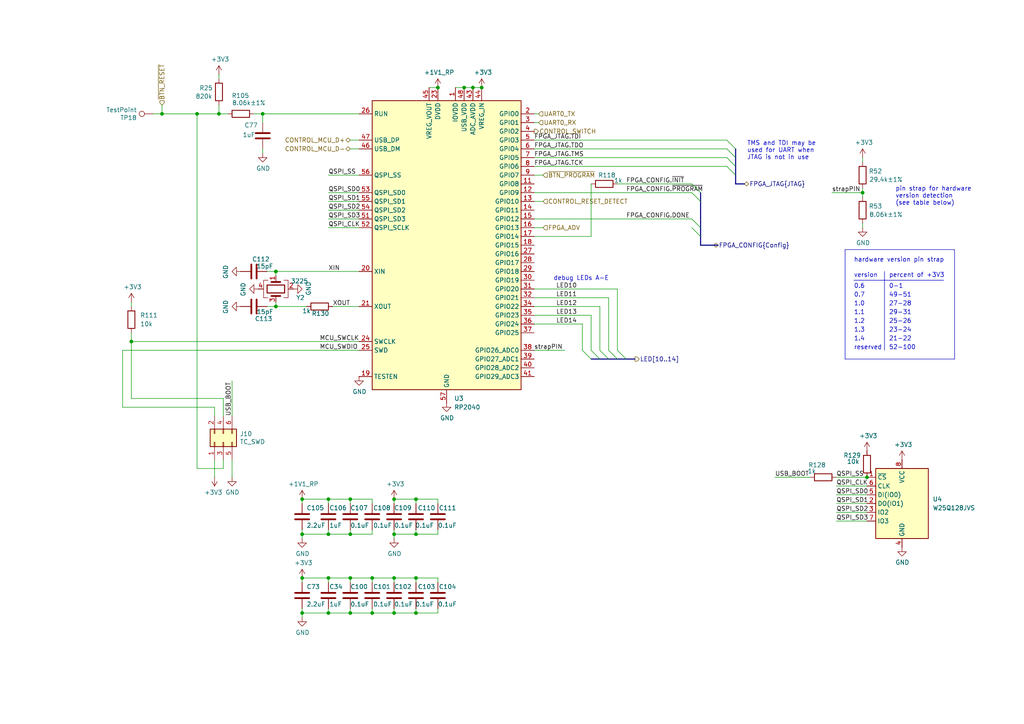
<source format=kicad_sch>
(kicad_sch
	(version 20231120)
	(generator "eeschema")
	(generator_version "8.0")
	(uuid "b03ecb1c-fb53-4a45-a1fd-524c3ae78936")
	(paper "A4")
	(title_block
		(title "${TITLE}")
		(date "${DATE}")
		(rev "${VERSION}")
		(company "${COPYRIGHT}")
		(comment 1 "${LICENSE}")
	)
	(lib_symbols
		(symbol "Connector:TestPoint"
			(pin_numbers hide)
			(pin_names
				(offset 0.762) hide)
			(exclude_from_sim no)
			(in_bom yes)
			(on_board yes)
			(property "Reference" "TP"
				(at 0 6.858 0)
				(effects
					(font
						(size 1.27 1.27)
					)
				)
			)
			(property "Value" "TestPoint"
				(at 0 5.08 0)
				(effects
					(font
						(size 1.27 1.27)
					)
				)
			)
			(property "Footprint" ""
				(at 5.08 0 0)
				(effects
					(font
						(size 1.27 1.27)
					)
					(hide yes)
				)
			)
			(property "Datasheet" "~"
				(at 5.08 0 0)
				(effects
					(font
						(size 1.27 1.27)
					)
					(hide yes)
				)
			)
			(property "Description" "test point"
				(at 0 0 0)
				(effects
					(font
						(size 1.27 1.27)
					)
					(hide yes)
				)
			)
			(property "ki_keywords" "test point tp"
				(at 0 0 0)
				(effects
					(font
						(size 1.27 1.27)
					)
					(hide yes)
				)
			)
			(property "ki_fp_filters" "Pin* Test*"
				(at 0 0 0)
				(effects
					(font
						(size 1.27 1.27)
					)
					(hide yes)
				)
			)
			(symbol "TestPoint_0_1"
				(circle
					(center 0 3.302)
					(radius 0.762)
					(stroke
						(width 0)
						(type default)
					)
					(fill
						(type none)
					)
				)
			)
			(symbol "TestPoint_1_1"
				(pin passive line
					(at 0 0 90)
					(length 2.54)
					(name "1"
						(effects
							(font
								(size 1.27 1.27)
							)
						)
					)
					(number "1"
						(effects
							(font
								(size 1.27 1.27)
							)
						)
					)
				)
			)
		)
		(symbol "Connector_Generic:Conn_02x03_Odd_Even"
			(pin_names
				(offset 1.016) hide)
			(exclude_from_sim no)
			(in_bom yes)
			(on_board yes)
			(property "Reference" "J"
				(at 1.27 5.08 0)
				(effects
					(font
						(size 1.27 1.27)
					)
				)
			)
			(property "Value" "Conn_02x03_Odd_Even"
				(at 1.27 -5.08 0)
				(effects
					(font
						(size 1.27 1.27)
					)
				)
			)
			(property "Footprint" ""
				(at 0 0 0)
				(effects
					(font
						(size 1.27 1.27)
					)
					(hide yes)
				)
			)
			(property "Datasheet" "~"
				(at 0 0 0)
				(effects
					(font
						(size 1.27 1.27)
					)
					(hide yes)
				)
			)
			(property "Description" "Generic connector, double row, 02x03, odd/even pin numbering scheme (row 1 odd numbers, row 2 even numbers), script generated (kicad-library-utils/schlib/autogen/connector/)"
				(at 0 0 0)
				(effects
					(font
						(size 1.27 1.27)
					)
					(hide yes)
				)
			)
			(property "ki_keywords" "connector"
				(at 0 0 0)
				(effects
					(font
						(size 1.27 1.27)
					)
					(hide yes)
				)
			)
			(property "ki_fp_filters" "Connector*:*_2x??_*"
				(at 0 0 0)
				(effects
					(font
						(size 1.27 1.27)
					)
					(hide yes)
				)
			)
			(symbol "Conn_02x03_Odd_Even_1_1"
				(rectangle
					(start -1.27 -2.413)
					(end 0 -2.667)
					(stroke
						(width 0.1524)
						(type default)
					)
					(fill
						(type none)
					)
				)
				(rectangle
					(start -1.27 0.127)
					(end 0 -0.127)
					(stroke
						(width 0.1524)
						(type default)
					)
					(fill
						(type none)
					)
				)
				(rectangle
					(start -1.27 2.667)
					(end 0 2.413)
					(stroke
						(width 0.1524)
						(type default)
					)
					(fill
						(type none)
					)
				)
				(rectangle
					(start -1.27 3.81)
					(end 3.81 -3.81)
					(stroke
						(width 0.254)
						(type default)
					)
					(fill
						(type background)
					)
				)
				(rectangle
					(start 3.81 -2.413)
					(end 2.54 -2.667)
					(stroke
						(width 0.1524)
						(type default)
					)
					(fill
						(type none)
					)
				)
				(rectangle
					(start 3.81 0.127)
					(end 2.54 -0.127)
					(stroke
						(width 0.1524)
						(type default)
					)
					(fill
						(type none)
					)
				)
				(rectangle
					(start 3.81 2.667)
					(end 2.54 2.413)
					(stroke
						(width 0.1524)
						(type default)
					)
					(fill
						(type none)
					)
				)
				(pin passive line
					(at -5.08 2.54 0)
					(length 3.81)
					(name "Pin_1"
						(effects
							(font
								(size 1.27 1.27)
							)
						)
					)
					(number "1"
						(effects
							(font
								(size 1.27 1.27)
							)
						)
					)
				)
				(pin passive line
					(at 7.62 2.54 180)
					(length 3.81)
					(name "Pin_2"
						(effects
							(font
								(size 1.27 1.27)
							)
						)
					)
					(number "2"
						(effects
							(font
								(size 1.27 1.27)
							)
						)
					)
				)
				(pin passive line
					(at -5.08 0 0)
					(length 3.81)
					(name "Pin_3"
						(effects
							(font
								(size 1.27 1.27)
							)
						)
					)
					(number "3"
						(effects
							(font
								(size 1.27 1.27)
							)
						)
					)
				)
				(pin passive line
					(at 7.62 0 180)
					(length 3.81)
					(name "Pin_4"
						(effects
							(font
								(size 1.27 1.27)
							)
						)
					)
					(number "4"
						(effects
							(font
								(size 1.27 1.27)
							)
						)
					)
				)
				(pin passive line
					(at -5.08 -2.54 0)
					(length 3.81)
					(name "Pin_5"
						(effects
							(font
								(size 1.27 1.27)
							)
						)
					)
					(number "5"
						(effects
							(font
								(size 1.27 1.27)
							)
						)
					)
				)
				(pin passive line
					(at 7.62 -2.54 180)
					(length 3.81)
					(name "Pin_6"
						(effects
							(font
								(size 1.27 1.27)
							)
						)
					)
					(number "6"
						(effects
							(font
								(size 1.27 1.27)
							)
						)
					)
				)
			)
		)
		(symbol "Device:C"
			(pin_numbers hide)
			(pin_names
				(offset 0.254)
			)
			(exclude_from_sim no)
			(in_bom yes)
			(on_board yes)
			(property "Reference" "C"
				(at 0.635 2.54 0)
				(effects
					(font
						(size 1.27 1.27)
					)
					(justify left)
				)
			)
			(property "Value" "C"
				(at 0.635 -2.54 0)
				(effects
					(font
						(size 1.27 1.27)
					)
					(justify left)
				)
			)
			(property "Footprint" ""
				(at 0.9652 -3.81 0)
				(effects
					(font
						(size 1.27 1.27)
					)
					(hide yes)
				)
			)
			(property "Datasheet" "~"
				(at 0 0 0)
				(effects
					(font
						(size 1.27 1.27)
					)
					(hide yes)
				)
			)
			(property "Description" "Unpolarized capacitor"
				(at 0 0 0)
				(effects
					(font
						(size 1.27 1.27)
					)
					(hide yes)
				)
			)
			(property "ki_keywords" "cap capacitor"
				(at 0 0 0)
				(effects
					(font
						(size 1.27 1.27)
					)
					(hide yes)
				)
			)
			(property "ki_fp_filters" "C_*"
				(at 0 0 0)
				(effects
					(font
						(size 1.27 1.27)
					)
					(hide yes)
				)
			)
			(symbol "C_0_1"
				(polyline
					(pts
						(xy -2.032 -0.762) (xy 2.032 -0.762)
					)
					(stroke
						(width 0.508)
						(type default)
					)
					(fill
						(type none)
					)
				)
				(polyline
					(pts
						(xy -2.032 0.762) (xy 2.032 0.762)
					)
					(stroke
						(width 0.508)
						(type default)
					)
					(fill
						(type none)
					)
				)
			)
			(symbol "C_1_1"
				(pin passive line
					(at 0 3.81 270)
					(length 2.794)
					(name "~"
						(effects
							(font
								(size 1.27 1.27)
							)
						)
					)
					(number "1"
						(effects
							(font
								(size 1.27 1.27)
							)
						)
					)
				)
				(pin passive line
					(at 0 -3.81 90)
					(length 2.794)
					(name "~"
						(effects
							(font
								(size 1.27 1.27)
							)
						)
					)
					(number "2"
						(effects
							(font
								(size 1.27 1.27)
							)
						)
					)
				)
			)
		)
		(symbol "Device:Crystal_GND24"
			(pin_names
				(offset 1.016) hide)
			(exclude_from_sim no)
			(in_bom yes)
			(on_board yes)
			(property "Reference" "Y"
				(at 3.175 5.08 0)
				(effects
					(font
						(size 1.27 1.27)
					)
					(justify left)
				)
			)
			(property "Value" "Crystal_GND24"
				(at 3.175 3.175 0)
				(effects
					(font
						(size 1.27 1.27)
					)
					(justify left)
				)
			)
			(property "Footprint" ""
				(at 0 0 0)
				(effects
					(font
						(size 1.27 1.27)
					)
					(hide yes)
				)
			)
			(property "Datasheet" "~"
				(at 0 0 0)
				(effects
					(font
						(size 1.27 1.27)
					)
					(hide yes)
				)
			)
			(property "Description" "Four pin crystal, GND on pins 2 and 4"
				(at 0 0 0)
				(effects
					(font
						(size 1.27 1.27)
					)
					(hide yes)
				)
			)
			(property "ki_keywords" "quartz ceramic resonator oscillator"
				(at 0 0 0)
				(effects
					(font
						(size 1.27 1.27)
					)
					(hide yes)
				)
			)
			(property "ki_fp_filters" "Crystal*"
				(at 0 0 0)
				(effects
					(font
						(size 1.27 1.27)
					)
					(hide yes)
				)
			)
			(symbol "Crystal_GND24_0_1"
				(rectangle
					(start -1.143 2.54)
					(end 1.143 -2.54)
					(stroke
						(width 0.3048)
						(type default)
					)
					(fill
						(type none)
					)
				)
				(polyline
					(pts
						(xy -2.54 0) (xy -2.032 0)
					)
					(stroke
						(width 0)
						(type default)
					)
					(fill
						(type none)
					)
				)
				(polyline
					(pts
						(xy -2.032 -1.27) (xy -2.032 1.27)
					)
					(stroke
						(width 0.508)
						(type default)
					)
					(fill
						(type none)
					)
				)
				(polyline
					(pts
						(xy 0 -3.81) (xy 0 -3.556)
					)
					(stroke
						(width 0)
						(type default)
					)
					(fill
						(type none)
					)
				)
				(polyline
					(pts
						(xy 0 3.556) (xy 0 3.81)
					)
					(stroke
						(width 0)
						(type default)
					)
					(fill
						(type none)
					)
				)
				(polyline
					(pts
						(xy 2.032 -1.27) (xy 2.032 1.27)
					)
					(stroke
						(width 0.508)
						(type default)
					)
					(fill
						(type none)
					)
				)
				(polyline
					(pts
						(xy 2.032 0) (xy 2.54 0)
					)
					(stroke
						(width 0)
						(type default)
					)
					(fill
						(type none)
					)
				)
				(polyline
					(pts
						(xy -2.54 -2.286) (xy -2.54 -3.556) (xy 2.54 -3.556) (xy 2.54 -2.286)
					)
					(stroke
						(width 0)
						(type default)
					)
					(fill
						(type none)
					)
				)
				(polyline
					(pts
						(xy -2.54 2.286) (xy -2.54 3.556) (xy 2.54 3.556) (xy 2.54 2.286)
					)
					(stroke
						(width 0)
						(type default)
					)
					(fill
						(type none)
					)
				)
			)
			(symbol "Crystal_GND24_1_1"
				(pin passive line
					(at -3.81 0 0)
					(length 1.27)
					(name "1"
						(effects
							(font
								(size 1.27 1.27)
							)
						)
					)
					(number "1"
						(effects
							(font
								(size 1.27 1.27)
							)
						)
					)
				)
				(pin passive line
					(at 0 5.08 270)
					(length 1.27)
					(name "2"
						(effects
							(font
								(size 1.27 1.27)
							)
						)
					)
					(number "2"
						(effects
							(font
								(size 1.27 1.27)
							)
						)
					)
				)
				(pin passive line
					(at 3.81 0 180)
					(length 1.27)
					(name "3"
						(effects
							(font
								(size 1.27 1.27)
							)
						)
					)
					(number "3"
						(effects
							(font
								(size 1.27 1.27)
							)
						)
					)
				)
				(pin passive line
					(at 0 -5.08 90)
					(length 1.27)
					(name "4"
						(effects
							(font
								(size 1.27 1.27)
							)
						)
					)
					(number "4"
						(effects
							(font
								(size 1.27 1.27)
							)
						)
					)
				)
			)
		)
		(symbol "Device:R"
			(pin_numbers hide)
			(pin_names
				(offset 0)
			)
			(exclude_from_sim no)
			(in_bom yes)
			(on_board yes)
			(property "Reference" "R"
				(at 2.032 0 90)
				(effects
					(font
						(size 1.27 1.27)
					)
				)
			)
			(property "Value" "R"
				(at 0 0 90)
				(effects
					(font
						(size 1.27 1.27)
					)
				)
			)
			(property "Footprint" ""
				(at -1.778 0 90)
				(effects
					(font
						(size 1.27 1.27)
					)
					(hide yes)
				)
			)
			(property "Datasheet" "~"
				(at 0 0 0)
				(effects
					(font
						(size 1.27 1.27)
					)
					(hide yes)
				)
			)
			(property "Description" "Resistor"
				(at 0 0 0)
				(effects
					(font
						(size 1.27 1.27)
					)
					(hide yes)
				)
			)
			(property "ki_keywords" "R res resistor"
				(at 0 0 0)
				(effects
					(font
						(size 1.27 1.27)
					)
					(hide yes)
				)
			)
			(property "ki_fp_filters" "R_*"
				(at 0 0 0)
				(effects
					(font
						(size 1.27 1.27)
					)
					(hide yes)
				)
			)
			(symbol "R_0_1"
				(rectangle
					(start -1.016 -2.54)
					(end 1.016 2.54)
					(stroke
						(width 0.254)
						(type default)
					)
					(fill
						(type none)
					)
				)
			)
			(symbol "R_1_1"
				(pin passive line
					(at 0 3.81 270)
					(length 1.27)
					(name "~"
						(effects
							(font
								(size 1.27 1.27)
							)
						)
					)
					(number "1"
						(effects
							(font
								(size 1.27 1.27)
							)
						)
					)
				)
				(pin passive line
					(at 0 -3.81 90)
					(length 1.27)
					(name "~"
						(effects
							(font
								(size 1.27 1.27)
							)
						)
					)
					(number "2"
						(effects
							(font
								(size 1.27 1.27)
							)
						)
					)
				)
			)
		)
		(symbol "MCU_RaspberryPi:RP2040"
			(exclude_from_sim no)
			(in_bom yes)
			(on_board yes)
			(property "Reference" "U"
				(at 17.78 45.72 0)
				(effects
					(font
						(size 1.27 1.27)
					)
				)
			)
			(property "Value" "RP2040"
				(at 17.78 43.18 0)
				(effects
					(font
						(size 1.27 1.27)
					)
				)
			)
			(property "Footprint" "Package_DFN_QFN:QFN-56-1EP_7x7mm_P0.4mm_EP3.2x3.2mm"
				(at 0 0 0)
				(effects
					(font
						(size 1.27 1.27)
					)
					(hide yes)
				)
			)
			(property "Datasheet" "https://datasheets.raspberrypi.com/rp2040/rp2040-datasheet.pdf"
				(at 0 0 0)
				(effects
					(font
						(size 1.27 1.27)
					)
					(hide yes)
				)
			)
			(property "Description" "A microcontroller by Raspberry Pi"
				(at 0 0 0)
				(effects
					(font
						(size 1.27 1.27)
					)
					(hide yes)
				)
			)
			(property "ki_keywords" "RP2040 ARM Cortex-M0+ USB"
				(at 0 0 0)
				(effects
					(font
						(size 1.27 1.27)
					)
					(hide yes)
				)
			)
			(property "ki_fp_filters" "QFN*1EP*7x7mm?P0.4mm*"
				(at 0 0 0)
				(effects
					(font
						(size 1.27 1.27)
					)
					(hide yes)
				)
			)
			(symbol "RP2040_0_1"
				(rectangle
					(start -21.59 41.91)
					(end 21.59 -41.91)
					(stroke
						(width 0.254)
						(type default)
					)
					(fill
						(type background)
					)
				)
			)
			(symbol "RP2040_1_1"
				(pin power_in line
					(at 2.54 45.72 270)
					(length 3.81)
					(name "IOVDD"
						(effects
							(font
								(size 1.27 1.27)
							)
						)
					)
					(number "1"
						(effects
							(font
								(size 1.27 1.27)
							)
						)
					)
				)
				(pin passive line
					(at 2.54 45.72 270)
					(length 3.81) hide
					(name "IOVDD"
						(effects
							(font
								(size 1.27 1.27)
							)
						)
					)
					(number "10"
						(effects
							(font
								(size 1.27 1.27)
							)
						)
					)
				)
				(pin bidirectional line
					(at 25.4 17.78 180)
					(length 3.81)
					(name "GPIO8"
						(effects
							(font
								(size 1.27 1.27)
							)
						)
					)
					(number "11"
						(effects
							(font
								(size 1.27 1.27)
							)
						)
					)
				)
				(pin bidirectional line
					(at 25.4 15.24 180)
					(length 3.81)
					(name "GPIO9"
						(effects
							(font
								(size 1.27 1.27)
							)
						)
					)
					(number "12"
						(effects
							(font
								(size 1.27 1.27)
							)
						)
					)
				)
				(pin bidirectional line
					(at 25.4 12.7 180)
					(length 3.81)
					(name "GPIO10"
						(effects
							(font
								(size 1.27 1.27)
							)
						)
					)
					(number "13"
						(effects
							(font
								(size 1.27 1.27)
							)
						)
					)
				)
				(pin bidirectional line
					(at 25.4 10.16 180)
					(length 3.81)
					(name "GPIO11"
						(effects
							(font
								(size 1.27 1.27)
							)
						)
					)
					(number "14"
						(effects
							(font
								(size 1.27 1.27)
							)
						)
					)
				)
				(pin bidirectional line
					(at 25.4 7.62 180)
					(length 3.81)
					(name "GPIO12"
						(effects
							(font
								(size 1.27 1.27)
							)
						)
					)
					(number "15"
						(effects
							(font
								(size 1.27 1.27)
							)
						)
					)
				)
				(pin bidirectional line
					(at 25.4 5.08 180)
					(length 3.81)
					(name "GPIO13"
						(effects
							(font
								(size 1.27 1.27)
							)
						)
					)
					(number "16"
						(effects
							(font
								(size 1.27 1.27)
							)
						)
					)
				)
				(pin bidirectional line
					(at 25.4 2.54 180)
					(length 3.81)
					(name "GPIO14"
						(effects
							(font
								(size 1.27 1.27)
							)
						)
					)
					(number "17"
						(effects
							(font
								(size 1.27 1.27)
							)
						)
					)
				)
				(pin bidirectional line
					(at 25.4 0 180)
					(length 3.81)
					(name "GPIO15"
						(effects
							(font
								(size 1.27 1.27)
							)
						)
					)
					(number "18"
						(effects
							(font
								(size 1.27 1.27)
							)
						)
					)
				)
				(pin input line
					(at -25.4 -38.1 0)
					(length 3.81)
					(name "TESTEN"
						(effects
							(font
								(size 1.27 1.27)
							)
						)
					)
					(number "19"
						(effects
							(font
								(size 1.27 1.27)
							)
						)
					)
				)
				(pin bidirectional line
					(at 25.4 38.1 180)
					(length 3.81)
					(name "GPIO0"
						(effects
							(font
								(size 1.27 1.27)
							)
						)
					)
					(number "2"
						(effects
							(font
								(size 1.27 1.27)
							)
						)
					)
				)
				(pin input line
					(at -25.4 -7.62 0)
					(length 3.81)
					(name "XIN"
						(effects
							(font
								(size 1.27 1.27)
							)
						)
					)
					(number "20"
						(effects
							(font
								(size 1.27 1.27)
							)
						)
					)
				)
				(pin passive line
					(at -25.4 -17.78 0)
					(length 3.81)
					(name "XOUT"
						(effects
							(font
								(size 1.27 1.27)
							)
						)
					)
					(number "21"
						(effects
							(font
								(size 1.27 1.27)
							)
						)
					)
				)
				(pin passive line
					(at 2.54 45.72 270)
					(length 3.81) hide
					(name "IOVDD"
						(effects
							(font
								(size 1.27 1.27)
							)
						)
					)
					(number "22"
						(effects
							(font
								(size 1.27 1.27)
							)
						)
					)
				)
				(pin power_in line
					(at -2.54 45.72 270)
					(length 3.81)
					(name "DVDD"
						(effects
							(font
								(size 1.27 1.27)
							)
						)
					)
					(number "23"
						(effects
							(font
								(size 1.27 1.27)
							)
						)
					)
				)
				(pin input line
					(at -25.4 -27.94 0)
					(length 3.81)
					(name "SWCLK"
						(effects
							(font
								(size 1.27 1.27)
							)
						)
					)
					(number "24"
						(effects
							(font
								(size 1.27 1.27)
							)
						)
					)
				)
				(pin bidirectional line
					(at -25.4 -30.48 0)
					(length 3.81)
					(name "SWD"
						(effects
							(font
								(size 1.27 1.27)
							)
						)
					)
					(number "25"
						(effects
							(font
								(size 1.27 1.27)
							)
						)
					)
				)
				(pin input line
					(at -25.4 38.1 0)
					(length 3.81)
					(name "RUN"
						(effects
							(font
								(size 1.27 1.27)
							)
						)
					)
					(number "26"
						(effects
							(font
								(size 1.27 1.27)
							)
						)
					)
				)
				(pin bidirectional line
					(at 25.4 -2.54 180)
					(length 3.81)
					(name "GPIO16"
						(effects
							(font
								(size 1.27 1.27)
							)
						)
					)
					(number "27"
						(effects
							(font
								(size 1.27 1.27)
							)
						)
					)
				)
				(pin bidirectional line
					(at 25.4 -5.08 180)
					(length 3.81)
					(name "GPIO17"
						(effects
							(font
								(size 1.27 1.27)
							)
						)
					)
					(number "28"
						(effects
							(font
								(size 1.27 1.27)
							)
						)
					)
				)
				(pin bidirectional line
					(at 25.4 -7.62 180)
					(length 3.81)
					(name "GPIO18"
						(effects
							(font
								(size 1.27 1.27)
							)
						)
					)
					(number "29"
						(effects
							(font
								(size 1.27 1.27)
							)
						)
					)
				)
				(pin bidirectional line
					(at 25.4 35.56 180)
					(length 3.81)
					(name "GPIO1"
						(effects
							(font
								(size 1.27 1.27)
							)
						)
					)
					(number "3"
						(effects
							(font
								(size 1.27 1.27)
							)
						)
					)
				)
				(pin bidirectional line
					(at 25.4 -10.16 180)
					(length 3.81)
					(name "GPIO19"
						(effects
							(font
								(size 1.27 1.27)
							)
						)
					)
					(number "30"
						(effects
							(font
								(size 1.27 1.27)
							)
						)
					)
				)
				(pin bidirectional line
					(at 25.4 -12.7 180)
					(length 3.81)
					(name "GPIO20"
						(effects
							(font
								(size 1.27 1.27)
							)
						)
					)
					(number "31"
						(effects
							(font
								(size 1.27 1.27)
							)
						)
					)
				)
				(pin bidirectional line
					(at 25.4 -15.24 180)
					(length 3.81)
					(name "GPIO21"
						(effects
							(font
								(size 1.27 1.27)
							)
						)
					)
					(number "32"
						(effects
							(font
								(size 1.27 1.27)
							)
						)
					)
				)
				(pin passive line
					(at 2.54 45.72 270)
					(length 3.81) hide
					(name "IOVDD"
						(effects
							(font
								(size 1.27 1.27)
							)
						)
					)
					(number "33"
						(effects
							(font
								(size 1.27 1.27)
							)
						)
					)
				)
				(pin bidirectional line
					(at 25.4 -17.78 180)
					(length 3.81)
					(name "GPIO22"
						(effects
							(font
								(size 1.27 1.27)
							)
						)
					)
					(number "34"
						(effects
							(font
								(size 1.27 1.27)
							)
						)
					)
				)
				(pin bidirectional line
					(at 25.4 -20.32 180)
					(length 3.81)
					(name "GPIO23"
						(effects
							(font
								(size 1.27 1.27)
							)
						)
					)
					(number "35"
						(effects
							(font
								(size 1.27 1.27)
							)
						)
					)
				)
				(pin bidirectional line
					(at 25.4 -22.86 180)
					(length 3.81)
					(name "GPIO24"
						(effects
							(font
								(size 1.27 1.27)
							)
						)
					)
					(number "36"
						(effects
							(font
								(size 1.27 1.27)
							)
						)
					)
				)
				(pin bidirectional line
					(at 25.4 -25.4 180)
					(length 3.81)
					(name "GPIO25"
						(effects
							(font
								(size 1.27 1.27)
							)
						)
					)
					(number "37"
						(effects
							(font
								(size 1.27 1.27)
							)
						)
					)
				)
				(pin bidirectional line
					(at 25.4 -30.48 180)
					(length 3.81)
					(name "GPIO26_ADC0"
						(effects
							(font
								(size 1.27 1.27)
							)
						)
					)
					(number "38"
						(effects
							(font
								(size 1.27 1.27)
							)
						)
					)
				)
				(pin bidirectional line
					(at 25.4 -33.02 180)
					(length 3.81)
					(name "GPIO27_ADC1"
						(effects
							(font
								(size 1.27 1.27)
							)
						)
					)
					(number "39"
						(effects
							(font
								(size 1.27 1.27)
							)
						)
					)
				)
				(pin bidirectional line
					(at 25.4 33.02 180)
					(length 3.81)
					(name "GPIO2"
						(effects
							(font
								(size 1.27 1.27)
							)
						)
					)
					(number "4"
						(effects
							(font
								(size 1.27 1.27)
							)
						)
					)
				)
				(pin bidirectional line
					(at 25.4 -35.56 180)
					(length 3.81)
					(name "GPIO28_ADC2"
						(effects
							(font
								(size 1.27 1.27)
							)
						)
					)
					(number "40"
						(effects
							(font
								(size 1.27 1.27)
							)
						)
					)
				)
				(pin bidirectional line
					(at 25.4 -38.1 180)
					(length 3.81)
					(name "GPIO29_ADC3"
						(effects
							(font
								(size 1.27 1.27)
							)
						)
					)
					(number "41"
						(effects
							(font
								(size 1.27 1.27)
							)
						)
					)
				)
				(pin passive line
					(at 2.54 45.72 270)
					(length 3.81) hide
					(name "IOVDD"
						(effects
							(font
								(size 1.27 1.27)
							)
						)
					)
					(number "42"
						(effects
							(font
								(size 1.27 1.27)
							)
						)
					)
				)
				(pin power_in line
					(at 7.62 45.72 270)
					(length 3.81)
					(name "ADC_AVDD"
						(effects
							(font
								(size 1.27 1.27)
							)
						)
					)
					(number "43"
						(effects
							(font
								(size 1.27 1.27)
							)
						)
					)
				)
				(pin power_in line
					(at 10.16 45.72 270)
					(length 3.81)
					(name "VREG_IN"
						(effects
							(font
								(size 1.27 1.27)
							)
						)
					)
					(number "44"
						(effects
							(font
								(size 1.27 1.27)
							)
						)
					)
				)
				(pin power_out line
					(at -5.08 45.72 270)
					(length 3.81)
					(name "VREG_VOUT"
						(effects
							(font
								(size 1.27 1.27)
							)
						)
					)
					(number "45"
						(effects
							(font
								(size 1.27 1.27)
							)
						)
					)
				)
				(pin bidirectional line
					(at -25.4 27.94 0)
					(length 3.81)
					(name "USB_DM"
						(effects
							(font
								(size 1.27 1.27)
							)
						)
					)
					(number "46"
						(effects
							(font
								(size 1.27 1.27)
							)
						)
					)
				)
				(pin bidirectional line
					(at -25.4 30.48 0)
					(length 3.81)
					(name "USB_DP"
						(effects
							(font
								(size 1.27 1.27)
							)
						)
					)
					(number "47"
						(effects
							(font
								(size 1.27 1.27)
							)
						)
					)
				)
				(pin power_in line
					(at 5.08 45.72 270)
					(length 3.81)
					(name "USB_VDD"
						(effects
							(font
								(size 1.27 1.27)
							)
						)
					)
					(number "48"
						(effects
							(font
								(size 1.27 1.27)
							)
						)
					)
				)
				(pin passive line
					(at 2.54 45.72 270)
					(length 3.81) hide
					(name "IOVDD"
						(effects
							(font
								(size 1.27 1.27)
							)
						)
					)
					(number "49"
						(effects
							(font
								(size 1.27 1.27)
							)
						)
					)
				)
				(pin bidirectional line
					(at 25.4 30.48 180)
					(length 3.81)
					(name "GPIO3"
						(effects
							(font
								(size 1.27 1.27)
							)
						)
					)
					(number "5"
						(effects
							(font
								(size 1.27 1.27)
							)
						)
					)
				)
				(pin passive line
					(at -2.54 45.72 270)
					(length 3.81) hide
					(name "DVDD"
						(effects
							(font
								(size 1.27 1.27)
							)
						)
					)
					(number "50"
						(effects
							(font
								(size 1.27 1.27)
							)
						)
					)
				)
				(pin bidirectional line
					(at -25.4 7.62 0)
					(length 3.81)
					(name "QSPI_SD3"
						(effects
							(font
								(size 1.27 1.27)
							)
						)
					)
					(number "51"
						(effects
							(font
								(size 1.27 1.27)
							)
						)
					)
				)
				(pin output line
					(at -25.4 5.08 0)
					(length 3.81)
					(name "QSPI_SCLK"
						(effects
							(font
								(size 1.27 1.27)
							)
						)
					)
					(number "52"
						(effects
							(font
								(size 1.27 1.27)
							)
						)
					)
				)
				(pin bidirectional line
					(at -25.4 15.24 0)
					(length 3.81)
					(name "QSPI_SD0"
						(effects
							(font
								(size 1.27 1.27)
							)
						)
					)
					(number "53"
						(effects
							(font
								(size 1.27 1.27)
							)
						)
					)
				)
				(pin bidirectional line
					(at -25.4 10.16 0)
					(length 3.81)
					(name "QSPI_SD2"
						(effects
							(font
								(size 1.27 1.27)
							)
						)
					)
					(number "54"
						(effects
							(font
								(size 1.27 1.27)
							)
						)
					)
				)
				(pin bidirectional line
					(at -25.4 12.7 0)
					(length 3.81)
					(name "QSPI_SD1"
						(effects
							(font
								(size 1.27 1.27)
							)
						)
					)
					(number "55"
						(effects
							(font
								(size 1.27 1.27)
							)
						)
					)
				)
				(pin bidirectional line
					(at -25.4 20.32 0)
					(length 3.81)
					(name "QSPI_SS"
						(effects
							(font
								(size 1.27 1.27)
							)
						)
					)
					(number "56"
						(effects
							(font
								(size 1.27 1.27)
							)
						)
					)
				)
				(pin power_in line
					(at 0 -45.72 90)
					(length 3.81)
					(name "GND"
						(effects
							(font
								(size 1.27 1.27)
							)
						)
					)
					(number "57"
						(effects
							(font
								(size 1.27 1.27)
							)
						)
					)
				)
				(pin bidirectional line
					(at 25.4 27.94 180)
					(length 3.81)
					(name "GPIO4"
						(effects
							(font
								(size 1.27 1.27)
							)
						)
					)
					(number "6"
						(effects
							(font
								(size 1.27 1.27)
							)
						)
					)
				)
				(pin bidirectional line
					(at 25.4 25.4 180)
					(length 3.81)
					(name "GPIO5"
						(effects
							(font
								(size 1.27 1.27)
							)
						)
					)
					(number "7"
						(effects
							(font
								(size 1.27 1.27)
							)
						)
					)
				)
				(pin bidirectional line
					(at 25.4 22.86 180)
					(length 3.81)
					(name "GPIO6"
						(effects
							(font
								(size 1.27 1.27)
							)
						)
					)
					(number "8"
						(effects
							(font
								(size 1.27 1.27)
							)
						)
					)
				)
				(pin bidirectional line
					(at 25.4 20.32 180)
					(length 3.81)
					(name "GPIO7"
						(effects
							(font
								(size 1.27 1.27)
							)
						)
					)
					(number "9"
						(effects
							(font
								(size 1.27 1.27)
							)
						)
					)
				)
			)
		)
		(symbol "Memory_Flash:W25Q128JVS"
			(exclude_from_sim no)
			(in_bom yes)
			(on_board yes)
			(property "Reference" "U"
				(at -8.89 8.89 0)
				(effects
					(font
						(size 1.27 1.27)
					)
				)
			)
			(property "Value" "W25Q128JVS"
				(at 7.62 8.89 0)
				(effects
					(font
						(size 1.27 1.27)
					)
				)
			)
			(property "Footprint" "Package_SO:SOIC-8_5.23x5.23mm_P1.27mm"
				(at 0 0 0)
				(effects
					(font
						(size 1.27 1.27)
					)
					(hide yes)
				)
			)
			(property "Datasheet" "http://www.winbond.com/resource-files/w25q128jv_dtr%20revc%2003272018%20plus.pdf"
				(at 0 0 0)
				(effects
					(font
						(size 1.27 1.27)
					)
					(hide yes)
				)
			)
			(property "Description" "128Mb Serial Flash Memory, Standard/Dual/Quad SPI, SOIC-8"
				(at 0 0 0)
				(effects
					(font
						(size 1.27 1.27)
					)
					(hide yes)
				)
			)
			(property "ki_keywords" "flash memory SPI QPI DTR"
				(at 0 0 0)
				(effects
					(font
						(size 1.27 1.27)
					)
					(hide yes)
				)
			)
			(property "ki_fp_filters" "SOIC*5.23x5.23mm*P1.27mm*"
				(at 0 0 0)
				(effects
					(font
						(size 1.27 1.27)
					)
					(hide yes)
				)
			)
			(symbol "W25Q128JVS_0_1"
				(rectangle
					(start -7.62 10.16)
					(end 7.62 -10.16)
					(stroke
						(width 0.254)
						(type default)
					)
					(fill
						(type background)
					)
				)
			)
			(symbol "W25Q128JVS_1_1"
				(pin input line
					(at -10.16 7.62 0)
					(length 2.54)
					(name "~{CS}"
						(effects
							(font
								(size 1.27 1.27)
							)
						)
					)
					(number "1"
						(effects
							(font
								(size 1.27 1.27)
							)
						)
					)
				)
				(pin bidirectional line
					(at -10.16 0 0)
					(length 2.54)
					(name "DO(IO1)"
						(effects
							(font
								(size 1.27 1.27)
							)
						)
					)
					(number "2"
						(effects
							(font
								(size 1.27 1.27)
							)
						)
					)
				)
				(pin bidirectional line
					(at -10.16 -2.54 0)
					(length 2.54)
					(name "IO2"
						(effects
							(font
								(size 1.27 1.27)
							)
						)
					)
					(number "3"
						(effects
							(font
								(size 1.27 1.27)
							)
						)
					)
				)
				(pin power_in line
					(at 0 -12.7 90)
					(length 2.54)
					(name "GND"
						(effects
							(font
								(size 1.27 1.27)
							)
						)
					)
					(number "4"
						(effects
							(font
								(size 1.27 1.27)
							)
						)
					)
				)
				(pin bidirectional line
					(at -10.16 2.54 0)
					(length 2.54)
					(name "DI(IO0)"
						(effects
							(font
								(size 1.27 1.27)
							)
						)
					)
					(number "5"
						(effects
							(font
								(size 1.27 1.27)
							)
						)
					)
				)
				(pin input line
					(at -10.16 5.08 0)
					(length 2.54)
					(name "CLK"
						(effects
							(font
								(size 1.27 1.27)
							)
						)
					)
					(number "6"
						(effects
							(font
								(size 1.27 1.27)
							)
						)
					)
				)
				(pin bidirectional line
					(at -10.16 -5.08 0)
					(length 2.54)
					(name "IO3"
						(effects
							(font
								(size 1.27 1.27)
							)
						)
					)
					(number "7"
						(effects
							(font
								(size 1.27 1.27)
							)
						)
					)
				)
				(pin power_in line
					(at 0 12.7 270)
					(length 2.54)
					(name "VCC"
						(effects
							(font
								(size 1.27 1.27)
							)
						)
					)
					(number "8"
						(effects
							(font
								(size 1.27 1.27)
							)
						)
					)
				)
			)
		)
		(symbol "power:+3V3"
			(power)
			(pin_numbers hide)
			(pin_names
				(offset 0) hide)
			(exclude_from_sim no)
			(in_bom yes)
			(on_board yes)
			(property "Reference" "#PWR"
				(at 0 -3.81 0)
				(effects
					(font
						(size 1.27 1.27)
					)
					(hide yes)
				)
			)
			(property "Value" "+3V3"
				(at 0 3.556 0)
				(effects
					(font
						(size 1.27 1.27)
					)
				)
			)
			(property "Footprint" ""
				(at 0 0 0)
				(effects
					(font
						(size 1.27 1.27)
					)
					(hide yes)
				)
			)
			(property "Datasheet" ""
				(at 0 0 0)
				(effects
					(font
						(size 1.27 1.27)
					)
					(hide yes)
				)
			)
			(property "Description" "Power symbol creates a global label with name \"+3V3\""
				(at 0 0 0)
				(effects
					(font
						(size 1.27 1.27)
					)
					(hide yes)
				)
			)
			(property "ki_keywords" "global power"
				(at 0 0 0)
				(effects
					(font
						(size 1.27 1.27)
					)
					(hide yes)
				)
			)
			(symbol "+3V3_0_1"
				(polyline
					(pts
						(xy -0.762 1.27) (xy 0 2.54)
					)
					(stroke
						(width 0)
						(type default)
					)
					(fill
						(type none)
					)
				)
				(polyline
					(pts
						(xy 0 0) (xy 0 2.54)
					)
					(stroke
						(width 0)
						(type default)
					)
					(fill
						(type none)
					)
				)
				(polyline
					(pts
						(xy 0 2.54) (xy 0.762 1.27)
					)
					(stroke
						(width 0)
						(type default)
					)
					(fill
						(type none)
					)
				)
			)
			(symbol "+3V3_1_1"
				(pin power_in line
					(at 0 0 90)
					(length 0)
					(name "~"
						(effects
							(font
								(size 1.27 1.27)
							)
						)
					)
					(number "1"
						(effects
							(font
								(size 1.27 1.27)
							)
						)
					)
				)
			)
		)
		(symbol "power:GND"
			(power)
			(pin_numbers hide)
			(pin_names
				(offset 0) hide)
			(exclude_from_sim no)
			(in_bom yes)
			(on_board yes)
			(property "Reference" "#PWR"
				(at 0 -6.35 0)
				(effects
					(font
						(size 1.27 1.27)
					)
					(hide yes)
				)
			)
			(property "Value" "GND"
				(at 0 -3.81 0)
				(effects
					(font
						(size 1.27 1.27)
					)
				)
			)
			(property "Footprint" ""
				(at 0 0 0)
				(effects
					(font
						(size 1.27 1.27)
					)
					(hide yes)
				)
			)
			(property "Datasheet" ""
				(at 0 0 0)
				(effects
					(font
						(size 1.27 1.27)
					)
					(hide yes)
				)
			)
			(property "Description" "Power symbol creates a global label with name \"GND\" , ground"
				(at 0 0 0)
				(effects
					(font
						(size 1.27 1.27)
					)
					(hide yes)
				)
			)
			(property "ki_keywords" "global power"
				(at 0 0 0)
				(effects
					(font
						(size 1.27 1.27)
					)
					(hide yes)
				)
			)
			(symbol "GND_0_1"
				(polyline
					(pts
						(xy 0 0) (xy 0 -1.27) (xy 1.27 -1.27) (xy 0 -2.54) (xy -1.27 -1.27) (xy 0 -1.27)
					)
					(stroke
						(width 0)
						(type default)
					)
					(fill
						(type none)
					)
				)
			)
			(symbol "GND_1_1"
				(pin power_in line
					(at 0 0 270)
					(length 0)
					(name "~"
						(effects
							(font
								(size 1.27 1.27)
							)
						)
					)
					(number "1"
						(effects
							(font
								(size 1.27 1.27)
							)
						)
					)
				)
			)
		)
	)
	(junction
		(at 95.25 167.64)
		(diameter 0)
		(color 0 0 0 0)
		(uuid "0648131c-2262-49f2-aef0-40cc7232607f")
	)
	(junction
		(at 107.95 167.64)
		(diameter 0)
		(color 0 0 0 0)
		(uuid "07c649d1-71ca-479e-ac1b-a720287d6ed9")
	)
	(junction
		(at 114.3 154.94)
		(diameter 0)
		(color 0 0 0 0)
		(uuid "0ad1d660-fb79-4855-8139-1a618c01f72b")
	)
	(junction
		(at 63.5 33.02)
		(diameter 0)
		(color 0 0 0 0)
		(uuid "0c2f64be-067b-46c2-ad9c-141b118ebbe7")
	)
	(junction
		(at 57.15 33.02)
		(diameter 0)
		(color 0 0 0 0)
		(uuid "196adf02-b1a0-42dc-b879-03c3feaed4f5")
	)
	(junction
		(at 251.46 138.43)
		(diameter 0)
		(color 0 0 0 0)
		(uuid "1a6755da-8903-4aea-abbc-d769d576f2f5")
	)
	(junction
		(at 101.6 177.8)
		(diameter 0)
		(color 0 0 0 0)
		(uuid "1e22f070-4f67-42d2-bc83-0f9c4a3bcccb")
	)
	(junction
		(at 107.95 177.8)
		(diameter 0)
		(color 0 0 0 0)
		(uuid "1f7d81fc-5d3c-4376-844a-42a442551dea")
	)
	(junction
		(at 95.25 144.78)
		(diameter 0)
		(color 0 0 0 0)
		(uuid "366e896c-cd3a-497b-99cf-c09f1e840d5e")
	)
	(junction
		(at 80.01 88.9)
		(diameter 0)
		(color 0 0 0 0)
		(uuid "43f3bf95-b990-416e-94b1-02bddb10da46")
	)
	(junction
		(at 101.6 144.78)
		(diameter 0)
		(color 0 0 0 0)
		(uuid "4864de4f-d4bc-4514-9575-e8d3fa0eb013")
	)
	(junction
		(at 46.99 33.02)
		(diameter 0)
		(color 0 0 0 0)
		(uuid "50a69d94-17ef-4deb-9d13-4b60046b2756")
	)
	(junction
		(at 250.19 55.88)
		(diameter 0)
		(color 0 0 0 0)
		(uuid "53dc93d5-ce38-4051-b0cd-98394757fe33")
	)
	(junction
		(at 80.01 78.74)
		(diameter 0)
		(color 0 0 0 0)
		(uuid "5570d745-6bee-4a90-9daa-21194b5b19d0")
	)
	(junction
		(at 137.16 25.4)
		(diameter 0)
		(color 0 0 0 0)
		(uuid "6177d3b8-6eff-4732-8431-393e90f2b959")
	)
	(junction
		(at 120.65 167.64)
		(diameter 0)
		(color 0 0 0 0)
		(uuid "6ec28dbe-b288-4717-a3f9-759c1f020d15")
	)
	(junction
		(at 87.63 144.78)
		(diameter 0)
		(color 0 0 0 0)
		(uuid "73acac6f-b801-4639-841f-b907f7e0098f")
	)
	(junction
		(at 120.65 177.8)
		(diameter 0)
		(color 0 0 0 0)
		(uuid "77fcd5d9-432e-429a-b64d-095944a6f9e6")
	)
	(junction
		(at 139.7 25.4)
		(diameter 0)
		(color 0 0 0 0)
		(uuid "7dac6109-585e-4feb-8fa0-d2b34974081c")
	)
	(junction
		(at 120.65 154.94)
		(diameter 0)
		(color 0 0 0 0)
		(uuid "7e9aee09-9cf8-47aa-a6b1-9fc16a22f565")
	)
	(junction
		(at 87.63 167.64)
		(diameter 0)
		(color 0 0 0 0)
		(uuid "82206361-0db2-4d3a-b2e5-5a280ccf2446")
	)
	(junction
		(at 120.65 144.78)
		(diameter 0)
		(color 0 0 0 0)
		(uuid "89eb57a2-9378-4f74-9860-977625242943")
	)
	(junction
		(at 114.3 144.78)
		(diameter 0)
		(color 0 0 0 0)
		(uuid "930cedc3-599d-4783-9252-0930e4c6f703")
	)
	(junction
		(at 114.3 177.8)
		(diameter 0)
		(color 0 0 0 0)
		(uuid "9c80515c-284f-452a-a37f-d2e5a92bab42")
	)
	(junction
		(at 38.1 99.06)
		(diameter 0)
		(color 0 0 0 0)
		(uuid "a5814651-cbec-4b07-a9b1-991df4c404f2")
	)
	(junction
		(at 101.6 167.64)
		(diameter 0)
		(color 0 0 0 0)
		(uuid "a924ceaf-bcd7-4de2-b51f-6d814a70da86")
	)
	(junction
		(at 134.62 25.4)
		(diameter 0)
		(color 0 0 0 0)
		(uuid "cd11efd8-7671-4656-9482-66e4a6eaa1ad")
	)
	(junction
		(at 127 25.4)
		(diameter 0)
		(color 0 0 0 0)
		(uuid "db69515b-4a66-4666-b58c-749ad2721183")
	)
	(junction
		(at 76.2 33.02)
		(diameter 0)
		(color 0 0 0 0)
		(uuid "dd57b988-cef7-419f-ac8f-3185a1b43e97")
	)
	(junction
		(at 95.25 177.8)
		(diameter 0)
		(color 0 0 0 0)
		(uuid "e19d0ac1-d356-4ad7-9ff2-fe8d7c349dc6")
	)
	(junction
		(at 114.3 167.64)
		(diameter 0)
		(color 0 0 0 0)
		(uuid "e2c7cc2e-4908-4ee7-8ae1-62527d5a8382")
	)
	(junction
		(at 87.63 177.8)
		(diameter 0)
		(color 0 0 0 0)
		(uuid "f4fedaf3-06dd-4602-b01f-159dda7c650d")
	)
	(junction
		(at 87.63 154.94)
		(diameter 0)
		(color 0 0 0 0)
		(uuid "f7bfc61f-db85-46e7-a320-c9aafecd622a")
	)
	(junction
		(at 95.25 154.94)
		(diameter 0)
		(color 0 0 0 0)
		(uuid "f7f91a46-7ed5-480e-8c62-cd09dcf3ac65")
	)
	(junction
		(at 101.6 154.94)
		(diameter 0)
		(color 0 0 0 0)
		(uuid "fd6acc89-9461-455a-b49d-db73f415de31")
	)
	(bus_entry
		(at 210.82 40.64)
		(size 2.54 2.54)
		(stroke
			(width 0)
			(type default)
		)
		(uuid "1b0ea482-84cc-4f16-8460-f5f2152683c4")
	)
	(bus_entry
		(at 179.07 101.6)
		(size 2.54 2.54)
		(stroke
			(width 0)
			(type default)
		)
		(uuid "207d42ca-1a4a-4e3f-a7f9-ae7f8a22e353")
	)
	(bus_entry
		(at 168.91 101.6)
		(size 2.54 2.54)
		(stroke
			(width 0)
			(type default)
		)
		(uuid "43441bf2-8972-4126-b4c3-49c81a64c720")
	)
	(bus_entry
		(at 200.66 55.88)
		(size 2.54 2.54)
		(stroke
			(width 0)
			(type default)
		)
		(uuid "45e3c259-cd17-4061-9de5-c07d8f4a04a5")
	)
	(bus_entry
		(at 200.66 63.5)
		(size 2.54 2.54)
		(stroke
			(width 0)
			(type default)
		)
		(uuid "531a637b-264b-4b27-8180-e5d1a92926fc")
	)
	(bus_entry
		(at 176.53 101.6)
		(size 2.54 2.54)
		(stroke
			(width 0)
			(type default)
		)
		(uuid "60a0cb81-a4d1-4a08-bb3a-ec7e61105023")
	)
	(bus_entry
		(at 210.82 48.26)
		(size 2.54 2.54)
		(stroke
			(width 0)
			(type default)
		)
		(uuid "73f87564-2d1e-4d2d-aabe-3e3599044e77")
	)
	(bus_entry
		(at 171.45 101.6)
		(size 2.54 2.54)
		(stroke
			(width 0)
			(type default)
		)
		(uuid "806e753b-a5a0-42dc-a869-4a38ad9faba7")
	)
	(bus_entry
		(at 210.82 45.72)
		(size 2.54 2.54)
		(stroke
			(width 0)
			(type default)
		)
		(uuid "85a84d31-0e13-49ae-a9e7-8aaa46e513ff")
	)
	(bus_entry
		(at 210.82 43.18)
		(size 2.54 2.54)
		(stroke
			(width 0)
			(type default)
		)
		(uuid "9ee33417-8150-4a67-8aec-a171abcfcdad")
	)
	(bus_entry
		(at 200.66 53.34)
		(size 2.54 2.54)
		(stroke
			(width 0)
			(type default)
		)
		(uuid "a08e0a9d-0638-4609-89ea-d67c440180ea")
	)
	(bus_entry
		(at 200.66 66.04)
		(size 2.54 2.54)
		(stroke
			(width 0)
			(type default)
		)
		(uuid "bde7c1fb-b95d-486c-89ad-8ed6f45f7533")
	)
	(bus_entry
		(at 173.99 101.6)
		(size 2.54 2.54)
		(stroke
			(width 0)
			(type default)
		)
		(uuid "e6ad01ad-ea23-4e38-a66c-b37e0718ae16")
	)
	(bus
		(pts
			(xy 203.2 71.12) (xy 203.2 68.58)
		)
		(stroke
			(width 0)
			(type default)
		)
		(uuid "019556a7-c9d7-4faf-84e0-a8656066201b")
	)
	(wire
		(pts
			(xy 154.94 101.6) (xy 163.83 101.6)
		)
		(stroke
			(width 0)
			(type default)
		)
		(uuid "06a3ca2f-3ee7-4612-aa6f-f5cd5ea3c957")
	)
	(bus
		(pts
			(xy 213.36 50.8) (xy 213.36 53.34)
		)
		(stroke
			(width 0)
			(type default)
		)
		(uuid "096b6e00-1a03-4cc0-85c9-5aa89b388c5d")
	)
	(wire
		(pts
			(xy 124.46 25.4) (xy 127 25.4)
		)
		(stroke
			(width 0)
			(type default)
		)
		(uuid "0cb50831-c871-47dd-9ab3-f6af82a2ec1e")
	)
	(wire
		(pts
			(xy 87.63 144.78) (xy 87.63 146.05)
		)
		(stroke
			(width 0)
			(type default)
		)
		(uuid "0e97fb21-e842-4ae3-906e-e5afd9348d59")
	)
	(wire
		(pts
			(xy 95.25 154.94) (xy 95.25 153.67)
		)
		(stroke
			(width 0)
			(type default)
		)
		(uuid "0f2b8f55-771a-49d3-a6ae-f31241e39d6b")
	)
	(wire
		(pts
			(xy 80.01 80.01) (xy 80.01 78.74)
		)
		(stroke
			(width 0)
			(type default)
		)
		(uuid "0f464ac5-122c-41e4-bb9b-b167bf5a7f23")
	)
	(bus
		(pts
			(xy 181.61 104.14) (xy 184.15 104.14)
		)
		(stroke
			(width 0)
			(type default)
		)
		(uuid "0fff737c-6928-4ae0-80bd-f17eeeeafeaf")
	)
	(wire
		(pts
			(xy 101.6 144.78) (xy 101.6 146.05)
		)
		(stroke
			(width 0)
			(type default)
		)
		(uuid "119ee19d-ac53-4e22-b5b3-764552e63e5e")
	)
	(wire
		(pts
			(xy 95.25 168.91) (xy 95.25 167.64)
		)
		(stroke
			(width 0)
			(type default)
		)
		(uuid "11d63545-d700-4348-bdee-95e093e68523")
	)
	(polyline
		(pts
			(xy 245.11 72.39) (xy 276.86 72.39)
		)
		(stroke
			(width 0)
			(type default)
		)
		(uuid "148c04b3-5369-448f-9631-44d2d334acf7")
	)
	(bus
		(pts
			(xy 203.2 68.58) (xy 203.2 66.04)
		)
		(stroke
			(width 0)
			(type default)
		)
		(uuid "15b46ae8-8e57-4ead-a43c-7dc1c424a2ee")
	)
	(wire
		(pts
			(xy 62.23 120.65) (xy 62.23 118.11)
		)
		(stroke
			(width 0)
			(type default)
		)
		(uuid "15b67f42-42c3-4810-bf8e-e056fb4721cf")
	)
	(wire
		(pts
			(xy 88.9 88.9) (xy 80.01 88.9)
		)
		(stroke
			(width 0)
			(type default)
		)
		(uuid "164bcd67-02b7-485c-8e6f-3b7698c534f9")
	)
	(wire
		(pts
			(xy 38.1 99.06) (xy 104.14 99.06)
		)
		(stroke
			(width 0)
			(type default)
		)
		(uuid "16f1b269-01e9-4837-a658-b4d0f27020f1")
	)
	(wire
		(pts
			(xy 127 177.8) (xy 120.65 177.8)
		)
		(stroke
			(width 0)
			(type default)
		)
		(uuid "18e8800b-a373-4a0b-bc3e-0ea219538b09")
	)
	(bus
		(pts
			(xy 171.45 104.14) (xy 173.99 104.14)
		)
		(stroke
			(width 0)
			(type default)
		)
		(uuid "19571fa7-f7bd-4cf0-9fc7-155afd490aca")
	)
	(bus
		(pts
			(xy 173.99 104.14) (xy 176.53 104.14)
		)
		(stroke
			(width 0)
			(type default)
		)
		(uuid "1af98f99-9d53-43f4-b124-5c748e5d4c4c")
	)
	(wire
		(pts
			(xy 242.57 146.05) (xy 251.46 146.05)
		)
		(stroke
			(width 0)
			(type default)
		)
		(uuid "1ed5ad81-cb69-4100-83fc-ac6a79207363")
	)
	(wire
		(pts
			(xy 87.63 167.64) (xy 87.63 168.91)
		)
		(stroke
			(width 0)
			(type default)
		)
		(uuid "207c098d-7a3b-4372-be2c-1155649f149a")
	)
	(wire
		(pts
			(xy 171.45 91.44) (xy 171.45 101.6)
		)
		(stroke
			(width 0)
			(type default)
		)
		(uuid "20a7792d-a6f0-451f-9d5b-31cd75126d6d")
	)
	(wire
		(pts
			(xy 120.65 176.53) (xy 120.65 177.8)
		)
		(stroke
			(width 0)
			(type default)
		)
		(uuid "21871d47-67f9-4b08-88f8-86ccd776a9d9")
	)
	(bus
		(pts
			(xy 179.07 104.14) (xy 181.61 104.14)
		)
		(stroke
			(width 0)
			(type default)
		)
		(uuid "22e4402a-65a8-41b1-b5d4-8e5b72d9a30a")
	)
	(polyline
		(pts
			(xy 245.11 72.39) (xy 245.11 104.14)
		)
		(stroke
			(width 0)
			(type default)
		)
		(uuid "23f6c332-0fdf-4285-954b-4e9da85fec3f")
	)
	(wire
		(pts
			(xy 95.25 58.42) (xy 104.14 58.42)
		)
		(stroke
			(width 0)
			(type default)
		)
		(uuid "285b78b5-aa10-4158-a06c-55b58a279b32")
	)
	(wire
		(pts
			(xy 154.94 50.8) (xy 157.48 50.8)
		)
		(stroke
			(width 0)
			(type default)
		)
		(uuid "28e7f526-5317-4d8c-9295-8f62885e52b1")
	)
	(bus
		(pts
			(xy 208.28 71.12) (xy 203.2 71.12)
		)
		(stroke
			(width 0)
			(type default)
		)
		(uuid "2b68c9d3-3bb8-431c-9b00-704d1ff108b6")
	)
	(wire
		(pts
			(xy 139.7 25.4) (xy 137.16 25.4)
		)
		(stroke
			(width 0)
			(type default)
		)
		(uuid "2d94939c-b25e-41ea-9ce0-f2dcc94effc9")
	)
	(wire
		(pts
			(xy 101.6 154.94) (xy 95.25 154.94)
		)
		(stroke
			(width 0)
			(type default)
		)
		(uuid "2e777983-ab86-4939-98e2-c183c6d4fa19")
	)
	(wire
		(pts
			(xy 242.57 143.51) (xy 251.46 143.51)
		)
		(stroke
			(width 0)
			(type default)
		)
		(uuid "30a18b05-ecbe-4dfc-ad5b-37def84eb8b3")
	)
	(wire
		(pts
			(xy 176.53 86.36) (xy 176.53 101.6)
		)
		(stroke
			(width 0)
			(type default)
		)
		(uuid "334f0f74-ecd1-4abf-a88b-42863586cadd")
	)
	(wire
		(pts
			(xy 250.19 66.04) (xy 250.19 64.77)
		)
		(stroke
			(width 0)
			(type default)
		)
		(uuid "33a6722d-b161-4b6a-94ad-8f02c2b79858")
	)
	(wire
		(pts
			(xy 57.15 33.02) (xy 63.5 33.02)
		)
		(stroke
			(width 0)
			(type default)
		)
		(uuid "344f624a-11cf-4c52-a25f-4afe02ea6e38")
	)
	(wire
		(pts
			(xy 107.95 154.94) (xy 101.6 154.94)
		)
		(stroke
			(width 0)
			(type default)
		)
		(uuid "352cc888-21f8-4052-88f4-08f721ab4bf2")
	)
	(wire
		(pts
			(xy 87.63 153.67) (xy 87.63 154.94)
		)
		(stroke
			(width 0)
			(type default)
		)
		(uuid "35cdc58f-05cb-4574-8c05-915e1950f8af")
	)
	(wire
		(pts
			(xy 154.94 83.82) (xy 179.07 83.82)
		)
		(stroke
			(width 0)
			(type default)
		)
		(uuid "3d329b8d-052e-4fa7-acf6-83405a39eafe")
	)
	(wire
		(pts
			(xy 95.25 66.04) (xy 104.14 66.04)
		)
		(stroke
			(width 0)
			(type default)
		)
		(uuid "3d66c3a0-452d-4dca-a126-78da23cec377")
	)
	(wire
		(pts
			(xy 242.57 151.13) (xy 251.46 151.13)
		)
		(stroke
			(width 0)
			(type default)
		)
		(uuid "401d82c2-55e8-49dd-a585-8a65f3384eaf")
	)
	(wire
		(pts
			(xy 120.65 153.67) (xy 120.65 154.94)
		)
		(stroke
			(width 0)
			(type default)
		)
		(uuid "40260057-7ea5-411f-86f3-db256eb97901")
	)
	(bus
		(pts
			(xy 213.36 48.26) (xy 213.36 50.8)
		)
		(stroke
			(width 0)
			(type default)
		)
		(uuid "4166b1aa-5d41-4842-b4bf-48905fab10a6")
	)
	(polyline
		(pts
			(xy 276.86 72.39) (xy 276.86 104.14)
		)
		(stroke
			(width 0)
			(type default)
		)
		(uuid "4214a342-dcda-46ff-ab8f-99320594da90")
	)
	(wire
		(pts
			(xy 87.63 176.53) (xy 87.63 177.8)
		)
		(stroke
			(width 0)
			(type default)
		)
		(uuid "421fa6ac-0a05-4474-8879-3b4a75edda93")
	)
	(wire
		(pts
			(xy 114.3 144.78) (xy 114.3 146.05)
		)
		(stroke
			(width 0)
			(type default)
		)
		(uuid "4240c18a-7a93-480b-badf-e6088e8dc90e")
	)
	(wire
		(pts
			(xy 114.3 153.67) (xy 114.3 154.94)
		)
		(stroke
			(width 0)
			(type default)
		)
		(uuid "42b23b68-4a9c-4cef-9181-b5a35c5268af")
	)
	(wire
		(pts
			(xy 154.94 48.26) (xy 210.82 48.26)
		)
		(stroke
			(width 0)
			(type default)
		)
		(uuid "46e3c573-638b-4d6a-89df-011cf2930952")
	)
	(wire
		(pts
			(xy 80.01 88.9) (xy 80.01 87.63)
		)
		(stroke
			(width 0)
			(type default)
		)
		(uuid "4705588c-c058-4e11-ab38-ce1d5d9066ee")
	)
	(wire
		(pts
			(xy 57.15 135.89) (xy 64.77 135.89)
		)
		(stroke
			(width 0)
			(type default)
		)
		(uuid "47b9da52-f187-4031-8d53-396c8caa441c")
	)
	(wire
		(pts
			(xy 101.6 167.64) (xy 95.25 167.64)
		)
		(stroke
			(width 0)
			(type default)
		)
		(uuid "49b31155-a4a8-4eef-b1f4-9f7b924491f1")
	)
	(wire
		(pts
			(xy 127 144.78) (xy 120.65 144.78)
		)
		(stroke
			(width 0)
			(type default)
		)
		(uuid "4c61c782-9c4d-499a-b28c-35348d8b89fc")
	)
	(wire
		(pts
			(xy 179.07 83.82) (xy 179.07 101.6)
		)
		(stroke
			(width 0)
			(type default)
		)
		(uuid "4dc5750d-d104-4c42-bc36-b3670186f833")
	)
	(wire
		(pts
			(xy 250.19 46.99) (xy 250.19 45.72)
		)
		(stroke
			(width 0)
			(type default)
		)
		(uuid "4edc15a5-ef15-47af-a842-c6451f926d26")
	)
	(wire
		(pts
			(xy 62.23 133.35) (xy 62.23 138.43)
		)
		(stroke
			(width 0)
			(type default)
		)
		(uuid "4f223dd0-ab3a-46d0-937f-3f7e61328210")
	)
	(wire
		(pts
			(xy 137.16 25.4) (xy 134.62 25.4)
		)
		(stroke
			(width 0)
			(type default)
		)
		(uuid "50c7ccb2-ad1c-4ed9-b520-2e452d73af57")
	)
	(bus
		(pts
			(xy 203.2 66.04) (xy 203.2 58.42)
		)
		(stroke
			(width 0)
			(type default)
		)
		(uuid "53976f08-93b3-4138-9c1a-1b07e2c0b8e0")
	)
	(wire
		(pts
			(xy 96.52 88.9) (xy 104.14 88.9)
		)
		(stroke
			(width 0)
			(type default)
		)
		(uuid "53eba1c7-88f9-4497-97f6-fc5ebf0ed710")
	)
	(wire
		(pts
			(xy 64.77 120.65) (xy 64.77 115.57)
		)
		(stroke
			(width 0)
			(type default)
		)
		(uuid "54002c6c-8784-4a0b-8386-b5e3f5fda958")
	)
	(wire
		(pts
			(xy 107.95 177.8) (xy 101.6 177.8)
		)
		(stroke
			(width 0)
			(type default)
		)
		(uuid "55c8fc09-266e-49a5-8838-0b9ec5cbcbf1")
	)
	(wire
		(pts
			(xy 120.65 167.64) (xy 120.65 168.91)
		)
		(stroke
			(width 0)
			(type default)
		)
		(uuid "5639210c-ea01-4269-8b5f-6880c47f68ea")
	)
	(wire
		(pts
			(xy 107.95 167.64) (xy 107.95 168.91)
		)
		(stroke
			(width 0)
			(type default)
		)
		(uuid "5909f570-cf8d-4eb5-a807-434853322968")
	)
	(wire
		(pts
			(xy 127 176.53) (xy 127 177.8)
		)
		(stroke
			(width 0)
			(type default)
		)
		(uuid "595b7574-d85b-4ae5-860a-af59f8d4dbc5")
	)
	(wire
		(pts
			(xy 57.15 33.02) (xy 57.15 135.89)
		)
		(stroke
			(width 0)
			(type default)
		)
		(uuid "59e95279-43d0-4af0-9447-658ff80d03af")
	)
	(wire
		(pts
			(xy 95.25 177.8) (xy 95.25 176.53)
		)
		(stroke
			(width 0)
			(type default)
		)
		(uuid "5c923a73-5e83-4d2c-bd1d-6dc50650fcf4")
	)
	(wire
		(pts
			(xy 168.91 93.98) (xy 168.91 101.6)
		)
		(stroke
			(width 0)
			(type default)
		)
		(uuid "60adda6c-c450-4cad-9db0-975772464225")
	)
	(wire
		(pts
			(xy 87.63 154.94) (xy 95.25 154.94)
		)
		(stroke
			(width 0)
			(type default)
		)
		(uuid "63651148-f0a2-4eb5-9fcf-4aef9407d7ed")
	)
	(wire
		(pts
			(xy 120.65 144.78) (xy 120.65 146.05)
		)
		(stroke
			(width 0)
			(type default)
		)
		(uuid "6424ac75-5c20-4773-a15f-0f1046b4f863")
	)
	(wire
		(pts
			(xy 80.01 78.74) (xy 104.14 78.74)
		)
		(stroke
			(width 0)
			(type default)
		)
		(uuid "653d7d10-5211-46bb-b5dc-23bcca6ffec0")
	)
	(wire
		(pts
			(xy 101.6 167.64) (xy 101.6 168.91)
		)
		(stroke
			(width 0)
			(type default)
		)
		(uuid "66e1c7ea-b16d-4a4d-a673-81e548b9282a")
	)
	(wire
		(pts
			(xy 63.5 30.48) (xy 63.5 33.02)
		)
		(stroke
			(width 0)
			(type default)
		)
		(uuid "66f219f8-69b9-467f-b792-7fde6bee0521")
	)
	(wire
		(pts
			(xy 154.94 63.5) (xy 200.66 63.5)
		)
		(stroke
			(width 0)
			(type default)
		)
		(uuid "67cfcbbe-4c23-40df-a054-10d275446ca6")
	)
	(wire
		(pts
			(xy 95.25 146.05) (xy 95.25 144.78)
		)
		(stroke
			(width 0)
			(type default)
		)
		(uuid "684b5cf1-565d-4a5f-b6b6-8af27174714a")
	)
	(wire
		(pts
			(xy 114.3 176.53) (xy 114.3 177.8)
		)
		(stroke
			(width 0)
			(type default)
		)
		(uuid "6a0880c6-2b51-4b04-ba17-8642a2ba96f2")
	)
	(wire
		(pts
			(xy 62.23 118.11) (xy 35.56 118.11)
		)
		(stroke
			(width 0)
			(type default)
		)
		(uuid "6fbf821a-f630-49e9-b8cf-98399dfe9ed7")
	)
	(polyline
		(pts
			(xy 247.65 81.28) (xy 273.685 81.28)
		)
		(stroke
			(width 0)
			(type default)
		)
		(uuid "70022ad7-ca38-4f29-80e1-901728bade34")
	)
	(wire
		(pts
			(xy 95.25 144.78) (xy 87.63 144.78)
		)
		(stroke
			(width 0)
			(type default)
		)
		(uuid "710546e7-477c-4b0f-8101-ed6982c9dfe3")
	)
	(wire
		(pts
			(xy 154.94 45.72) (xy 210.82 45.72)
		)
		(stroke
			(width 0)
			(type default)
		)
		(uuid "71d6dd0f-348a-4fa5-8d58-a62975cceac1")
	)
	(bus
		(pts
			(xy 203.2 55.88) (xy 203.2 58.42)
		)
		(stroke
			(width 0)
			(type default)
		)
		(uuid "7224a257-1970-4453-93df-fd2879807a42")
	)
	(polyline
		(pts
			(xy 276.86 104.14) (xy 245.11 104.14)
		)
		(stroke
			(width 0)
			(type default)
		)
		(uuid "72c41a8a-6e14-485c-9463-61e7cc28e307")
	)
	(wire
		(pts
			(xy 101.6 144.78) (xy 95.25 144.78)
		)
		(stroke
			(width 0)
			(type default)
		)
		(uuid "74d93e1a-c115-4ec4-85e2-9a81e709a587")
	)
	(wire
		(pts
			(xy 134.62 25.4) (xy 132.08 25.4)
		)
		(stroke
			(width 0)
			(type default)
		)
		(uuid "75ab52b9-c1c8-4ebf-aa38-19cc73c8c3ad")
	)
	(wire
		(pts
			(xy 107.95 144.78) (xy 107.95 146.05)
		)
		(stroke
			(width 0)
			(type default)
		)
		(uuid "75ff2a14-ec75-42bc-ac1d-e9ddde7e4ecf")
	)
	(wire
		(pts
			(xy 114.3 177.8) (xy 107.95 177.8)
		)
		(stroke
			(width 0)
			(type default)
		)
		(uuid "79fa5e25-7ae6-41cf-9ddd-80a40a04b145")
	)
	(wire
		(pts
			(xy 101.6 176.53) (xy 101.6 177.8)
		)
		(stroke
			(width 0)
			(type default)
		)
		(uuid "7b616a49-f187-4ea2-bf2e-cfea0ee76cf0")
	)
	(wire
		(pts
			(xy 154.94 33.02) (xy 156.21 33.02)
		)
		(stroke
			(width 0)
			(type default)
		)
		(uuid "7dfccba2-1806-4deb-b6bc-93236ccb6952")
	)
	(wire
		(pts
			(xy 171.45 53.34) (xy 171.45 68.58)
		)
		(stroke
			(width 0)
			(type default)
		)
		(uuid "7f5621f8-47df-4c67-b44d-8ff4c2551d72")
	)
	(wire
		(pts
			(xy 114.3 167.64) (xy 107.95 167.64)
		)
		(stroke
			(width 0)
			(type default)
		)
		(uuid "801f298f-4213-4e2f-9db0-39fd10aa2354")
	)
	(wire
		(pts
			(xy 101.6 43.18) (xy 104.14 43.18)
		)
		(stroke
			(width 0)
			(type default)
		)
		(uuid "806e7999-2374-4874-859b-571c90d84981")
	)
	(wire
		(pts
			(xy 127 168.91) (xy 127 167.64)
		)
		(stroke
			(width 0)
			(type default)
		)
		(uuid "811c834c-037e-4416-90bf-8d1789ad02d4")
	)
	(wire
		(pts
			(xy 127 146.05) (xy 127 144.78)
		)
		(stroke
			(width 0)
			(type default)
		)
		(uuid "8137b0fe-f3b8-4654-b6bc-d4894533de58")
	)
	(wire
		(pts
			(xy 171.45 68.58) (xy 154.94 68.58)
		)
		(stroke
			(width 0)
			(type default)
		)
		(uuid "82f0ac98-d8e6-4503-8e6a-23ab05506180")
	)
	(wire
		(pts
			(xy 107.95 167.64) (xy 101.6 167.64)
		)
		(stroke
			(width 0)
			(type default)
		)
		(uuid "83ccef83-15e3-421c-9319-9f0001291554")
	)
	(wire
		(pts
			(xy 44.45 33.02) (xy 46.99 33.02)
		)
		(stroke
			(width 0)
			(type default)
		)
		(uuid "879fa689-1b6e-477a-ae30-b0c1519d0837")
	)
	(wire
		(pts
			(xy 87.63 179.07) (xy 87.63 177.8)
		)
		(stroke
			(width 0)
			(type default)
		)
		(uuid "87c374fd-b6ab-4451-ba04-50907d7e3ed1")
	)
	(wire
		(pts
			(xy 242.57 148.59) (xy 251.46 148.59)
		)
		(stroke
			(width 0)
			(type default)
		)
		(uuid "880b28d9-5a14-4f65-aaa9-a5c208aaa363")
	)
	(wire
		(pts
			(xy 67.31 110.49) (xy 67.31 120.65)
		)
		(stroke
			(width 0)
			(type default)
		)
		(uuid "8cb66723-31a0-4b28-bd45-2dc6f8dd229c")
	)
	(wire
		(pts
			(xy 154.94 35.56) (xy 156.21 35.56)
		)
		(stroke
			(width 0)
			(type default)
		)
		(uuid "8e84f8b8-1270-42c2-a873-d9116d94d668")
	)
	(wire
		(pts
			(xy 120.65 167.64) (xy 114.3 167.64)
		)
		(stroke
			(width 0)
			(type default)
		)
		(uuid "8f7372ea-5488-4bf2-abfd-376c0a5ad0db")
	)
	(wire
		(pts
			(xy 127 154.94) (xy 120.65 154.94)
		)
		(stroke
			(width 0)
			(type default)
		)
		(uuid "935deca4-142d-4af2-a7d5-a82d1a14d20f")
	)
	(bus
		(pts
			(xy 213.36 43.18) (xy 213.36 45.72)
		)
		(stroke
			(width 0)
			(type default)
		)
		(uuid "952891fb-d7ba-4e1f-af6c-bade81510767")
	)
	(wire
		(pts
			(xy 104.14 40.64) (xy 101.6 40.64)
		)
		(stroke
			(width 0)
			(type default)
		)
		(uuid "956b32b1-1d60-4b90-8d15-6f767672f38c")
	)
	(wire
		(pts
			(xy 242.57 138.43) (xy 251.46 138.43)
		)
		(stroke
			(width 0)
			(type default)
		)
		(uuid "96a49326-5eb4-47f1-9feb-86129aaa025b")
	)
	(wire
		(pts
			(xy 250.19 55.88) (xy 250.19 54.61)
		)
		(stroke
			(width 0)
			(type default)
		)
		(uuid "97b8bc95-df61-40dd-8166-c49d2e9bd3fc")
	)
	(wire
		(pts
			(xy 35.56 101.6) (xy 104.14 101.6)
		)
		(stroke
			(width 0)
			(type default)
		)
		(uuid "99506877-120e-4ef8-889e-424efc23241b")
	)
	(wire
		(pts
			(xy 154.94 93.98) (xy 168.91 93.98)
		)
		(stroke
			(width 0)
			(type default)
		)
		(uuid "998d1f13-321a-4d63-b9f5-7302d14c2427")
	)
	(wire
		(pts
			(xy 224.79 138.43) (xy 234.95 138.43)
		)
		(stroke
			(width 0)
			(type default)
		)
		(uuid "9aa36acc-9d6b-4419-98ed-d82bc2f1d33d")
	)
	(wire
		(pts
			(xy 179.07 53.34) (xy 200.66 53.34)
		)
		(stroke
			(width 0)
			(type default)
		)
		(uuid "9b68a15f-c5c2-4b3a-8554-165af168b4e7")
	)
	(wire
		(pts
			(xy 95.25 50.8) (xy 104.14 50.8)
		)
		(stroke
			(width 0)
			(type default)
		)
		(uuid "9caf7e85-d5c4-4ca9-b0bd-de3084d801c9")
	)
	(wire
		(pts
			(xy 120.65 144.78) (xy 114.3 144.78)
		)
		(stroke
			(width 0)
			(type default)
		)
		(uuid "a2f53a11-8fbb-478f-8354-ce1035f4afe4")
	)
	(wire
		(pts
			(xy 250.19 57.15) (xy 250.19 55.88)
		)
		(stroke
			(width 0)
			(type default)
		)
		(uuid "a2fa44b1-de30-477c-a69a-74b57fe76c1a")
	)
	(wire
		(pts
			(xy 120.65 177.8) (xy 114.3 177.8)
		)
		(stroke
			(width 0)
			(type default)
		)
		(uuid "a4d77f8b-923b-46ac-8d90-a6007009e4e9")
	)
	(bus
		(pts
			(xy 213.36 45.72) (xy 213.36 48.26)
		)
		(stroke
			(width 0)
			(type default)
		)
		(uuid "a89891cd-dfc2-4052-a1d7-999767f2e10b")
	)
	(wire
		(pts
			(xy 87.63 156.21) (xy 87.63 154.94)
		)
		(stroke
			(width 0)
			(type default)
		)
		(uuid "a8f210dd-4837-46a6-bfd4-27975fb0706f")
	)
	(wire
		(pts
			(xy 173.99 88.9) (xy 173.99 101.6)
		)
		(stroke
			(width 0)
			(type default)
		)
		(uuid "ab2b97a5-7f30-4027-8e60-aa2f01758909")
	)
	(wire
		(pts
			(xy 157.48 66.04) (xy 154.94 66.04)
		)
		(stroke
			(width 0)
			(type default)
		)
		(uuid "ac45af08-e53f-498c-adf6-7fd76ab3c866")
	)
	(wire
		(pts
			(xy 154.94 86.36) (xy 176.53 86.36)
		)
		(stroke
			(width 0)
			(type default)
		)
		(uuid "ae08d9e8-8377-4a79-8870-bf01a3a9499d")
	)
	(wire
		(pts
			(xy 127 167.64) (xy 120.65 167.64)
		)
		(stroke
			(width 0)
			(type default)
		)
		(uuid "aefcd61e-8b63-4c75-9a53-75e97acff547")
	)
	(wire
		(pts
			(xy 107.95 144.78) (xy 101.6 144.78)
		)
		(stroke
			(width 0)
			(type default)
		)
		(uuid "b554fbbb-420e-4471-8e97-8ab79c166c43")
	)
	(wire
		(pts
			(xy 120.65 154.94) (xy 114.3 154.94)
		)
		(stroke
			(width 0)
			(type default)
		)
		(uuid "baad7752-d3fd-475a-8066-86dbc57cb85a")
	)
	(wire
		(pts
			(xy 76.2 44.45) (xy 76.2 43.18)
		)
		(stroke
			(width 0)
			(type default)
		)
		(uuid "bb2a32d6-dc8f-439f-9dd2-3b7ea1014486")
	)
	(wire
		(pts
			(xy 73.66 33.02) (xy 76.2 33.02)
		)
		(stroke
			(width 0)
			(type default)
		)
		(uuid "c05a8943-73c3-4c44-ae21-3886cb743151")
	)
	(wire
		(pts
			(xy 77.47 78.74) (xy 80.01 78.74)
		)
		(stroke
			(width 0)
			(type default)
		)
		(uuid "c2f6c9d0-5cc4-4f4e-9660-6ac2c025ed27")
	)
	(wire
		(pts
			(xy 76.2 33.02) (xy 104.14 33.02)
		)
		(stroke
			(width 0)
			(type default)
		)
		(uuid "c5b84823-125b-4161-aafe-da6b70ccdb85")
	)
	(wire
		(pts
			(xy 38.1 88.9) (xy 38.1 87.63)
		)
		(stroke
			(width 0)
			(type default)
		)
		(uuid "c704869a-1919-4773-9132-48af7c8daf0f")
	)
	(wire
		(pts
			(xy 114.3 156.21) (xy 114.3 154.94)
		)
		(stroke
			(width 0)
			(type default)
		)
		(uuid "c7a66d40-be0a-4d67-bb25-0479bd7fe627")
	)
	(wire
		(pts
			(xy 77.47 88.9) (xy 80.01 88.9)
		)
		(stroke
			(width 0)
			(type default)
		)
		(uuid "c88efee2-a491-4de7-ad37-8d8f85c0b968")
	)
	(wire
		(pts
			(xy 127 153.67) (xy 127 154.94)
		)
		(stroke
			(width 0)
			(type default)
		)
		(uuid "ca27e6a8-db48-4f99-995a-b11ee80f1c80")
	)
	(wire
		(pts
			(xy 38.1 96.52) (xy 38.1 99.06)
		)
		(stroke
			(width 0)
			(type default)
		)
		(uuid "cc959ca0-874b-4b5f-8abf-b76b2f2ec9d3")
	)
	(wire
		(pts
			(xy 63.5 21.59) (xy 63.5 22.86)
		)
		(stroke
			(width 0)
			(type default)
		)
		(uuid "cd77f85f-a0fc-4e86-aa9a-74b1e50dedad")
	)
	(wire
		(pts
			(xy 154.94 40.64) (xy 210.82 40.64)
		)
		(stroke
			(width 0)
			(type default)
		)
		(uuid "d03db313-5018-42d7-a760-516bd71b59f2")
	)
	(wire
		(pts
			(xy 35.56 101.6) (xy 35.56 118.11)
		)
		(stroke
			(width 0)
			(type default)
		)
		(uuid "d1814681-dd35-4c0f-81bf-b6a6291e6228")
	)
	(wire
		(pts
			(xy 101.6 153.67) (xy 101.6 154.94)
		)
		(stroke
			(width 0)
			(type default)
		)
		(uuid "d3ee8ec2-9988-48fd-90c9-7adea778a411")
	)
	(wire
		(pts
			(xy 38.1 99.06) (xy 38.1 115.57)
		)
		(stroke
			(width 0)
			(type default)
		)
		(uuid "d3fa875b-5975-44fc-81eb-e63fcb29d069")
	)
	(wire
		(pts
			(xy 95.25 63.5) (xy 104.14 63.5)
		)
		(stroke
			(width 0)
			(type default)
		)
		(uuid "d4823144-ddf6-4c32-b94a-13729b8c8fe6")
	)
	(wire
		(pts
			(xy 67.31 133.35) (xy 67.31 138.43)
		)
		(stroke
			(width 0)
			(type default)
		)
		(uuid "d4e298b5-2193-4645-b0f0-c750971a847e")
	)
	(wire
		(pts
			(xy 46.99 30.48) (xy 46.99 33.02)
		)
		(stroke
			(width 0)
			(type default)
		)
		(uuid "d7432aba-1158-40a5-bdb9-fb18d2b1e17d")
	)
	(wire
		(pts
			(xy 114.3 167.64) (xy 114.3 168.91)
		)
		(stroke
			(width 0)
			(type default)
		)
		(uuid "d7d44657-093d-439b-b888-c2cb1e9b8d3a")
	)
	(bus
		(pts
			(xy 176.53 104.14) (xy 179.07 104.14)
		)
		(stroke
			(width 0)
			(type default)
		)
		(uuid "d8a6efc1-7a7f-42b3-9f37-5891602544c8")
	)
	(wire
		(pts
			(xy 157.48 58.42) (xy 154.94 58.42)
		)
		(stroke
			(width 0)
			(type default)
		)
		(uuid "d90c3f00-3c4f-4e63-bdfd-54c595491441")
	)
	(wire
		(pts
			(xy 250.19 55.88) (xy 241.3 55.88)
		)
		(stroke
			(width 0)
			(type default)
		)
		(uuid "e017394d-48a5-47e3-84cc-98518ec322b0")
	)
	(polyline
		(pts
			(xy 256.54 78.74) (xy 256.54 101.6)
		)
		(stroke
			(width 0)
			(type default)
		)
		(uuid "e025a9cc-da63-43c3-9c7c-49b5d8130934")
	)
	(wire
		(pts
			(xy 64.77 133.35) (xy 64.77 135.89)
		)
		(stroke
			(width 0)
			(type default)
		)
		(uuid "e1600c57-34b6-4882-8924-16d49538c3b4")
	)
	(wire
		(pts
			(xy 154.94 43.18) (xy 210.82 43.18)
		)
		(stroke
			(width 0)
			(type default)
		)
		(uuid "e3fd07fb-cc90-4444-a0ed-6d49f9c35f71")
	)
	(wire
		(pts
			(xy 242.57 140.97) (xy 251.46 140.97)
		)
		(stroke
			(width 0)
			(type default)
		)
		(uuid "e767567e-f439-4616-bfd3-fc5c71977528")
	)
	(wire
		(pts
			(xy 154.94 91.44) (xy 171.45 91.44)
		)
		(stroke
			(width 0)
			(type default)
		)
		(uuid "e836b71f-11d6-40ec-9fd5-26b4c605cefe")
	)
	(wire
		(pts
			(xy 101.6 177.8) (xy 95.25 177.8)
		)
		(stroke
			(width 0)
			(type default)
		)
		(uuid "ee90f044-2f27-4396-b10a-1f2d4596937a")
	)
	(wire
		(pts
			(xy 95.25 60.96) (xy 104.14 60.96)
		)
		(stroke
			(width 0)
			(type default)
		)
		(uuid "f0b8a898-f28e-4958-a622-8986fb4bb9f8")
	)
	(wire
		(pts
			(xy 95.25 55.88) (xy 104.14 55.88)
		)
		(stroke
			(width 0)
			(type default)
		)
		(uuid "f125fd90-1469-4fc6-b76e-9cd3419f36e7")
	)
	(wire
		(pts
			(xy 154.94 88.9) (xy 173.99 88.9)
		)
		(stroke
			(width 0)
			(type default)
		)
		(uuid "f315623c-d79c-4c45-b375-56037fc8ebb3")
	)
	(wire
		(pts
			(xy 95.25 167.64) (xy 87.63 167.64)
		)
		(stroke
			(width 0)
			(type default)
		)
		(uuid "f39e7781-67a6-4006-88fc-58f6cbc02f5b")
	)
	(wire
		(pts
			(xy 64.77 115.57) (xy 38.1 115.57)
		)
		(stroke
			(width 0)
			(type default)
		)
		(uuid "f3c3121d-dbbd-41e8-9885-c167e88924d9")
	)
	(wire
		(pts
			(xy 107.95 176.53) (xy 107.95 177.8)
		)
		(stroke
			(width 0)
			(type default)
		)
		(uuid "f464d3e6-bbed-4cfc-a598-ae6906b4c0b7")
	)
	(wire
		(pts
			(xy 46.99 33.02) (xy 57.15 33.02)
		)
		(stroke
			(width 0)
			(type default)
		)
		(uuid "f5653054-9a55-4c39-bff6-1576e6a3a2df")
	)
	(wire
		(pts
			(xy 76.2 35.56) (xy 76.2 33.02)
		)
		(stroke
			(width 0)
			(type default)
		)
		(uuid "f56cb30f-1c6c-40a0-8fa7-b66f8a8d1058")
	)
	(wire
		(pts
			(xy 87.63 177.8) (xy 95.25 177.8)
		)
		(stroke
			(width 0)
			(type default)
		)
		(uuid "f6cc7de1-ad91-4ee7-ba23-a9f0add0f22b")
	)
	(wire
		(pts
			(xy 154.94 55.88) (xy 200.66 55.88)
		)
		(stroke
			(width 0)
			(type default)
		)
		(uuid "f7b71f75-754c-4132-99f9-a5c677c76cd2")
	)
	(wire
		(pts
			(xy 107.95 153.67) (xy 107.95 154.94)
		)
		(stroke
			(width 0)
			(type default)
		)
		(uuid "f9361768-bd03-4090-b0e5-68d35c8fdadc")
	)
	(bus
		(pts
			(xy 215.9 53.34) (xy 213.36 53.34)
		)
		(stroke
			(width 0)
			(type default)
		)
		(uuid "f9410007-c26c-495e-b892-21b7ae73b9ed")
	)
	(wire
		(pts
			(xy 66.04 33.02) (xy 63.5 33.02)
		)
		(stroke
			(width 0)
			(type default)
		)
		(uuid "fc4b93aa-a6c8-451e-8dbb-68725adc535f")
	)
	(text "1.4"
		(exclude_from_sim no)
		(at 247.65 99.06 0)
		(effects
			(font
				(size 1.27 1.27)
			)
			(justify left bottom)
		)
		(uuid "4bdd81b1-33a9-4838-8f94-dc3522a227f1")
	)
	(text "debug LEDs A-E"
		(exclude_from_sim no)
		(at 160.528 81.534 0)
		(effects
			(font
				(size 1.27 1.27)
			)
			(justify left bottom)
		)
		(uuid "5022f16f-269c-421b-b689-d6858088afff")
	)
	(text "reserved"
		(exclude_from_sim no)
		(at 247.65 101.6 0)
		(effects
			(font
				(size 1.27 1.27)
			)
			(justify left bottom)
		)
		(uuid "60150419-de30-4e0d-ae6f-02415f17e8ff")
	)
	(text "27-28"
		(exclude_from_sim no)
		(at 257.81 88.9 0)
		(effects
			(font
				(size 1.27 1.27)
			)
			(justify left bottom)
		)
		(uuid "6260cd94-71af-4916-aa6b-d8b594aa8141")
	)
	(text "52-100"
		(exclude_from_sim no)
		(at 257.81 101.6 0)
		(effects
			(font
				(size 1.27 1.27)
			)
			(justify left bottom)
		)
		(uuid "82fc291e-bddc-4f54-8890-eb7f1f328b58")
	)
	(text "version"
		(exclude_from_sim no)
		(at 247.65 80.645 0)
		(effects
			(font
				(size 1.27 1.27)
			)
			(justify left bottom)
		)
		(uuid "87043822-03b1-499f-b464-16050b648cb8")
	)
	(text "25-26"
		(exclude_from_sim no)
		(at 257.81 93.98 0)
		(effects
			(font
				(size 1.27 1.27)
			)
			(justify left bottom)
		)
		(uuid "88dbcabf-2d53-4442-ad2e-bb652a356ce3")
	)
	(text "percent of +3V3"
		(exclude_from_sim no)
		(at 257.81 80.645 0)
		(effects
			(font
				(size 1.27 1.27)
			)
			(justify left bottom)
		)
		(uuid "8b01472a-735f-46f3-bd21-251e8a853d64")
	)
	(text "TMS and TDI may be\nused for UART when\nJTAG is not in use"
		(exclude_from_sim no)
		(at 216.662 46.482 0)
		(effects
			(font
				(size 1.27 1.27)
			)
			(justify left bottom)
		)
		(uuid "95d04ba8-43a4-4621-b31f-6c6505af6950")
	)
	(text "29-31"
		(exclude_from_sim no)
		(at 257.81 91.44 0)
		(effects
			(font
				(size 1.27 1.27)
			)
			(justify left bottom)
		)
		(uuid "989e7c34-a59e-40c1-b13e-049ca86c5226")
	)
	(text "0.6"
		(exclude_from_sim no)
		(at 247.65 83.82 0)
		(effects
			(font
				(size 1.27 1.27)
			)
			(justify left bottom)
		)
		(uuid "a14aa60b-6876-4b36-92ff-fc7dfce28184")
	)
	(text "0-1"
		(exclude_from_sim no)
		(at 257.81 83.82 0)
		(effects
			(font
				(size 1.27 1.27)
			)
			(justify left bottom)
		)
		(uuid "ae6b4f1d-227d-4fcc-bec2-adac79ed142c")
	)
	(text "1.0"
		(exclude_from_sim no)
		(at 247.65 88.9 0)
		(effects
			(font
				(size 1.27 1.27)
			)
			(justify left bottom)
		)
		(uuid "b3c34a01-e665-47cd-9e88-ef82810ade54")
	)
	(text "23-24"
		(exclude_from_sim no)
		(at 257.81 96.52 0)
		(effects
			(font
				(size 1.27 1.27)
			)
			(justify left bottom)
		)
		(uuid "b7800747-6eac-4fc9-b950-d494644a1e6f")
	)
	(text "pin strap for hardware\nversion detection\n(see table below)"
		(exclude_from_sim no)
		(at 259.715 59.69 0)
		(effects
			(font
				(size 1.27 1.27)
			)
			(justify left bottom)
		)
		(uuid "c204a0f5-b5c4-4ea8-9d07-53ae41a23b7f")
	)
	(text "49-51"
		(exclude_from_sim no)
		(at 257.81 86.36 0)
		(effects
			(font
				(size 1.27 1.27)
			)
			(justify left bottom)
		)
		(uuid "c4f5a3b5-3cad-4b03-a2a0-6e2d02265ed2")
	)
	(text "1.2"
		(exclude_from_sim no)
		(at 247.65 93.98 0)
		(effects
			(font
				(size 1.27 1.27)
			)
			(justify left bottom)
		)
		(uuid "ce997f94-bfc1-48c5-a662-08098969ed03")
	)
	(text "0.7"
		(exclude_from_sim no)
		(at 247.65 86.36 0)
		(effects
			(font
				(size 1.27 1.27)
			)
			(justify left bottom)
		)
		(uuid "d67bfbd4-af9e-47a7-84e0-e1d6b940b496")
	)
	(text "1.3"
		(exclude_from_sim no)
		(at 247.65 96.52 0)
		(effects
			(font
				(size 1.27 1.27)
			)
			(justify left bottom)
		)
		(uuid "e9942645-ff4b-4de1-885e-6e92fb4eebdb")
	)
	(text "21-22"
		(exclude_from_sim no)
		(at 257.81 99.06 0)
		(effects
			(font
				(size 1.27 1.27)
			)
			(justify left bottom)
		)
		(uuid "ee0cce56-1b8a-4947-875a-c64ac216b881")
	)
	(text "1.1"
		(exclude_from_sim no)
		(at 247.65 91.44 0)
		(effects
			(font
				(size 1.27 1.27)
			)
			(justify left bottom)
		)
		(uuid "f06a9555-44be-4b42-ad78-a2514a095853")
	)
	(text "hardware version pin strap"
		(exclude_from_sim no)
		(at 247.65 76.2 0)
		(effects
			(font
				(size 1.27 1.27)
			)
			(justify left bottom)
		)
		(uuid "ff223469-9527-48f4-afe6-8e7798eee47e")
	)
	(label "LED10"
		(at 161.29 83.82 0)
		(fields_autoplaced yes)
		(effects
			(font
				(size 1.27 1.27)
			)
			(justify left bottom)
		)
		(uuid "14189629-8620-4fb0-8701-4ad251519b3d")
	)
	(label "QSPI_SD2"
		(at 242.57 148.59 0)
		(fields_autoplaced yes)
		(effects
			(font
				(size 1.27 1.27)
			)
			(justify left bottom)
		)
		(uuid "19311ee8-610f-4a6d-ac05-9f005ed5c30f")
	)
	(label "strapPIN"
		(at 241.3 55.88 0)
		(fields_autoplaced yes)
		(effects
			(font
				(size 1.27 1.27)
			)
			(justify left bottom)
		)
		(uuid "2420a980-95a3-44d6-ada2-2dd8a8d9bcba")
	)
	(label "QSPI_SD0"
		(at 95.25 55.88 0)
		(fields_autoplaced yes)
		(effects
			(font
				(size 1.27 1.27)
			)
			(justify left bottom)
		)
		(uuid "3afbc02e-18b0-46fb-ba0b-16f29c5c6303")
	)
	(label "QSPI_SD0"
		(at 242.57 143.51 0)
		(fields_autoplaced yes)
		(effects
			(font
				(size 1.27 1.27)
			)
			(justify left bottom)
		)
		(uuid "40628e51-02ff-415b-ade7-af8e52864c65")
	)
	(label "strapPIN"
		(at 154.94 101.6 0)
		(fields_autoplaced yes)
		(effects
			(font
				(size 1.27 1.27)
			)
			(justify left bottom)
		)
		(uuid "40c91671-147f-4277-9291-8b368ca7acdb")
	)
	(label "XIN"
		(at 95.25 78.74 0)
		(fields_autoplaced yes)
		(effects
			(font
				(size 1.27 1.27)
			)
			(justify left bottom)
		)
		(uuid "45ba721d-df79-4661-9263-6d0542dc4764")
	)
	(label "MCU_SWCLK"
		(at 92.71 99.06 0)
		(fields_autoplaced yes)
		(effects
			(font
				(size 1.27 1.27)
			)
			(justify left bottom)
		)
		(uuid "57536390-7340-4fb3-a3d7-da086470d08e")
	)
	(label "QSPI_SD3"
		(at 95.25 63.5 0)
		(fields_autoplaced yes)
		(effects
			(font
				(size 1.27 1.27)
			)
			(justify left bottom)
		)
		(uuid "58bbf54c-e35d-4dfe-b01e-627767f9ae2f")
	)
	(label "LED11"
		(at 161.29 86.36 0)
		(fields_autoplaced yes)
		(effects
			(font
				(size 1.27 1.27)
			)
			(justify left bottom)
		)
		(uuid "627cbb9b-ef7e-43a1-806a-e519a86fb6bc")
	)
	(label "QSPI_SS"
		(at 95.25 50.8 0)
		(fields_autoplaced yes)
		(effects
			(font
				(size 1.27 1.27)
			)
			(justify left bottom)
		)
		(uuid "73825d53-6837-4a46-9b03-18479c6a2aad")
	)
	(label "FPGA_CONFIG.DONE"
		(at 181.61 63.5 0)
		(fields_autoplaced yes)
		(effects
			(font
				(size 1.27 1.27)
			)
			(justify left bottom)
		)
		(uuid "77becadf-aa9b-4963-b939-aca65624e819")
	)
	(label "MCU_SWDIO"
		(at 92.71 101.6 0)
		(fields_autoplaced yes)
		(effects
			(font
				(size 1.27 1.27)
			)
			(justify left bottom)
		)
		(uuid "8031462b-7687-42f4-b809-08649a1f707a")
	)
	(label "QSPI_SD2"
		(at 95.25 60.96 0)
		(fields_autoplaced yes)
		(effects
			(font
				(size 1.27 1.27)
			)
			(justify left bottom)
		)
		(uuid "84ac03cc-285c-46ca-a932-780ff2e89d60")
	)
	(label "QSPI_SD3"
		(at 242.57 151.13 0)
		(fields_autoplaced yes)
		(effects
			(font
				(size 1.27 1.27)
			)
			(justify left bottom)
		)
		(uuid "923a452c-b48c-4ff9-8639-28c7eaef81ec")
	)
	(label "FPGA_CONFIG.~{INIT}"
		(at 181.61 53.34 0)
		(fields_autoplaced yes)
		(effects
			(font
				(size 1.27 1.27)
			)
			(justify left bottom)
		)
		(uuid "9e0f42b9-b787-4950-acf4-92f1b0f0ade1")
	)
	(label "FPGA_JTAG.TMS"
		(at 154.94 45.72 0)
		(fields_autoplaced yes)
		(effects
			(font
				(size 1.27 1.27)
			)
			(justify left bottom)
		)
		(uuid "9edab1a2-8ea5-41dd-8f57-71f2d02b309c")
	)
	(label "FPGA_JTAG.TCK"
		(at 154.94 48.26 0)
		(fields_autoplaced yes)
		(effects
			(font
				(size 1.27 1.27)
			)
			(justify left bottom)
		)
		(uuid "a1b434f4-fc07-46a0-9640-dc5cd0204dba")
	)
	(label "LED13"
		(at 161.29 91.44 0)
		(fields_autoplaced yes)
		(effects
			(font
				(size 1.27 1.27)
			)
			(justify left bottom)
		)
		(uuid "a8eb1342-cc8c-4229-9c54-b92281ef2c50")
	)
	(label "QSPI_SS"
		(at 242.57 138.43 0)
		(fields_autoplaced yes)
		(effects
			(font
				(size 1.27 1.27)
			)
			(justify left bottom)
		)
		(uuid "ab326cae-3309-474f-a2fb-f963aa461d36")
	)
	(label "FPGA_CONFIG.~{PROGRAM}"
		(at 181.61 55.88 0)
		(fields_autoplaced yes)
		(effects
			(font
				(size 1.27 1.27)
			)
			(justify left bottom)
		)
		(uuid "ac8ba520-f6f5-41aa-aade-62bcb6dc4b9a")
	)
	(label "USB_BOOT"
		(at 67.31 120.65 90)
		(fields_autoplaced yes)
		(effects
			(font
				(size 1.27 1.27)
			)
			(justify left bottom)
		)
		(uuid "b4eb5279-ea2f-4b98-8b7e-a7f7ef9e32df")
	)
	(label "QSPI_CLK"
		(at 242.57 140.97 0)
		(fields_autoplaced yes)
		(effects
			(font
				(size 1.27 1.27)
			)
			(justify left bottom)
		)
		(uuid "b9cefaf6-625f-4b26-88b9-1b97a5ffc38c")
	)
	(label "QSPI_SD1"
		(at 95.25 58.42 0)
		(fields_autoplaced yes)
		(effects
			(font
				(size 1.27 1.27)
			)
			(justify left bottom)
		)
		(uuid "c46ffef6-4a54-442b-afe1-4095472f012a")
	)
	(label "FPGA_JTAG.TDO"
		(at 154.94 43.18 0)
		(fields_autoplaced yes)
		(effects
			(font
				(size 1.27 1.27)
			)
			(justify left bottom)
		)
		(uuid "c5caa8e9-39f9-4cc2-95b7-018e3993280b")
	)
	(label "USB_BOOT"
		(at 224.79 138.43 0)
		(fields_autoplaced yes)
		(effects
			(font
				(size 1.27 1.27)
			)
			(justify left bottom)
		)
		(uuid "cf220cd4-eb05-49e0-a102-76c8d664cadb")
	)
	(label "LED14"
		(at 161.29 93.98 0)
		(fields_autoplaced yes)
		(effects
			(font
				(size 1.27 1.27)
			)
			(justify left bottom)
		)
		(uuid "d203e598-09c0-4851-89f1-2af1756d2330")
	)
	(label "LED12"
		(at 161.29 88.9 0)
		(fields_autoplaced yes)
		(effects
			(font
				(size 1.27 1.27)
			)
			(justify left bottom)
		)
		(uuid "d3c8b54d-67f6-4f3a-a94a-7065d58d49b4")
	)
	(label "QSPI_CLK"
		(at 95.25 66.04 0)
		(fields_autoplaced yes)
		(effects
			(font
				(size 1.27 1.27)
			)
			(justify left bottom)
		)
		(uuid "d611b11d-23e4-45ce-8415-97fa45980d59")
	)
	(label "XOUT"
		(at 96.52 88.9 0)
		(fields_autoplaced yes)
		(effects
			(font
				(size 1.27 1.27)
			)
			(justify left bottom)
		)
		(uuid "dfbbf6f9-50fb-43da-b148-f016a98aa0b2")
	)
	(label "FPGA_JTAG.TDI"
		(at 154.94 40.64 0)
		(fields_autoplaced yes)
		(effects
			(font
				(size 1.27 1.27)
			)
			(justify left bottom)
		)
		(uuid "e55036a3-7832-45cb-a16a-15b51bc70c62")
	)
	(label "QSPI_SD1"
		(at 242.57 146.05 0)
		(fields_autoplaced yes)
		(effects
			(font
				(size 1.27 1.27)
			)
			(justify left bottom)
		)
		(uuid "f147a7aa-b5a3-424a-87fc-23c31f57cc5a")
	)
	(hierarchical_label "~{BTN_PROGRAM}"
		(shape input)
		(at 157.48 50.8 0)
		(fields_autoplaced yes)
		(effects
			(font
				(size 1.27 1.27)
			)
			(justify left)
		)
		(uuid "0e41b193-5332-4112-9e3f-7197ed585596")
	)
	(hierarchical_label "~{BTN_RESET}"
		(shape input)
		(at 46.99 30.48 90)
		(fields_autoplaced yes)
		(effects
			(font
				(size 1.27 1.27)
			)
			(justify left)
		)
		(uuid "11885da7-17e8-4535-8383-ebaf9834f066")
	)
	(hierarchical_label "CONTROL_MCU_D+"
		(shape bidirectional)
		(at 101.6 40.64 180)
		(fields_autoplaced yes)
		(effects
			(font
				(size 1.27 1.27)
			)
			(justify right)
		)
		(uuid "1bc9f53d-da3a-4c94-b628-5236ad25a01b")
	)
	(hierarchical_label "UART0_TX"
		(shape input)
		(at 156.21 33.02 0)
		(fields_autoplaced yes)
		(effects
			(font
				(size 1.27 1.27)
			)
			(justify left)
		)
		(uuid "50ed3919-f303-42a3-b986-21a213581183")
	)
	(hierarchical_label "CONTROL_SWITCH"
		(shape output)
		(at 154.94 38.1 0)
		(fields_autoplaced yes)
		(effects
			(font
				(size 1.27 1.27)
			)
			(justify left)
		)
		(uuid "592cab64-5557-4144-80b5-ae211fec8515")
	)
	(hierarchical_label "UART0_RX"
		(shape input)
		(at 156.21 35.56 0)
		(fields_autoplaced yes)
		(effects
			(font
				(size 1.27 1.27)
			)
			(justify left)
		)
		(uuid "5b4a108b-a337-4046-a281-f4de5266db07")
	)
	(hierarchical_label "FPGA_CONFIG{Config}"
		(shape bidirectional)
		(at 207.01 71.12 0)
		(fields_autoplaced yes)
		(effects
			(font
				(size 1.27 1.27)
			)
			(justify left)
		)
		(uuid "883be74a-b166-41f3-8ea9-9b91ed36991c")
	)
	(hierarchical_label "CONTROL_MCU_D-"
		(shape bidirectional)
		(at 101.6 43.18 180)
		(fields_autoplaced yes)
		(effects
			(font
				(size 1.27 1.27)
			)
			(justify right)
		)
		(uuid "ad273ba6-b713-43bf-adf7-d7cf9fc75ed4")
	)
	(hierarchical_label "LED[10..14]"
		(shape output)
		(at 184.15 104.14 0)
		(fields_autoplaced yes)
		(effects
			(font
				(size 1.27 1.27)
			)
			(justify left)
		)
		(uuid "b1316136-e6ef-4ef8-9859-cd3c087702d5")
	)
	(hierarchical_label "FPGA_JTAG{JTAG}"
		(shape bidirectional)
		(at 215.9 53.34 0)
		(fields_autoplaced yes)
		(effects
			(font
				(size 1.27 1.27)
			)
			(justify left)
		)
		(uuid "b4f65b99-5754-4f2b-8b11-adf3b545c546")
	)
	(hierarchical_label "FPGA_ADV"
		(shape input)
		(at 157.48 66.04 0)
		(fields_autoplaced yes)
		(effects
			(font
				(size 1.27 1.27)
			)
			(justify left)
		)
		(uuid "df20ff73-07a0-4573-8b1e-e2132d3f4fcd")
	)
	(hierarchical_label "CONTROL_RESET_DETECT"
		(shape input)
		(at 157.48 58.42 0)
		(fields_autoplaced yes)
		(effects
			(font
				(size 1.27 1.27)
			)
			(justify left)
		)
		(uuid "f1d211e2-d52f-4585-9908-e2ac07e7f689")
	)
	(symbol
		(lib_id "Device:C")
		(at 95.25 172.72 0)
		(unit 1)
		(exclude_from_sim no)
		(in_bom yes)
		(on_board yes)
		(dnp no)
		(uuid "00000000-0000-0000-0000-00005dcee41c")
		(property "Reference" "C34"
			(at 95.504 170.18 0)
			(effects
				(font
					(size 1.27 1.27)
				)
				(justify left)
			)
		)
		(property "Value" "1uF"
			(at 95.504 175.26 0)
			(effects
				(font
					(size 1.27 1.27)
				)
				(justify left)
			)
		)
		(property "Footprint" "Capacitor_SMD:C_0402_1005Metric"
			(at 96.2152 176.53 0)
			(effects
				(font
					(size 1.27 1.27)
				)
				(hide yes)
			)
		)
		(property "Datasheet" "~"
			(at 95.25 172.72 0)
			(effects
				(font
					(size 1.27 1.27)
				)
				(hide yes)
			)
		)
		(property "Description" "Unpolarized capacitor"
			(at 95.25 172.72 0)
			(effects
				(font
					(size 1.27 1.27)
				)
				(hide yes)
			)
		)
		(property "Part Number" "CL05A105MQ5NNNC"
			(at 95.25 172.72 0)
			(effects
				(font
					(size 1.27 1.27)
				)
				(hide yes)
			)
		)
		(property "Substitution" "CL05A105KQ5NNNC, CL05A105KP5NNNC, CL05A105KO5NNNC"
			(at 95.25 172.72 0)
			(effects
				(font
					(size 1.27 1.27)
				)
				(hide yes)
			)
		)
		(property "Manufacturer" "Samsung"
			(at 95.25 172.72 0)
			(effects
				(font
					(size 1.27 1.27)
				)
				(hide yes)
			)
		)
		(pin "1"
			(uuid "43788b84-14fe-48d6-b936-f0d185c460ea")
		)
		(pin "2"
			(uuid "f97f3e99-cac6-4edf-b574-98bf78cc2306")
		)
		(instances
			(project "cynthion"
				(path "/fb621148-8145-4217-9712-738e1b5a4823/00000000-0000-0000-0000-00005dcaa6d2"
					(reference "C34")
					(unit 1)
				)
			)
		)
	)
	(symbol
		(lib_id "power:GND")
		(at 87.63 179.07 0)
		(unit 1)
		(exclude_from_sim no)
		(in_bom yes)
		(on_board yes)
		(dnp no)
		(uuid "00000000-0000-0000-0000-00005dceffc7")
		(property "Reference" "#PWR0138"
			(at 87.63 185.42 0)
			(effects
				(font
					(size 1.27 1.27)
				)
				(hide yes)
			)
		)
		(property "Value" "GND"
			(at 87.757 183.4642 0)
			(effects
				(font
					(size 1.27 1.27)
				)
			)
		)
		(property "Footprint" ""
			(at 87.63 179.07 0)
			(effects
				(font
					(size 1.27 1.27)
				)
				(hide yes)
			)
		)
		(property "Datasheet" ""
			(at 87.63 179.07 0)
			(effects
				(font
					(size 1.27 1.27)
				)
				(hide yes)
			)
		)
		(property "Description" "Power symbol creates a global label with name \"GND\" , ground"
			(at 87.63 179.07 0)
			(effects
				(font
					(size 1.27 1.27)
				)
				(hide yes)
			)
		)
		(pin "1"
			(uuid "9c5bd38b-e841-45ef-b0eb-9c551d95e83a")
		)
		(instances
			(project "cynthion"
				(path "/fb621148-8145-4217-9712-738e1b5a4823/00000000-0000-0000-0000-00005dcaa6d2"
					(reference "#PWR0138")
					(unit 1)
				)
			)
		)
	)
	(symbol
		(lib_id "power:+3V3")
		(at 87.63 167.64 0)
		(unit 1)
		(exclude_from_sim no)
		(in_bom yes)
		(on_board yes)
		(dnp no)
		(uuid "00000000-0000-0000-0000-00005dd07968")
		(property "Reference" "#PWR0136"
			(at 87.63 171.45 0)
			(effects
				(font
					(size 1.27 1.27)
				)
				(hide yes)
			)
		)
		(property "Value" "+3V3"
			(at 88.011 163.2458 0)
			(effects
				(font
					(size 1.27 1.27)
				)
			)
		)
		(property "Footprint" ""
			(at 87.63 167.64 0)
			(effects
				(font
					(size 1.27 1.27)
				)
				(hide yes)
			)
		)
		(property "Datasheet" ""
			(at 87.63 167.64 0)
			(effects
				(font
					(size 1.27 1.27)
				)
				(hide yes)
			)
		)
		(property "Description" "Power symbol creates a global label with name \"+3V3\""
			(at 87.63 167.64 0)
			(effects
				(font
					(size 1.27 1.27)
				)
				(hide yes)
			)
		)
		(pin "1"
			(uuid "f5f55f8e-4bec-4139-ab76-a0c14c1069c1")
		)
		(instances
			(project "cynthion"
				(path "/fb621148-8145-4217-9712-738e1b5a4823/00000000-0000-0000-0000-00005dcaa6d2"
					(reference "#PWR0136")
					(unit 1)
				)
			)
		)
	)
	(symbol
		(lib_id "Device:R")
		(at 63.5 26.67 0)
		(mirror y)
		(unit 1)
		(exclude_from_sim no)
		(in_bom yes)
		(on_board yes)
		(dnp no)
		(uuid "00000000-0000-0000-0000-00005e28bd64")
		(property "Reference" "R25"
			(at 61.722 25.527 0)
			(effects
				(font
					(size 1.27 1.27)
				)
				(justify left)
			)
		)
		(property "Value" "820k"
			(at 61.595 27.94 0)
			(effects
				(font
					(size 1.27 1.27)
				)
				(justify left)
			)
		)
		(property "Footprint" "Resistor_SMD:R_0402_1005Metric"
			(at 65.278 26.67 90)
			(effects
				(font
					(size 1.27 1.27)
				)
				(hide yes)
			)
		)
		(property "Datasheet" "~"
			(at 63.5 26.67 0)
			(effects
				(font
					(size 1.27 1.27)
				)
				(hide yes)
			)
		)
		(property "Description" "Resistor"
			(at 63.5 26.67 0)
			(effects
				(font
					(size 1.27 1.27)
				)
				(hide yes)
			)
		)
		(property "Part Number" "RC0402JR-07820KL"
			(at 63.5 26.67 0)
			(effects
				(font
					(size 1.27 1.27)
				)
				(hide yes)
			)
		)
		(property "Substitution" "any equivalent"
			(at 63.5 26.67 0)
			(effects
				(font
					(size 1.27 1.27)
				)
				(hide yes)
			)
		)
		(property "Manufacturer" "Yageo"
			(at 63.5 26.67 0)
			(effects
				(font
					(size 1.27 1.27)
				)
				(hide yes)
			)
		)
		(pin "1"
			(uuid "ae362ec9-e35c-46fd-a227-7a9e76a962e4")
		)
		(pin "2"
			(uuid "f8bac2d2-1ecf-4092-a9c4-b4563d85bca9")
		)
		(instances
			(project "cynthion"
				(path "/fb621148-8145-4217-9712-738e1b5a4823/00000000-0000-0000-0000-00005dcaa6d2"
					(reference "R25")
					(unit 1)
				)
			)
		)
	)
	(symbol
		(lib_id "power:+3V3")
		(at 63.5 21.59 0)
		(unit 1)
		(exclude_from_sim no)
		(in_bom yes)
		(on_board yes)
		(dnp no)
		(uuid "00000000-0000-0000-0000-00005e29ab77")
		(property "Reference" "#PWR09"
			(at 63.5 25.4 0)
			(effects
				(font
					(size 1.27 1.27)
				)
				(hide yes)
			)
		)
		(property "Value" "+3V3"
			(at 63.8556 17.1958 0)
			(effects
				(font
					(size 1.27 1.27)
				)
			)
		)
		(property "Footprint" ""
			(at 63.5 21.59 0)
			(effects
				(font
					(size 1.27 1.27)
				)
				(hide yes)
			)
		)
		(property "Datasheet" ""
			(at 63.5 21.59 0)
			(effects
				(font
					(size 1.27 1.27)
				)
				(hide yes)
			)
		)
		(property "Description" "Power symbol creates a global label with name \"+3V3\""
			(at 63.5 21.59 0)
			(effects
				(font
					(size 1.27 1.27)
				)
				(hide yes)
			)
		)
		(pin "1"
			(uuid "8b42f0f2-bf2b-4340-a2d0-0bbf32e483fb")
		)
		(instances
			(project "cynthion"
				(path "/fb621148-8145-4217-9712-738e1b5a4823/00000000-0000-0000-0000-00005dcaa6d2"
					(reference "#PWR09")
					(unit 1)
				)
			)
		)
	)
	(symbol
		(lib_id "Connector_Generic:Conn_02x03_Odd_Even")
		(at 64.77 128.27 90)
		(unit 1)
		(exclude_from_sim no)
		(in_bom no)
		(on_board yes)
		(dnp no)
		(uuid "00000000-0000-0000-0000-000060114d15")
		(property "Reference" "J10"
			(at 69.5452 125.8316 90)
			(effects
				(font
					(size 1.27 1.27)
				)
				(justify right)
			)
		)
		(property "Value" "TC_SWD"
			(at 69.5452 128.143 90)
			(effects
				(font
					(size 1.27 1.27)
				)
				(justify right)
			)
		)
		(property "Footprint" "Connector_PinSocket_2.54mm:PinSocket_2x03_P2.54mm_Vertical_SMD"
			(at 64.77 128.27 0)
			(effects
				(font
					(size 1.27 1.27)
				)
				(hide yes)
			)
		)
		(property "Datasheet" "~"
			(at 64.77 128.27 0)
			(effects
				(font
					(size 1.27 1.27)
				)
				(hide yes)
			)
		)
		(property "Description" "Generic connector, double row, 02x03, odd/even pin numbering scheme (row 1 odd numbers, row 2 even numbers), script generated (kicad-library-utils/schlib/autogen/connector/)"
			(at 64.77 128.27 0)
			(effects
				(font
					(size 1.27 1.27)
				)
				(hide yes)
			)
		)
		(property "Manufacturer" "Tag-Connect"
			(at 64.77 128.27 0)
			(effects
				(font
					(size 1.27 1.27)
				)
				(hide yes)
			)
		)
		(property "Part Number" "TC2030-CTX"
			(at 64.77 128.27 0)
			(effects
				(font
					(size 1.27 1.27)
				)
				(hide yes)
			)
		)
		(property "Substitution" "TC2030-IDC"
			(at 64.77 128.27 0)
			(effects
				(font
					(size 1.27 1.27)
				)
				(hide yes)
			)
		)
		(pin "1"
			(uuid "f53ac20a-611e-4b23-953b-d70fdddcf053")
		)
		(pin "2"
			(uuid "61722217-aaf0-4a3f-afb4-b40434fadcb5")
		)
		(pin "3"
			(uuid "c0bcc3f8-3d37-42f7-ad26-d489e4774725")
		)
		(pin "4"
			(uuid "b54ad2a5-2746-4562-9407-9adc23f23105")
		)
		(pin "5"
			(uuid "d4eea55a-9040-4251-9e5b-06e6e41680a2")
		)
		(pin "6"
			(uuid "068cb10f-027c-4764-9bae-5b90fab3da53")
		)
		(instances
			(project "cynthion"
				(path "/fb621148-8145-4217-9712-738e1b5a4823/00000000-0000-0000-0000-00005dcaa6d2"
					(reference "J10")
					(unit 1)
				)
			)
		)
	)
	(symbol
		(lib_id "power:+3V3")
		(at 62.23 138.43 180)
		(unit 1)
		(exclude_from_sim no)
		(in_bom yes)
		(on_board yes)
		(dnp no)
		(uuid "00000000-0000-0000-0000-000060164576")
		(property "Reference" "#PWR0112"
			(at 62.23 134.62 0)
			(effects
				(font
					(size 1.27 1.27)
				)
				(hide yes)
			)
		)
		(property "Value" "+3V3"
			(at 61.8744 142.8242 0)
			(effects
				(font
					(size 1.27 1.27)
				)
			)
		)
		(property "Footprint" ""
			(at 62.23 138.43 0)
			(effects
				(font
					(size 1.27 1.27)
				)
				(hide yes)
			)
		)
		(property "Datasheet" ""
			(at 62.23 138.43 0)
			(effects
				(font
					(size 1.27 1.27)
				)
				(hide yes)
			)
		)
		(property "Description" "Power symbol creates a global label with name \"+3V3\""
			(at 62.23 138.43 0)
			(effects
				(font
					(size 1.27 1.27)
				)
				(hide yes)
			)
		)
		(pin "1"
			(uuid "010a1e9c-1d4b-49ab-b65f-3629c6f28c6d")
		)
		(instances
			(project "cynthion"
				(path "/fb621148-8145-4217-9712-738e1b5a4823/00000000-0000-0000-0000-00005dcaa6d2"
					(reference "#PWR0112")
					(unit 1)
				)
			)
		)
	)
	(symbol
		(lib_id "power:GND")
		(at 67.31 138.43 0)
		(unit 1)
		(exclude_from_sim no)
		(in_bom yes)
		(on_board yes)
		(dnp no)
		(uuid "00000000-0000-0000-0000-000060198439")
		(property "Reference" "#PWR0131"
			(at 67.31 144.78 0)
			(effects
				(font
					(size 1.27 1.27)
				)
				(hide yes)
			)
		)
		(property "Value" "GND"
			(at 67.4116 142.7988 0)
			(effects
				(font
					(size 1.27 1.27)
				)
			)
		)
		(property "Footprint" ""
			(at 67.31 138.43 0)
			(effects
				(font
					(size 1.27 1.27)
				)
				(hide yes)
			)
		)
		(property "Datasheet" ""
			(at 67.31 138.43 0)
			(effects
				(font
					(size 1.27 1.27)
				)
				(hide yes)
			)
		)
		(property "Description" "Power symbol creates a global label with name \"GND\" , ground"
			(at 67.31 138.43 0)
			(effects
				(font
					(size 1.27 1.27)
				)
				(hide yes)
			)
		)
		(pin "1"
			(uuid "912ec9ef-f227-43a9-aa48-bb497ba57f27")
		)
		(instances
			(project "cynthion"
				(path "/fb621148-8145-4217-9712-738e1b5a4823/00000000-0000-0000-0000-00005dcaa6d2"
					(reference "#PWR0131")
					(unit 1)
				)
			)
		)
	)
	(symbol
		(lib_id "Connector:TestPoint")
		(at 44.45 33.02 90)
		(unit 1)
		(exclude_from_sim no)
		(in_bom no)
		(on_board yes)
		(dnp no)
		(uuid "00000000-0000-0000-0000-000061b320fb")
		(property "Reference" "TP18"
			(at 39.7002 34.163 90)
			(effects
				(font
					(size 1.27 1.27)
				)
				(justify left)
			)
		)
		(property "Value" "TestPoint"
			(at 39.7002 31.877 90)
			(effects
				(font
					(size 1.27 1.27)
				)
				(justify left)
			)
		)
		(property "Footprint" "TestPoint:TestPoint_Pad_D1.0mm"
			(at 44.45 27.94 0)
			(effects
				(font
					(size 1.27 1.27)
				)
				(hide yes)
			)
		)
		(property "Datasheet" "~"
			(at 44.45 27.94 0)
			(effects
				(font
					(size 1.27 1.27)
				)
				(hide yes)
			)
		)
		(property "Description" "test point"
			(at 44.45 33.02 0)
			(effects
				(font
					(size 1.27 1.27)
				)
				(hide yes)
			)
		)
		(pin "1"
			(uuid "f16fb7f8-4cd9-462f-8dd3-b23baad8d7a5")
		)
		(instances
			(project "cynthion"
				(path "/fb621148-8145-4217-9712-738e1b5a4823/00000000-0000-0000-0000-00005dcaa6d2"
					(reference "TP18")
					(unit 1)
				)
			)
		)
	)
	(symbol
		(lib_id "power:GND")
		(at 104.14 109.22 0)
		(unit 1)
		(exclude_from_sim no)
		(in_bom yes)
		(on_board yes)
		(dnp no)
		(uuid "029c3521-bcb4-4822-a252-ae077f7f6af8")
		(property "Reference" "#PWR0285"
			(at 104.14 115.57 0)
			(effects
				(font
					(size 1.27 1.27)
				)
				(hide yes)
			)
		)
		(property "Value" "GND"
			(at 104.267 113.6142 0)
			(effects
				(font
					(size 1.27 1.27)
				)
			)
		)
		(property "Footprint" ""
			(at 104.14 109.22 0)
			(effects
				(font
					(size 1.27 1.27)
				)
				(hide yes)
			)
		)
		(property "Datasheet" ""
			(at 104.14 109.22 0)
			(effects
				(font
					(size 1.27 1.27)
				)
				(hide yes)
			)
		)
		(property "Description" "Power symbol creates a global label with name \"GND\" , ground"
			(at 104.14 109.22 0)
			(effects
				(font
					(size 1.27 1.27)
				)
				(hide yes)
			)
		)
		(pin "1"
			(uuid "01b4d8e6-d01f-4fa7-a6f3-a09279a20c19")
		)
		(instances
			(project "cynthion"
				(path "/fb621148-8145-4217-9712-738e1b5a4823/00000000-0000-0000-0000-00005dcaa6d2"
					(reference "#PWR0285")
					(unit 1)
				)
			)
		)
	)
	(symbol
		(lib_id "Device:R")
		(at 238.76 138.43 270)
		(unit 1)
		(exclude_from_sim no)
		(in_bom yes)
		(on_board yes)
		(dnp no)
		(uuid "05479257-04b8-4508-b7e6-eb89189ca39c")
		(property "Reference" "R128"
			(at 236.982 134.874 90)
			(effects
				(font
					(size 1.27 1.27)
				)
			)
		)
		(property "Value" "1k"
			(at 235.458 136.652 90)
			(effects
				(font
					(size 1.27 1.27)
				)
			)
		)
		(property "Footprint" "Resistor_SMD:R_0402_1005Metric"
			(at 238.76 136.652 90)
			(effects
				(font
					(size 1.27 1.27)
				)
				(hide yes)
			)
		)
		(property "Datasheet" "~"
			(at 238.76 138.43 0)
			(effects
				(font
					(size 1.27 1.27)
				)
				(hide yes)
			)
		)
		(property "Description" "Resistor"
			(at 238.76 138.43 0)
			(effects
				(font
					(size 1.27 1.27)
				)
				(hide yes)
			)
		)
		(property "Part Number" "RC0402JR-071KL"
			(at 238.76 138.43 0)
			(effects
				(font
					(size 1.27 1.27)
				)
				(hide yes)
			)
		)
		(property "Substitution" "any equivalent"
			(at 238.76 138.43 0)
			(effects
				(font
					(size 1.27 1.27)
				)
				(hide yes)
			)
		)
		(property "Manufacturer" "Yageo"
			(at 238.76 138.43 0)
			(effects
				(font
					(size 1.27 1.27)
				)
				(hide yes)
			)
		)
		(pin "1"
			(uuid "a6a26364-1cf7-4605-841e-964512c33639")
		)
		(pin "2"
			(uuid "f94df952-31e4-48aa-a342-6cfc4458f43f")
		)
		(instances
			(project "cynthion"
				(path "/fb621148-8145-4217-9712-738e1b5a4823/00000000-0000-0000-0000-00005dcaa6d2"
					(reference "R128")
					(unit 1)
				)
			)
		)
	)
	(symbol
		(lib_id "Device:R")
		(at 175.26 53.34 270)
		(unit 1)
		(exclude_from_sim no)
		(in_bom yes)
		(on_board yes)
		(dnp no)
		(uuid "079a1c0c-136e-434c-9981-64f9d45c59db")
		(property "Reference" "R118"
			(at 176.022 50.8 90)
			(effects
				(font
					(size 1.27 1.27)
				)
			)
		)
		(property "Value" "1k"
			(at 179.324 52.324 90)
			(effects
				(font
					(size 1.27 1.27)
				)
			)
		)
		(property "Footprint" "Resistor_SMD:R_0402_1005Metric"
			(at 175.26 51.562 90)
			(effects
				(font
					(size 1.27 1.27)
				)
				(hide yes)
			)
		)
		(property "Datasheet" "~"
			(at 175.26 53.34 0)
			(effects
				(font
					(size 1.27 1.27)
				)
				(hide yes)
			)
		)
		(property "Description" "Resistor"
			(at 175.26 53.34 0)
			(effects
				(font
					(size 1.27 1.27)
				)
				(hide yes)
			)
		)
		(property "Part Number" "RC0402JR-071KL"
			(at 175.26 53.34 0)
			(effects
				(font
					(size 1.27 1.27)
				)
				(hide yes)
			)
		)
		(property "Substitution" "any equivalent"
			(at 175.26 53.34 0)
			(effects
				(font
					(size 1.27 1.27)
				)
				(hide yes)
			)
		)
		(property "Manufacturer" "Yageo"
			(at 175.26 53.34 0)
			(effects
				(font
					(size 1.27 1.27)
				)
				(hide yes)
			)
		)
		(pin "1"
			(uuid "8a30d691-624d-48b7-b1a5-aaccb50637de")
		)
		(pin "2"
			(uuid "f5d44522-f356-4ac8-9d56-cb16ec716e8e")
		)
		(instances
			(project "cynthion"
				(path "/fb621148-8145-4217-9712-738e1b5a4823/00000000-0000-0000-0000-00005dcaa6d2"
					(reference "R118")
					(unit 1)
				)
			)
		)
	)
	(symbol
		(lib_id "Device:R")
		(at 251.46 134.62 0)
		(unit 1)
		(exclude_from_sim no)
		(in_bom yes)
		(on_board yes)
		(dnp no)
		(uuid "0875fcab-d4f3-4e8f-ac2f-a0d06f53a14f")
		(property "Reference" "R129"
			(at 244.602 132.08 0)
			(effects
				(font
					(size 1.27 1.27)
				)
				(justify left)
			)
		)
		(property "Value" "10k"
			(at 245.618 133.858 0)
			(effects
				(font
					(size 1.27 1.27)
				)
				(justify left)
			)
		)
		(property "Footprint" "Resistor_SMD:R_0402_1005Metric"
			(at 249.682 134.62 90)
			(effects
				(font
					(size 1.27 1.27)
				)
				(hide yes)
			)
		)
		(property "Datasheet" "~"
			(at 251.46 134.62 0)
			(effects
				(font
					(size 1.27 1.27)
				)
				(hide yes)
			)
		)
		(property "Description" "Resistor"
			(at 251.46 134.62 0)
			(effects
				(font
					(size 1.27 1.27)
				)
				(hide yes)
			)
		)
		(property "Part Number" "RC0402JR-071KL"
			(at 251.46 134.62 0)
			(effects
				(font
					(size 1.27 1.27)
				)
				(hide yes)
			)
		)
		(property "Substitution" "any equivalent"
			(at 251.46 134.62 0)
			(effects
				(font
					(size 1.27 1.27)
				)
				(hide yes)
			)
		)
		(property "Manufacturer" "Yageo"
			(at 251.46 134.62 0)
			(effects
				(font
					(size 1.27 1.27)
				)
				(hide yes)
			)
		)
		(pin "1"
			(uuid "2deec680-d3c6-4e43-8104-5c287f33b5c3")
		)
		(pin "2"
			(uuid "d3257724-bd16-4637-bbd9-ea49d35f4cc2")
		)
		(instances
			(project "cynthion"
				(path "/fb621148-8145-4217-9712-738e1b5a4823/00000000-0000-0000-0000-00005dcaa6d2"
					(reference "R129")
					(unit 1)
				)
			)
		)
	)
	(symbol
		(lib_id "Device:R")
		(at 38.1 92.71 0)
		(unit 1)
		(exclude_from_sim no)
		(in_bom yes)
		(on_board yes)
		(dnp no)
		(fields_autoplaced yes)
		(uuid "1069769a-00c0-4fa4-95a7-215ebc009efc")
		(property "Reference" "R111"
			(at 40.64 91.44 0)
			(effects
				(font
					(size 1.27 1.27)
				)
				(justify left)
			)
		)
		(property "Value" "10k"
			(at 40.64 93.98 0)
			(effects
				(font
					(size 1.27 1.27)
				)
				(justify left)
			)
		)
		(property "Footprint" "Resistor_SMD:R_0402_1005Metric"
			(at 36.322 92.71 90)
			(effects
				(font
					(size 1.27 1.27)
				)
				(hide yes)
			)
		)
		(property "Datasheet" "~"
			(at 38.1 92.71 0)
			(effects
				(font
					(size 1.27 1.27)
				)
				(hide yes)
			)
		)
		(property "Description" "Resistor"
			(at 38.1 92.71 0)
			(effects
				(font
					(size 1.27 1.27)
				)
				(hide yes)
			)
		)
		(property "Part Number" "RC0402JR-0710KL"
			(at 38.1 92.71 0)
			(effects
				(font
					(size 1.27 1.27)
				)
				(hide yes)
			)
		)
		(property "Substitution" "any equivalent"
			(at 38.1 92.71 0)
			(effects
				(font
					(size 1.27 1.27)
				)
				(hide yes)
			)
		)
		(property "Manufacturer" "Yageo"
			(at 38.1 92.71 0)
			(effects
				(font
					(size 1.27 1.27)
				)
				(hide yes)
			)
		)
		(pin "1"
			(uuid "4d688763-effc-4b69-8299-c899630c6718")
		)
		(pin "2"
			(uuid "5dbe5496-81c8-4e87-8b4e-e5daafaedd6d")
		)
		(instances
			(project "cynthion"
				(path "/fb621148-8145-4217-9712-738e1b5a4823/00000000-0000-0000-0000-00005dcaa6d2"
					(reference "R111")
					(unit 1)
				)
			)
		)
	)
	(symbol
		(lib_id "power:GND")
		(at 261.62 158.75 0)
		(unit 1)
		(exclude_from_sim no)
		(in_bom yes)
		(on_board yes)
		(dnp no)
		(uuid "1244ac2f-55af-4b27-ab4d-4c7301db258f")
		(property "Reference" "#PWR0279"
			(at 261.62 165.1 0)
			(effects
				(font
					(size 1.27 1.27)
				)
				(hide yes)
			)
		)
		(property "Value" "GND"
			(at 261.7216 163.1188 0)
			(effects
				(font
					(size 1.27 1.27)
				)
			)
		)
		(property "Footprint" ""
			(at 261.62 158.75 0)
			(effects
				(font
					(size 1.27 1.27)
				)
				(hide yes)
			)
		)
		(property "Datasheet" ""
			(at 261.62 158.75 0)
			(effects
				(font
					(size 1.27 1.27)
				)
				(hide yes)
			)
		)
		(property "Description" "Power symbol creates a global label with name \"GND\" , ground"
			(at 261.62 158.75 0)
			(effects
				(font
					(size 1.27 1.27)
				)
				(hide yes)
			)
		)
		(pin "1"
			(uuid "30fb4c8e-298d-4cba-9a90-21ddaa6d30c7")
		)
		(instances
			(project "cynthion"
				(path "/fb621148-8145-4217-9712-738e1b5a4823/00000000-0000-0000-0000-00005dcaa6d2"
					(reference "#PWR0279")
					(unit 1)
				)
			)
		)
	)
	(symbol
		(lib_id "Memory_Flash:W25Q128JVS")
		(at 261.62 146.05 0)
		(unit 1)
		(exclude_from_sim no)
		(in_bom yes)
		(on_board yes)
		(dnp no)
		(fields_autoplaced yes)
		(uuid "15433e06-8d2a-4c29-b8b2-0dd4b730b288")
		(property "Reference" "U4"
			(at 270.51 144.7799 0)
			(effects
				(font
					(size 1.27 1.27)
				)
				(justify left)
			)
		)
		(property "Value" "W25Q128JVS"
			(at 270.51 147.3199 0)
			(effects
				(font
					(size 1.27 1.27)
				)
				(justify left)
			)
		)
		(property "Footprint" "Package_SO:SOIC-8_5.23x5.23mm_P1.27mm"
			(at 261.62 146.05 0)
			(effects
				(font
					(size 1.27 1.27)
				)
				(hide yes)
			)
		)
		(property "Datasheet" "http://www.winbond.com/resource-files/w25q128jv_dtr%20revc%2003272018%20plus.pdf"
			(at 261.62 146.05 0)
			(effects
				(font
					(size 1.27 1.27)
				)
				(hide yes)
			)
		)
		(property "Description" "128Mb Serial Flash Memory, Standard/Dual/Quad SPI, SOIC-8"
			(at 261.62 146.05 0)
			(effects
				(font
					(size 1.27 1.27)
				)
				(hide yes)
			)
		)
		(pin "4"
			(uuid "fbc78eb5-fd7b-40aa-b87f-d97a33f59418")
		)
		(pin "8"
			(uuid "48d5da11-6ad7-4f54-a8c7-2ce7345051e0")
		)
		(pin "7"
			(uuid "6c005edf-f146-48e9-9397-89d53f646f65")
		)
		(pin "3"
			(uuid "87b20c7d-588a-454d-afb4-744a642bd2f7")
		)
		(pin "2"
			(uuid "b0a41237-29d3-4420-9519-8319e9b2f641")
		)
		(pin "6"
			(uuid "6b65bdc4-8b76-4bf9-94b0-0049bf731cf6")
		)
		(pin "1"
			(uuid "4f7cb492-3c78-4edf-bce2-b893464f4e05")
		)
		(pin "5"
			(uuid "cab4aa07-a6bc-4f6c-9542-0dcb5042cc3c")
		)
		(instances
			(project ""
				(path "/fb621148-8145-4217-9712-738e1b5a4823/00000000-0000-0000-0000-00005dcaa6d2"
					(reference "U4")
					(unit 1)
				)
			)
		)
	)
	(symbol
		(lib_id "power:+3V3")
		(at 261.62 133.35 0)
		(unit 1)
		(exclude_from_sim no)
		(in_bom yes)
		(on_board yes)
		(dnp no)
		(uuid "232ccf2b-f8db-4a32-8be7-02376bb932e0")
		(property "Reference" "#PWR0280"
			(at 261.62 137.16 0)
			(effects
				(font
					(size 1.27 1.27)
				)
				(hide yes)
			)
		)
		(property "Value" "+3V3"
			(at 262.001 128.9558 0)
			(effects
				(font
					(size 1.27 1.27)
				)
			)
		)
		(property "Footprint" ""
			(at 261.62 133.35 0)
			(effects
				(font
					(size 1.27 1.27)
				)
				(hide yes)
			)
		)
		(property "Datasheet" ""
			(at 261.62 133.35 0)
			(effects
				(font
					(size 1.27 1.27)
				)
				(hide yes)
			)
		)
		(property "Description" "Power symbol creates a global label with name \"+3V3\""
			(at 261.62 133.35 0)
			(effects
				(font
					(size 1.27 1.27)
				)
				(hide yes)
			)
		)
		(pin "1"
			(uuid "684d4018-1036-4cca-97aa-fc70fd83cffc")
		)
		(instances
			(project "cynthion"
				(path "/fb621148-8145-4217-9712-738e1b5a4823/00000000-0000-0000-0000-00005dcaa6d2"
					(reference "#PWR0280")
					(unit 1)
				)
			)
		)
	)
	(symbol
		(lib_id "power:+3V3")
		(at 250.19 45.72 0)
		(unit 1)
		(exclude_from_sim no)
		(in_bom yes)
		(on_board yes)
		(dnp no)
		(uuid "24ab17af-d8f8-4577-a6fe-47c59b540b49")
		(property "Reference" "#PWR041"
			(at 250.19 49.53 0)
			(effects
				(font
					(size 1.27 1.27)
				)
				(hide yes)
			)
		)
		(property "Value" "+3V3"
			(at 250.571 41.3258 0)
			(effects
				(font
					(size 1.27 1.27)
				)
			)
		)
		(property "Footprint" ""
			(at 250.19 45.72 0)
			(effects
				(font
					(size 1.27 1.27)
				)
				(hide yes)
			)
		)
		(property "Datasheet" ""
			(at 250.19 45.72 0)
			(effects
				(font
					(size 1.27 1.27)
				)
				(hide yes)
			)
		)
		(property "Description" "Power symbol creates a global label with name \"+3V3\""
			(at 250.19 45.72 0)
			(effects
				(font
					(size 1.27 1.27)
				)
				(hide yes)
			)
		)
		(pin "1"
			(uuid "714eac8b-15e2-4283-b2bc-bd159baa85ec")
		)
		(instances
			(project "cynthion"
				(path "/fb621148-8145-4217-9712-738e1b5a4823/00000000-0000-0000-0000-00005dcaa6d2"
					(reference "#PWR041")
					(unit 1)
				)
			)
		)
	)
	(symbol
		(lib_id "power:GND")
		(at 250.19 66.04 0)
		(unit 1)
		(exclude_from_sim no)
		(in_bom yes)
		(on_board yes)
		(dnp no)
		(uuid "2f1760cc-edcf-4919-a4e1-e8cf5ea743bc")
		(property "Reference" "#PWR049"
			(at 250.19 72.39 0)
			(effects
				(font
					(size 1.27 1.27)
				)
				(hide yes)
			)
		)
		(property "Value" "GND"
			(at 250.317 70.4342 0)
			(effects
				(font
					(size 1.27 1.27)
				)
			)
		)
		(property "Footprint" ""
			(at 250.19 66.04 0)
			(effects
				(font
					(size 1.27 1.27)
				)
				(hide yes)
			)
		)
		(property "Datasheet" ""
			(at 250.19 66.04 0)
			(effects
				(font
					(size 1.27 1.27)
				)
				(hide yes)
			)
		)
		(property "Description" "Power symbol creates a global label with name \"GND\" , ground"
			(at 250.19 66.04 0)
			(effects
				(font
					(size 1.27 1.27)
				)
				(hide yes)
			)
		)
		(pin "1"
			(uuid "36b452b7-0007-477c-9652-1a56fda9612a")
		)
		(instances
			(project "cynthion"
				(path "/fb621148-8145-4217-9712-738e1b5a4823/00000000-0000-0000-0000-00005dcaa6d2"
					(reference "#PWR049")
					(unit 1)
				)
			)
		)
	)
	(symbol
		(lib_id "power:GND")
		(at 69.85 78.74 270)
		(unit 1)
		(exclude_from_sim no)
		(in_bom yes)
		(on_board yes)
		(dnp no)
		(uuid "389a861f-762f-4eb2-b33d-2cf4520e26c5")
		(property "Reference" "#PWR0283"
			(at 63.5 78.74 0)
			(effects
				(font
					(size 1.27 1.27)
				)
				(hide yes)
			)
		)
		(property "Value" "GND"
			(at 65.4558 78.867 0)
			(effects
				(font
					(size 1.27 1.27)
				)
			)
		)
		(property "Footprint" ""
			(at 69.85 78.74 0)
			(effects
				(font
					(size 1.27 1.27)
				)
				(hide yes)
			)
		)
		(property "Datasheet" ""
			(at 69.85 78.74 0)
			(effects
				(font
					(size 1.27 1.27)
				)
				(hide yes)
			)
		)
		(property "Description" "Power symbol creates a global label with name \"GND\" , ground"
			(at 69.85 78.74 0)
			(effects
				(font
					(size 1.27 1.27)
				)
				(hide yes)
			)
		)
		(pin "1"
			(uuid "06d024f3-905f-4751-abfc-f9ad980ce7a0")
		)
		(instances
			(project "cynthion"
				(path "/fb621148-8145-4217-9712-738e1b5a4823/00000000-0000-0000-0000-00005dcaa6d2"
					(reference "#PWR0283")
					(unit 1)
				)
			)
		)
	)
	(symbol
		(lib_id "power:+3V3")
		(at 127 25.4 0)
		(unit 1)
		(exclude_from_sim no)
		(in_bom yes)
		(on_board yes)
		(dnp no)
		(uuid "3ed754cb-5317-437b-889f-26eac72a9f12")
		(property "Reference" "#PWR0274"
			(at 127 29.21 0)
			(effects
				(font
					(size 1.27 1.27)
				)
				(hide yes)
			)
		)
		(property "Value" "+1V1_RP"
			(at 127.381 21.0058 0)
			(effects
				(font
					(size 1.27 1.27)
				)
			)
		)
		(property "Footprint" ""
			(at 127 25.4 0)
			(effects
				(font
					(size 1.27 1.27)
				)
				(hide yes)
			)
		)
		(property "Datasheet" ""
			(at 127 25.4 0)
			(effects
				(font
					(size 1.27 1.27)
				)
				(hide yes)
			)
		)
		(property "Description" "Power symbol creates a global label with name \"+3V3\""
			(at 127 25.4 0)
			(effects
				(font
					(size 1.27 1.27)
				)
				(hide yes)
			)
		)
		(pin "1"
			(uuid "c62c68b4-c7fd-4939-b7de-3eae2fc1a65a")
		)
		(instances
			(project "cynthion"
				(path "/fb621148-8145-4217-9712-738e1b5a4823/00000000-0000-0000-0000-00005dcaa6d2"
					(reference "#PWR0274")
					(unit 1)
				)
			)
		)
	)
	(symbol
		(lib_id "Device:C")
		(at 73.66 78.74 90)
		(unit 1)
		(exclude_from_sim no)
		(in_bom yes)
		(on_board yes)
		(dnp no)
		(uuid "49b38623-fe0a-4a93-af9d-8e5c0e084a85")
		(property "Reference" "C112"
			(at 78.232 75.184 90)
			(effects
				(font
					(size 1.27 1.27)
				)
				(justify left)
			)
		)
		(property "Value" "15pF"
			(at 79.248 77.216 90)
			(effects
				(font
					(size 1.27 1.27)
				)
				(justify left)
			)
		)
		(property "Footprint" "Capacitor_SMD:C_0402_1005Metric"
			(at 77.47 77.7748 0)
			(effects
				(font
					(size 1.27 1.27)
				)
				(hide yes)
			)
		)
		(property "Datasheet" "~"
			(at 73.66 78.74 0)
			(effects
				(font
					(size 1.27 1.27)
				)
				(hide yes)
			)
		)
		(property "Description" "Unpolarized capacitor"
			(at 73.66 78.74 0)
			(effects
				(font
					(size 1.27 1.27)
				)
				(hide yes)
			)
		)
		(property "Part Number" "CL05A105MQ5NNNC"
			(at 73.66 78.74 0)
			(effects
				(font
					(size 1.27 1.27)
				)
				(hide yes)
			)
		)
		(property "Substitution" "CL05A105KQ5NNNC, CL05A105KP5NNNC, CL05A105KO5NNNC"
			(at 73.66 78.74 0)
			(effects
				(font
					(size 1.27 1.27)
				)
				(hide yes)
			)
		)
		(property "Manufacturer" "Samsung"
			(at 73.66 78.74 0)
			(effects
				(font
					(size 1.27 1.27)
				)
				(hide yes)
			)
		)
		(pin "1"
			(uuid "2b4650d6-a64b-4c64-ad25-af51bc1d5092")
		)
		(pin "2"
			(uuid "2eacdfa0-23b4-4b85-baef-f62eeaf1006c")
		)
		(instances
			(project "cynthion"
				(path "/fb621148-8145-4217-9712-738e1b5a4823/00000000-0000-0000-0000-00005dcaa6d2"
					(reference "C112")
					(unit 1)
				)
			)
		)
	)
	(symbol
		(lib_id "power:GND")
		(at 69.85 88.9 270)
		(unit 1)
		(exclude_from_sim no)
		(in_bom yes)
		(on_board yes)
		(dnp no)
		(uuid "52903d22-ac2c-46f6-a6b8-c32659470d7b")
		(property "Reference" "#PWR0284"
			(at 63.5 88.9 0)
			(effects
				(font
					(size 1.27 1.27)
				)
				(hide yes)
			)
		)
		(property "Value" "GND"
			(at 65.4558 89.027 0)
			(effects
				(font
					(size 1.27 1.27)
				)
			)
		)
		(property "Footprint" ""
			(at 69.85 88.9 0)
			(effects
				(font
					(size 1.27 1.27)
				)
				(hide yes)
			)
		)
		(property "Datasheet" ""
			(at 69.85 88.9 0)
			(effects
				(font
					(size 1.27 1.27)
				)
				(hide yes)
			)
		)
		(property "Description" "Power symbol creates a global label with name \"GND\" , ground"
			(at 69.85 88.9 0)
			(effects
				(font
					(size 1.27 1.27)
				)
				(hide yes)
			)
		)
		(pin "1"
			(uuid "2726e2bf-cf52-4ba4-b5a2-9129c1a88522")
		)
		(instances
			(project "cynthion"
				(path "/fb621148-8145-4217-9712-738e1b5a4823/00000000-0000-0000-0000-00005dcaa6d2"
					(reference "#PWR0284")
					(unit 1)
				)
			)
		)
	)
	(symbol
		(lib_id "Device:C")
		(at 87.63 149.86 0)
		(unit 1)
		(exclude_from_sim no)
		(in_bom yes)
		(on_board yes)
		(dnp no)
		(uuid "5441126a-d19a-45ef-9649-eec032c30dfd")
		(property "Reference" "C105"
			(at 88.9 147.32 0)
			(effects
				(font
					(size 1.27 1.27)
				)
				(justify left)
			)
		)
		(property "Value" "2.2uF"
			(at 88.9 152.4 0)
			(effects
				(font
					(size 1.27 1.27)
				)
				(justify left)
			)
		)
		(property "Footprint" "Capacitor_SMD:C_0603_1608Metric"
			(at 88.5952 153.67 0)
			(effects
				(font
					(size 1.27 1.27)
				)
				(hide yes)
			)
		)
		(property "Datasheet" "~"
			(at 87.63 149.86 0)
			(effects
				(font
					(size 1.27 1.27)
				)
				(hide yes)
			)
		)
		(property "Description" "Unpolarized capacitor"
			(at 87.63 149.86 0)
			(effects
				(font
					(size 1.27 1.27)
				)
				(hide yes)
			)
		)
		(property "Manufacturer" "Samsung"
			(at 87.63 149.86 0)
			(effects
				(font
					(size 1.27 1.27)
				)
				(hide yes)
			)
		)
		(property "Part Number" "CL10A225KP8NNNC"
			(at 87.63 149.86 0)
			(effects
				(font
					(size 1.27 1.27)
				)
				(hide yes)
			)
		)
		(property "Substitution" "any equivalent"
			(at 87.63 149.86 0)
			(effects
				(font
					(size 1.27 1.27)
				)
				(hide yes)
			)
		)
		(pin "1"
			(uuid "0611bfaf-07a1-4cb0-b151-fe9a326f2a5c")
		)
		(pin "2"
			(uuid "6745cc32-f1dc-4c99-8403-543305f77996")
		)
		(instances
			(project "cynthion"
				(path "/fb621148-8145-4217-9712-738e1b5a4823/00000000-0000-0000-0000-00005dcaa6d2"
					(reference "C105")
					(unit 1)
				)
			)
		)
	)
	(symbol
		(lib_id "Device:R")
		(at 250.19 60.96 0)
		(unit 1)
		(exclude_from_sim no)
		(in_bom yes)
		(on_board yes)
		(dnp no)
		(uuid "57d1f2f5-5ee0-43e9-b0ba-a36105cedf19")
		(property "Reference" "R53"
			(at 251.968 59.817 0)
			(effects
				(font
					(size 1.27 1.27)
				)
				(justify left)
			)
		)
		(property "Value" "8.06k±1%"
			(at 252.095 62.23 0)
			(effects
				(font
					(size 1.27 1.27)
				)
				(justify left)
			)
		)
		(property "Footprint" "Resistor_SMD:R_0402_1005Metric"
			(at 248.412 60.96 90)
			(effects
				(font
					(size 1.27 1.27)
				)
				(hide yes)
			)
		)
		(property "Datasheet" "~"
			(at 250.19 60.96 0)
			(effects
				(font
					(size 1.27 1.27)
				)
				(hide yes)
			)
		)
		(property "Description" "Resistor"
			(at 250.19 60.96 0)
			(effects
				(font
					(size 1.27 1.27)
				)
				(hide yes)
			)
		)
		(property "Part Number" "ERJ-2RKF8061X"
			(at 250.19 60.96 0)
			(effects
				(font
					(size 1.27 1.27)
				)
				(hide yes)
			)
		)
		(property "Substitution" "any equivalent"
			(at 250.19 60.96 0)
			(effects
				(font
					(size 1.27 1.27)
				)
				(hide yes)
			)
		)
		(property "Manufacturer" "Panasonic"
			(at 250.19 60.96 0)
			(effects
				(font
					(size 1.27 1.27)
				)
				(hide yes)
			)
		)
		(pin "1"
			(uuid "4c2bed6e-3711-4a7f-a8e2-570c52e4bc61")
		)
		(pin "2"
			(uuid "04caad9c-4331-414c-8b14-7da941031efe")
		)
		(instances
			(project "cynthion"
				(path "/fb621148-8145-4217-9712-738e1b5a4823/00000000-0000-0000-0000-00005dcaa6d2"
					(reference "R53")
					(unit 1)
				)
			)
		)
	)
	(symbol
		(lib_id "Device:Crystal_GND24")
		(at 80.01 83.82 270)
		(unit 1)
		(exclude_from_sim no)
		(in_bom yes)
		(on_board yes)
		(dnp no)
		(uuid "5ebe75ea-3807-4b3f-9224-e6ac334a03a8")
		(property "Reference" "Y2"
			(at 87.122 86.36 90)
			(effects
				(font
					(size 1.27 1.27)
				)
			)
		)
		(property "Value" "3225"
			(at 86.868 81.534 90)
			(effects
				(font
					(size 1.27 1.27)
				)
			)
		)
		(property "Footprint" "Crystal:Crystal_SMD_3225-4Pin_3.2x2.5mm"
			(at 80.01 83.82 0)
			(effects
				(font
					(size 1.27 1.27)
				)
				(hide yes)
			)
		)
		(property "Datasheet" "~"
			(at 80.01 83.82 0)
			(effects
				(font
					(size 1.27 1.27)
				)
				(hide yes)
			)
		)
		(property "Description" "Four pin crystal, GND on pins 2 and 4"
			(at 80.01 83.82 0)
			(effects
				(font
					(size 1.27 1.27)
				)
				(hide yes)
			)
		)
		(pin "1"
			(uuid "0264676f-a941-4943-9d2f-e6a7bdd69693")
		)
		(pin "2"
			(uuid "b3fb6ca9-d895-486e-baef-ededafda85e3")
		)
		(pin "3"
			(uuid "a0fa97a7-2429-4fc7-b79c-df96073dc5b4")
		)
		(pin "4"
			(uuid "5e650152-269f-4377-8187-20141217a05a")
		)
		(instances
			(project ""
				(path "/fb621148-8145-4217-9712-738e1b5a4823/00000000-0000-0000-0000-00005dcaa6d2"
					(reference "Y2")
					(unit 1)
				)
			)
		)
	)
	(symbol
		(lib_id "power:GND")
		(at 129.54 116.84 0)
		(unit 1)
		(exclude_from_sim no)
		(in_bom yes)
		(on_board yes)
		(dnp no)
		(uuid "72c838de-a1ae-4cf8-b711-0a57761c1002")
		(property "Reference" "#PWR044"
			(at 129.54 123.19 0)
			(effects
				(font
					(size 1.27 1.27)
				)
				(hide yes)
			)
		)
		(property "Value" "GND"
			(at 129.667 121.2342 0)
			(effects
				(font
					(size 1.27 1.27)
				)
			)
		)
		(property "Footprint" ""
			(at 129.54 116.84 0)
			(effects
				(font
					(size 1.27 1.27)
				)
				(hide yes)
			)
		)
		(property "Datasheet" ""
			(at 129.54 116.84 0)
			(effects
				(font
					(size 1.27 1.27)
				)
				(hide yes)
			)
		)
		(property "Description" "Power symbol creates a global label with name \"GND\" , ground"
			(at 129.54 116.84 0)
			(effects
				(font
					(size 1.27 1.27)
				)
				(hide yes)
			)
		)
		(pin "1"
			(uuid "2cba0bbb-343a-432f-a89f-45091c79574e")
		)
		(instances
			(project "cynthion"
				(path "/fb621148-8145-4217-9712-738e1b5a4823/00000000-0000-0000-0000-00005dcaa6d2"
					(reference "#PWR044")
					(unit 1)
				)
			)
		)
	)
	(symbol
		(lib_id "Device:C")
		(at 76.2 39.37 0)
		(unit 1)
		(exclude_from_sim no)
		(in_bom yes)
		(on_board yes)
		(dnp no)
		(uuid "74d753cf-40ea-4d34-964b-c5625600525d")
		(property "Reference" "C77"
			(at 70.866 36.322 0)
			(effects
				(font
					(size 1.27 1.27)
				)
				(justify left)
			)
		)
		(property "Value" "1uF"
			(at 70.358 39.116 0)
			(effects
				(font
					(size 1.27 1.27)
				)
				(justify left)
			)
		)
		(property "Footprint" "Capacitor_SMD:C_0402_1005Metric"
			(at 77.1652 43.18 0)
			(effects
				(font
					(size 1.27 1.27)
				)
				(hide yes)
			)
		)
		(property "Datasheet" "~"
			(at 76.2 39.37 0)
			(effects
				(font
					(size 1.27 1.27)
				)
				(hide yes)
			)
		)
		(property "Description" "Unpolarized capacitor"
			(at 76.2 39.37 0)
			(effects
				(font
					(size 1.27 1.27)
				)
				(hide yes)
			)
		)
		(property "Part Number" "CL05A105MQ5NNNC"
			(at 76.2 39.37 0)
			(effects
				(font
					(size 1.27 1.27)
				)
				(hide yes)
			)
		)
		(property "Substitution" "CL05A105KQ5NNNC, CL05A105KP5NNNC, CL05A105KO5NNNC"
			(at 76.2 39.37 0)
			(effects
				(font
					(size 1.27 1.27)
				)
				(hide yes)
			)
		)
		(property "Manufacturer" "Samsung"
			(at 76.2 39.37 0)
			(effects
				(font
					(size 1.27 1.27)
				)
				(hide yes)
			)
		)
		(pin "1"
			(uuid "83a57864-cac7-4749-a170-ed578ad6d6e4")
		)
		(pin "2"
			(uuid "592e891b-cd73-4462-9597-89c7fc451dbc")
		)
		(instances
			(project "cynthion"
				(path "/fb621148-8145-4217-9712-738e1b5a4823/00000000-0000-0000-0000-00005dcaa6d2"
					(reference "C77")
					(unit 1)
				)
			)
		)
	)
	(symbol
		(lib_id "Device:C")
		(at 120.65 172.72 0)
		(unit 1)
		(exclude_from_sim no)
		(in_bom yes)
		(on_board yes)
		(dnp no)
		(uuid "780884f1-4750-4f00-a6cb-069193c26973")
		(property "Reference" "C103"
			(at 121.158 170.18 0)
			(effects
				(font
					(size 1.27 1.27)
				)
				(justify left)
			)
		)
		(property "Value" "0.1uF"
			(at 120.396 175.26 0)
			(effects
				(font
					(size 1.27 1.27)
				)
				(justify left)
			)
		)
		(property "Footprint" "Capacitor_SMD:C_0402_1005Metric"
			(at 121.6152 176.53 0)
			(effects
				(font
					(size 1.27 1.27)
				)
				(hide yes)
			)
		)
		(property "Datasheet" "~"
			(at 120.65 172.72 0)
			(effects
				(font
					(size 1.27 1.27)
				)
				(hide yes)
			)
		)
		(property "Description" "Unpolarized capacitor"
			(at 120.65 172.72 0)
			(effects
				(font
					(size 1.27 1.27)
				)
				(hide yes)
			)
		)
		(property "Part Number" "CL05A105MQ5NNNC"
			(at 120.65 172.72 0)
			(effects
				(font
					(size 1.27 1.27)
				)
				(hide yes)
			)
		)
		(property "Substitution" "CL05A105KQ5NNNC, CL05A105KP5NNNC, CL05A105KO5NNNC"
			(at 120.65 172.72 0)
			(effects
				(font
					(size 1.27 1.27)
				)
				(hide yes)
			)
		)
		(property "Manufacturer" "Samsung"
			(at 120.65 172.72 0)
			(effects
				(font
					(size 1.27 1.27)
				)
				(hide yes)
			)
		)
		(pin "1"
			(uuid "31d3ca7c-3d2a-4716-a342-24bf77725bb2")
		)
		(pin "2"
			(uuid "4932512e-4a26-4728-ab04-0cf88abc0253")
		)
		(instances
			(project "cynthion"
				(path "/fb621148-8145-4217-9712-738e1b5a4823/00000000-0000-0000-0000-00005dcaa6d2"
					(reference "C103")
					(unit 1)
				)
			)
		)
	)
	(symbol
		(lib_id "power:+3V3")
		(at 87.63 144.78 0)
		(unit 1)
		(exclude_from_sim no)
		(in_bom yes)
		(on_board yes)
		(dnp no)
		(uuid "806a68ef-938d-4303-9c5e-2f807911a14c")
		(property "Reference" "#PWR0275"
			(at 87.63 148.59 0)
			(effects
				(font
					(size 1.27 1.27)
				)
				(hide yes)
			)
		)
		(property "Value" "+1V1_RP"
			(at 88.011 140.3858 0)
			(effects
				(font
					(size 1.27 1.27)
				)
			)
		)
		(property "Footprint" ""
			(at 87.63 144.78 0)
			(effects
				(font
					(size 1.27 1.27)
				)
				(hide yes)
			)
		)
		(property "Datasheet" ""
			(at 87.63 144.78 0)
			(effects
				(font
					(size 1.27 1.27)
				)
				(hide yes)
			)
		)
		(property "Description" "Power symbol creates a global label with name \"+3V3\""
			(at 87.63 144.78 0)
			(effects
				(font
					(size 1.27 1.27)
				)
				(hide yes)
			)
		)
		(pin "1"
			(uuid "15ad5237-67a7-4628-afd5-7b4825ac4cc2")
		)
		(instances
			(project "cynthion"
				(path "/fb621148-8145-4217-9712-738e1b5a4823/00000000-0000-0000-0000-00005dcaa6d2"
					(reference "#PWR0275")
					(unit 1)
				)
			)
		)
	)
	(symbol
		(lib_id "Device:C")
		(at 114.3 149.86 0)
		(unit 1)
		(exclude_from_sim no)
		(in_bom yes)
		(on_board yes)
		(dnp no)
		(uuid "8556b3a0-a085-4f8f-a255-ce96d03ea9c5")
		(property "Reference" "C109"
			(at 114.3 147.32 0)
			(effects
				(font
					(size 1.27 1.27)
				)
				(justify left)
			)
		)
		(property "Value" "0.1uF"
			(at 114.3 152.4 0)
			(effects
				(font
					(size 1.27 1.27)
				)
				(justify left)
			)
		)
		(property "Footprint" "Capacitor_SMD:C_0402_1005Metric"
			(at 115.2652 153.67 0)
			(effects
				(font
					(size 1.27 1.27)
				)
				(hide yes)
			)
		)
		(property "Datasheet" "~"
			(at 114.3 149.86 0)
			(effects
				(font
					(size 1.27 1.27)
				)
				(hide yes)
			)
		)
		(property "Description" "Unpolarized capacitor"
			(at 114.3 149.86 0)
			(effects
				(font
					(size 1.27 1.27)
				)
				(hide yes)
			)
		)
		(property "Part Number" "CL05A105MQ5NNNC"
			(at 114.3 149.86 0)
			(effects
				(font
					(size 1.27 1.27)
				)
				(hide yes)
			)
		)
		(property "Substitution" "CL05A105KQ5NNNC, CL05A105KP5NNNC, CL05A105KO5NNNC"
			(at 114.3 149.86 0)
			(effects
				(font
					(size 1.27 1.27)
				)
				(hide yes)
			)
		)
		(property "Manufacturer" "Samsung"
			(at 114.3 149.86 0)
			(effects
				(font
					(size 1.27 1.27)
				)
				(hide yes)
			)
		)
		(pin "1"
			(uuid "321814ac-6bb0-4f53-9ba3-8e0ced113faa")
		)
		(pin "2"
			(uuid "0474e62c-e9c0-4e9c-9551-dffc0e11a3a4")
		)
		(instances
			(project "cynthion"
				(path "/fb621148-8145-4217-9712-738e1b5a4823/00000000-0000-0000-0000-00005dcaa6d2"
					(reference "C109")
					(unit 1)
				)
			)
		)
	)
	(symbol
		(lib_id "power:GND")
		(at 76.2 44.45 0)
		(unit 1)
		(exclude_from_sim no)
		(in_bom yes)
		(on_board yes)
		(dnp no)
		(uuid "89438e92-5176-4828-94d2-b00729e0fcab")
		(property "Reference" "#PWR048"
			(at 76.2 50.8 0)
			(effects
				(font
					(size 1.27 1.27)
				)
				(hide yes)
			)
		)
		(property "Value" "GND"
			(at 76.327 48.8442 0)
			(effects
				(font
					(size 1.27 1.27)
				)
			)
		)
		(property "Footprint" ""
			(at 76.2 44.45 0)
			(effects
				(font
					(size 1.27 1.27)
				)
				(hide yes)
			)
		)
		(property "Datasheet" ""
			(at 76.2 44.45 0)
			(effects
				(font
					(size 1.27 1.27)
				)
				(hide yes)
			)
		)
		(property "Description" "Power symbol creates a global label with name \"GND\" , ground"
			(at 76.2 44.45 0)
			(effects
				(font
					(size 1.27 1.27)
				)
				(hide yes)
			)
		)
		(pin "1"
			(uuid "04872fed-2e1f-4078-a75a-c4fd4793ac49")
		)
		(instances
			(project "cynthion"
				(path "/fb621148-8145-4217-9712-738e1b5a4823/00000000-0000-0000-0000-00005dcaa6d2"
					(reference "#PWR048")
					(unit 1)
				)
			)
		)
	)
	(symbol
		(lib_id "Device:C")
		(at 107.95 149.86 0)
		(unit 1)
		(exclude_from_sim no)
		(in_bom yes)
		(on_board yes)
		(dnp no)
		(uuid "89b80926-3560-4b81-b557-922e10bd1fcc")
		(property "Reference" "C108"
			(at 108.204 147.32 0)
			(effects
				(font
					(size 1.27 1.27)
				)
				(justify left)
			)
		)
		(property "Value" "0.1uF"
			(at 108.204 152.4 0)
			(effects
				(font
					(size 1.27 1.27)
				)
				(justify left)
			)
		)
		(property "Footprint" "Capacitor_SMD:C_0402_1005Metric"
			(at 108.9152 153.67 0)
			(effects
				(font
					(size 1.27 1.27)
				)
				(hide yes)
			)
		)
		(property "Datasheet" "~"
			(at 107.95 149.86 0)
			(effects
				(font
					(size 1.27 1.27)
				)
				(hide yes)
			)
		)
		(property "Description" "Unpolarized capacitor"
			(at 107.95 149.86 0)
			(effects
				(font
					(size 1.27 1.27)
				)
				(hide yes)
			)
		)
		(property "Part Number" "CL05A105MQ5NNNC"
			(at 107.95 149.86 0)
			(effects
				(font
					(size 1.27 1.27)
				)
				(hide yes)
			)
		)
		(property "Substitution" "CL05A105KQ5NNNC, CL05A105KP5NNNC, CL05A105KO5NNNC"
			(at 107.95 149.86 0)
			(effects
				(font
					(size 1.27 1.27)
				)
				(hide yes)
			)
		)
		(property "Manufacturer" "Samsung"
			(at 107.95 149.86 0)
			(effects
				(font
					(size 1.27 1.27)
				)
				(hide yes)
			)
		)
		(pin "1"
			(uuid "e31652fd-1536-4a4f-8fa3-5e9069c9e6a9")
		)
		(pin "2"
			(uuid "a0541af1-e15a-4cb1-9383-0fd958fa53e7")
		)
		(instances
			(project "cynthion"
				(path "/fb621148-8145-4217-9712-738e1b5a4823/00000000-0000-0000-0000-00005dcaa6d2"
					(reference "C108")
					(unit 1)
				)
			)
		)
	)
	(symbol
		(lib_id "Device:C")
		(at 127 172.72 0)
		(unit 1)
		(exclude_from_sim no)
		(in_bom yes)
		(on_board yes)
		(dnp no)
		(uuid "8b13d4ce-91df-4c29-83df-811131fac935")
		(property "Reference" "C104"
			(at 127.254 170.18 0)
			(effects
				(font
					(size 1.27 1.27)
				)
				(justify left)
			)
		)
		(property "Value" "0.1uF"
			(at 127 175.26 0)
			(effects
				(font
					(size 1.27 1.27)
				)
				(justify left)
			)
		)
		(property "Footprint" "Capacitor_SMD:C_0402_1005Metric"
			(at 127.9652 176.53 0)
			(effects
				(font
					(size 1.27 1.27)
				)
				(hide yes)
			)
		)
		(property "Datasheet" "~"
			(at 127 172.72 0)
			(effects
				(font
					(size 1.27 1.27)
				)
				(hide yes)
			)
		)
		(property "Description" "Unpolarized capacitor"
			(at 127 172.72 0)
			(effects
				(font
					(size 1.27 1.27)
				)
				(hide yes)
			)
		)
		(property "Part Number" "CL05A105MQ5NNNC"
			(at 127 172.72 0)
			(effects
				(font
					(size 1.27 1.27)
				)
				(hide yes)
			)
		)
		(property "Substitution" "CL05A105KQ5NNNC, CL05A105KP5NNNC, CL05A105KO5NNNC"
			(at 127 172.72 0)
			(effects
				(font
					(size 1.27 1.27)
				)
				(hide yes)
			)
		)
		(property "Manufacturer" "Samsung"
			(at 127 172.72 0)
			(effects
				(font
					(size 1.27 1.27)
				)
				(hide yes)
			)
		)
		(pin "1"
			(uuid "24fbfdcc-622e-499d-9cc0-8f36de41ccbc")
		)
		(pin "2"
			(uuid "38afd970-ff0b-4d8a-bd08-2253fd484458")
		)
		(instances
			(project "cynthion"
				(path "/fb621148-8145-4217-9712-738e1b5a4823/00000000-0000-0000-0000-00005dcaa6d2"
					(reference "C104")
					(unit 1)
				)
			)
		)
	)
	(symbol
		(lib_id "power:GND")
		(at 87.63 156.21 0)
		(unit 1)
		(exclude_from_sim no)
		(in_bom yes)
		(on_board yes)
		(dnp no)
		(uuid "8f351928-7278-454b-bc69-139720f9ff1a")
		(property "Reference" "#PWR0276"
			(at 87.63 162.56 0)
			(effects
				(font
					(size 1.27 1.27)
				)
				(hide yes)
			)
		)
		(property "Value" "GND"
			(at 87.757 160.6042 0)
			(effects
				(font
					(size 1.27 1.27)
				)
			)
		)
		(property "Footprint" ""
			(at 87.63 156.21 0)
			(effects
				(font
					(size 1.27 1.27)
				)
				(hide yes)
			)
		)
		(property "Datasheet" ""
			(at 87.63 156.21 0)
			(effects
				(font
					(size 1.27 1.27)
				)
				(hide yes)
			)
		)
		(property "Description" "Power symbol creates a global label with name \"GND\" , ground"
			(at 87.63 156.21 0)
			(effects
				(font
					(size 1.27 1.27)
				)
				(hide yes)
			)
		)
		(pin "1"
			(uuid "f2f26d1c-0b8a-4f5c-9c7c-19ce546fb63c")
		)
		(instances
			(project "cynthion"
				(path "/fb621148-8145-4217-9712-738e1b5a4823/00000000-0000-0000-0000-00005dcaa6d2"
					(reference "#PWR0276")
					(unit 1)
				)
			)
		)
	)
	(symbol
		(lib_id "Device:C")
		(at 120.65 149.86 0)
		(unit 1)
		(exclude_from_sim no)
		(in_bom yes)
		(on_board yes)
		(dnp no)
		(uuid "8f7e6e7e-0812-4555-a4d0-c8a9fe2ad3a3")
		(property "Reference" "C110"
			(at 121.158 147.32 0)
			(effects
				(font
					(size 1.27 1.27)
				)
				(justify left)
			)
		)
		(property "Value" "0.1uF"
			(at 120.396 152.4 0)
			(effects
				(font
					(size 1.27 1.27)
				)
				(justify left)
			)
		)
		(property "Footprint" "Capacitor_SMD:C_0402_1005Metric"
			(at 121.6152 153.67 0)
			(effects
				(font
					(size 1.27 1.27)
				)
				(hide yes)
			)
		)
		(property "Datasheet" "~"
			(at 120.65 149.86 0)
			(effects
				(font
					(size 1.27 1.27)
				)
				(hide yes)
			)
		)
		(property "Description" "Unpolarized capacitor"
			(at 120.65 149.86 0)
			(effects
				(font
					(size 1.27 1.27)
				)
				(hide yes)
			)
		)
		(property "Part Number" "CL05A105MQ5NNNC"
			(at 120.65 149.86 0)
			(effects
				(font
					(size 1.27 1.27)
				)
				(hide yes)
			)
		)
		(property "Substitution" "CL05A105KQ5NNNC, CL05A105KP5NNNC, CL05A105KO5NNNC"
			(at 120.65 149.86 0)
			(effects
				(font
					(size 1.27 1.27)
				)
				(hide yes)
			)
		)
		(property "Manufacturer" "Samsung"
			(at 120.65 149.86 0)
			(effects
				(font
					(size 1.27 1.27)
				)
				(hide yes)
			)
		)
		(pin "1"
			(uuid "3031fa09-5a84-432a-963a-1b3abe8f3dc9")
		)
		(pin "2"
			(uuid "ecedf5c3-ec4f-477a-a4b5-4cff88acd133")
		)
		(instances
			(project "cynthion"
				(path "/fb621148-8145-4217-9712-738e1b5a4823/00000000-0000-0000-0000-00005dcaa6d2"
					(reference "C110")
					(unit 1)
				)
			)
		)
	)
	(symbol
		(lib_id "Device:C")
		(at 107.95 172.72 0)
		(unit 1)
		(exclude_from_sim no)
		(in_bom yes)
		(on_board yes)
		(dnp no)
		(uuid "90d130aa-a678-4c0d-bb4e-6a11ed19dafb")
		(property "Reference" "C101"
			(at 108.204 170.18 0)
			(effects
				(font
					(size 1.27 1.27)
				)
				(justify left)
			)
		)
		(property "Value" "0.1uF"
			(at 108.204 175.26 0)
			(effects
				(font
					(size 1.27 1.27)
				)
				(justify left)
			)
		)
		(property "Footprint" "Capacitor_SMD:C_0402_1005Metric"
			(at 108.9152 176.53 0)
			(effects
				(font
					(size 1.27 1.27)
				)
				(hide yes)
			)
		)
		(property "Datasheet" "~"
			(at 107.95 172.72 0)
			(effects
				(font
					(size 1.27 1.27)
				)
				(hide yes)
			)
		)
		(property "Description" "Unpolarized capacitor"
			(at 107.95 172.72 0)
			(effects
				(font
					(size 1.27 1.27)
				)
				(hide yes)
			)
		)
		(property "Part Number" "CL05A105MQ5NNNC"
			(at 107.95 172.72 0)
			(effects
				(font
					(size 1.27 1.27)
				)
				(hide yes)
			)
		)
		(property "Substitution" "CL05A105KQ5NNNC, CL05A105KP5NNNC, CL05A105KO5NNNC"
			(at 107.95 172.72 0)
			(effects
				(font
					(size 1.27 1.27)
				)
				(hide yes)
			)
		)
		(property "Manufacturer" "Samsung"
			(at 107.95 172.72 0)
			(effects
				(font
					(size 1.27 1.27)
				)
				(hide yes)
			)
		)
		(pin "1"
			(uuid "ef568c84-7280-4aa1-8150-bd821639b0bc")
		)
		(pin "2"
			(uuid "87f30b3f-4dec-4f54-9358-141b8c5f5493")
		)
		(instances
			(project "cynthion"
				(path "/fb621148-8145-4217-9712-738e1b5a4823/00000000-0000-0000-0000-00005dcaa6d2"
					(reference "C101")
					(unit 1)
				)
			)
		)
	)
	(symbol
		(lib_id "Device:R")
		(at 92.71 88.9 270)
		(unit 1)
		(exclude_from_sim no)
		(in_bom yes)
		(on_board yes)
		(dnp no)
		(uuid "92b43108-dd95-4848-b81b-1519da16feec")
		(property "Reference" "R130"
			(at 92.964 90.932 90)
			(effects
				(font
					(size 1.27 1.27)
				)
			)
		)
		(property "Value" "1k"
			(at 88.9 90.17 90)
			(effects
				(font
					(size 1.27 1.27)
				)
			)
		)
		(property "Footprint" "Resistor_SMD:R_0402_1005Metric"
			(at 92.71 87.122 90)
			(effects
				(font
					(size 1.27 1.27)
				)
				(hide yes)
			)
		)
		(property "Datasheet" "~"
			(at 92.71 88.9 0)
			(effects
				(font
					(size 1.27 1.27)
				)
				(hide yes)
			)
		)
		(property "Description" "Resistor"
			(at 92.71 88.9 0)
			(effects
				(font
					(size 1.27 1.27)
				)
				(hide yes)
			)
		)
		(property "Part Number" "RC0402JR-071KL"
			(at 92.71 88.9 0)
			(effects
				(font
					(size 1.27 1.27)
				)
				(hide yes)
			)
		)
		(property "Substitution" "any equivalent"
			(at 92.71 88.9 0)
			(effects
				(font
					(size 1.27 1.27)
				)
				(hide yes)
			)
		)
		(property "Manufacturer" "Yageo"
			(at 92.71 88.9 0)
			(effects
				(font
					(size 1.27 1.27)
				)
				(hide yes)
			)
		)
		(pin "1"
			(uuid "4c743eed-6da6-4f87-8df0-545da55624b3")
		)
		(pin "2"
			(uuid "85eeabfb-fc0d-4f2e-9865-156f5ea8d897")
		)
		(instances
			(project "cynthion"
				(path "/fb621148-8145-4217-9712-738e1b5a4823/00000000-0000-0000-0000-00005dcaa6d2"
					(reference "R130")
					(unit 1)
				)
			)
		)
	)
	(symbol
		(lib_id "power:GND")
		(at 74.93 83.82 270)
		(unit 1)
		(exclude_from_sim no)
		(in_bom yes)
		(on_board yes)
		(dnp no)
		(uuid "93956f35-e878-4710-979c-e18cafedadab")
		(property "Reference" "#PWR0282"
			(at 68.58 83.82 0)
			(effects
				(font
					(size 1.27 1.27)
				)
				(hide yes)
			)
		)
		(property "Value" "GND"
			(at 70.5358 83.947 0)
			(effects
				(font
					(size 1.27 1.27)
				)
			)
		)
		(property "Footprint" ""
			(at 74.93 83.82 0)
			(effects
				(font
					(size 1.27 1.27)
				)
				(hide yes)
			)
		)
		(property "Datasheet" ""
			(at 74.93 83.82 0)
			(effects
				(font
					(size 1.27 1.27)
				)
				(hide yes)
			)
		)
		(property "Description" "Power symbol creates a global label with name \"GND\" , ground"
			(at 74.93 83.82 0)
			(effects
				(font
					(size 1.27 1.27)
				)
				(hide yes)
			)
		)
		(pin "1"
			(uuid "993baa20-c037-42cd-9dfd-d9a9bc76c07f")
		)
		(instances
			(project "cynthion"
				(path "/fb621148-8145-4217-9712-738e1b5a4823/00000000-0000-0000-0000-00005dcaa6d2"
					(reference "#PWR0282")
					(unit 1)
				)
			)
		)
	)
	(symbol
		(lib_id "Device:C")
		(at 87.63 172.72 0)
		(unit 1)
		(exclude_from_sim no)
		(in_bom yes)
		(on_board yes)
		(dnp no)
		(uuid "93ccfbf6-7c41-4535-8085-dcfd47f675da")
		(property "Reference" "C73"
			(at 88.9 170.18 0)
			(effects
				(font
					(size 1.27 1.27)
				)
				(justify left)
			)
		)
		(property "Value" "2.2uF"
			(at 88.9 175.26 0)
			(effects
				(font
					(size 1.27 1.27)
				)
				(justify left)
			)
		)
		(property "Footprint" "Capacitor_SMD:C_0603_1608Metric"
			(at 88.5952 176.53 0)
			(effects
				(font
					(size 1.27 1.27)
				)
				(hide yes)
			)
		)
		(property "Datasheet" "~"
			(at 87.63 172.72 0)
			(effects
				(font
					(size 1.27 1.27)
				)
				(hide yes)
			)
		)
		(property "Description" "Unpolarized capacitor"
			(at 87.63 172.72 0)
			(effects
				(font
					(size 1.27 1.27)
				)
				(hide yes)
			)
		)
		(property "Manufacturer" "Samsung"
			(at 87.63 172.72 0)
			(effects
				(font
					(size 1.27 1.27)
				)
				(hide yes)
			)
		)
		(property "Part Number" "CL10A225KP8NNNC"
			(at 87.63 172.72 0)
			(effects
				(font
					(size 1.27 1.27)
				)
				(hide yes)
			)
		)
		(property "Substitution" "any equivalent"
			(at 87.63 172.72 0)
			(effects
				(font
					(size 1.27 1.27)
				)
				(hide yes)
			)
		)
		(pin "1"
			(uuid "ec90f4f8-69f9-4a40-91ae-669f0c6bcca5")
		)
		(pin "2"
			(uuid "40944350-df84-473b-a55e-c2fcafaea1aa")
		)
		(instances
			(project "cynthion"
				(path "/fb621148-8145-4217-9712-738e1b5a4823/00000000-0000-0000-0000-00005dcaa6d2"
					(reference "C73")
					(unit 1)
				)
			)
		)
	)
	(symbol
		(lib_id "power:+3V3")
		(at 251.46 130.81 0)
		(unit 1)
		(exclude_from_sim no)
		(in_bom yes)
		(on_board yes)
		(dnp no)
		(uuid "9e79f642-2307-4fc2-8e12-ecf084d9172b")
		(property "Reference" "#PWR0281"
			(at 251.46 134.62 0)
			(effects
				(font
					(size 1.27 1.27)
				)
				(hide yes)
			)
		)
		(property "Value" "+3V3"
			(at 251.841 126.4158 0)
			(effects
				(font
					(size 1.27 1.27)
				)
			)
		)
		(property "Footprint" ""
			(at 251.46 130.81 0)
			(effects
				(font
					(size 1.27 1.27)
				)
				(hide yes)
			)
		)
		(property "Datasheet" ""
			(at 251.46 130.81 0)
			(effects
				(font
					(size 1.27 1.27)
				)
				(hide yes)
			)
		)
		(property "Description" "Power symbol creates a global label with name \"+3V3\""
			(at 251.46 130.81 0)
			(effects
				(font
					(size 1.27 1.27)
				)
				(hide yes)
			)
		)
		(pin "1"
			(uuid "bede78e6-c10f-485d-83d4-83a7d0ef1d35")
		)
		(instances
			(project "cynthion"
				(path "/fb621148-8145-4217-9712-738e1b5a4823/00000000-0000-0000-0000-00005dcaa6d2"
					(reference "#PWR0281")
					(unit 1)
				)
			)
		)
	)
	(symbol
		(lib_id "Device:C")
		(at 101.6 172.72 0)
		(unit 1)
		(exclude_from_sim no)
		(in_bom yes)
		(on_board yes)
		(dnp no)
		(uuid "9ecf99e0-6852-4b28-b75d-ab281cc7dc1c")
		(property "Reference" "C100"
			(at 101.6 170.18 0)
			(effects
				(font
					(size 1.27 1.27)
				)
				(justify left)
			)
		)
		(property "Value" "0.1uF"
			(at 101.6 175.26 0)
			(effects
				(font
					(size 1.27 1.27)
				)
				(justify left)
			)
		)
		(property "Footprint" "Capacitor_SMD:C_0402_1005Metric"
			(at 102.5652 176.53 0)
			(effects
				(font
					(size 1.27 1.27)
				)
				(hide yes)
			)
		)
		(property "Datasheet" "~"
			(at 101.6 172.72 0)
			(effects
				(font
					(size 1.27 1.27)
				)
				(hide yes)
			)
		)
		(property "Description" "Unpolarized capacitor"
			(at 101.6 172.72 0)
			(effects
				(font
					(size 1.27 1.27)
				)
				(hide yes)
			)
		)
		(property "Part Number" "CL05A105MQ5NNNC"
			(at 101.6 172.72 0)
			(effects
				(font
					(size 1.27 1.27)
				)
				(hide yes)
			)
		)
		(property "Substitution" "CL05A105KQ5NNNC, CL05A105KP5NNNC, CL05A105KO5NNNC"
			(at 101.6 172.72 0)
			(effects
				(font
					(size 1.27 1.27)
				)
				(hide yes)
			)
		)
		(property "Manufacturer" "Samsung"
			(at 101.6 172.72 0)
			(effects
				(font
					(size 1.27 1.27)
				)
				(hide yes)
			)
		)
		(pin "1"
			(uuid "0a82e7f0-35fd-4229-a2b6-16b76da95405")
		)
		(pin "2"
			(uuid "af07bbbf-f5e4-4140-af8b-fca83410f76f")
		)
		(instances
			(project "cynthion"
				(path "/fb621148-8145-4217-9712-738e1b5a4823/00000000-0000-0000-0000-00005dcaa6d2"
					(reference "C100")
					(unit 1)
				)
			)
		)
	)
	(symbol
		(lib_id "power:+3V3")
		(at 114.3 144.78 0)
		(unit 1)
		(exclude_from_sim no)
		(in_bom yes)
		(on_board yes)
		(dnp no)
		(uuid "ae2022ff-ac5c-49a9-964c-09af948526ea")
		(property "Reference" "#PWR0278"
			(at 114.3 148.59 0)
			(effects
				(font
					(size 1.27 1.27)
				)
				(hide yes)
			)
		)
		(property "Value" "+3V3"
			(at 114.681 140.3858 0)
			(effects
				(font
					(size 1.27 1.27)
				)
			)
		)
		(property "Footprint" ""
			(at 114.3 144.78 0)
			(effects
				(font
					(size 1.27 1.27)
				)
				(hide yes)
			)
		)
		(property "Datasheet" ""
			(at 114.3 144.78 0)
			(effects
				(font
					(size 1.27 1.27)
				)
				(hide yes)
			)
		)
		(property "Description" "Power symbol creates a global label with name \"+3V3\""
			(at 114.3 144.78 0)
			(effects
				(font
					(size 1.27 1.27)
				)
				(hide yes)
			)
		)
		(pin "1"
			(uuid "4f81d150-c133-4acb-ab34-55d782c9572a")
		)
		(instances
			(project "cynthion"
				(path "/fb621148-8145-4217-9712-738e1b5a4823/00000000-0000-0000-0000-00005dcaa6d2"
					(reference "#PWR0278")
					(unit 1)
				)
			)
		)
	)
	(symbol
		(lib_id "power:GND")
		(at 114.3 156.21 0)
		(unit 1)
		(exclude_from_sim no)
		(in_bom yes)
		(on_board yes)
		(dnp no)
		(uuid "b5ce3824-2e95-4272-be1c-bab29c5819b1")
		(property "Reference" "#PWR0277"
			(at 114.3 162.56 0)
			(effects
				(font
					(size 1.27 1.27)
				)
				(hide yes)
			)
		)
		(property "Value" "GND"
			(at 114.427 160.6042 0)
			(effects
				(font
					(size 1.27 1.27)
				)
			)
		)
		(property "Footprint" ""
			(at 114.3 156.21 0)
			(effects
				(font
					(size 1.27 1.27)
				)
				(hide yes)
			)
		)
		(property "Datasheet" ""
			(at 114.3 156.21 0)
			(effects
				(font
					(size 1.27 1.27)
				)
				(hide yes)
			)
		)
		(property "Description" "Power symbol creates a global label with name \"GND\" , ground"
			(at 114.3 156.21 0)
			(effects
				(font
					(size 1.27 1.27)
				)
				(hide yes)
			)
		)
		(pin "1"
			(uuid "53d4ca88-e48a-41d6-8d84-13769ddfc568")
		)
		(instances
			(project "cynthion"
				(path "/fb621148-8145-4217-9712-738e1b5a4823/00000000-0000-0000-0000-00005dcaa6d2"
					(reference "#PWR0277")
					(unit 1)
				)
			)
		)
	)
	(symbol
		(lib_id "power:GND")
		(at 85.09 83.82 90)
		(unit 1)
		(exclude_from_sim no)
		(in_bom yes)
		(on_board yes)
		(dnp no)
		(uuid "b8010097-1f07-4004-bb1d-0417030c11bb")
		(property "Reference" "#PWR096"
			(at 91.44 83.82 0)
			(effects
				(font
					(size 1.27 1.27)
				)
				(hide yes)
			)
		)
		(property "Value" "GND"
			(at 89.4842 83.693 0)
			(effects
				(font
					(size 1.27 1.27)
				)
			)
		)
		(property "Footprint" ""
			(at 85.09 83.82 0)
			(effects
				(font
					(size 1.27 1.27)
				)
				(hide yes)
			)
		)
		(property "Datasheet" ""
			(at 85.09 83.82 0)
			(effects
				(font
					(size 1.27 1.27)
				)
				(hide yes)
			)
		)
		(property "Description" "Power symbol creates a global label with name \"GND\" , ground"
			(at 85.09 83.82 0)
			(effects
				(font
					(size 1.27 1.27)
				)
				(hide yes)
			)
		)
		(pin "1"
			(uuid "5604a3b3-b568-4a80-aa9c-50ee06b36ab7")
		)
		(instances
			(project "cynthion"
				(path "/fb621148-8145-4217-9712-738e1b5a4823/00000000-0000-0000-0000-00005dcaa6d2"
					(reference "#PWR096")
					(unit 1)
				)
			)
		)
	)
	(symbol
		(lib_id "Device:C")
		(at 95.25 149.86 0)
		(unit 1)
		(exclude_from_sim no)
		(in_bom yes)
		(on_board yes)
		(dnp no)
		(uuid "c03c5ba8-768d-4763-a2fe-ec7183b7bb71")
		(property "Reference" "C106"
			(at 95.504 147.32 0)
			(effects
				(font
					(size 1.27 1.27)
				)
				(justify left)
			)
		)
		(property "Value" "1uF"
			(at 95.504 152.4 0)
			(effects
				(font
					(size 1.27 1.27)
				)
				(justify left)
			)
		)
		(property "Footprint" "Capacitor_SMD:C_0402_1005Metric"
			(at 96.2152 153.67 0)
			(effects
				(font
					(size 1.27 1.27)
				)
				(hide yes)
			)
		)
		(property "Datasheet" "~"
			(at 95.25 149.86 0)
			(effects
				(font
					(size 1.27 1.27)
				)
				(hide yes)
			)
		)
		(property "Description" "Unpolarized capacitor"
			(at 95.25 149.86 0)
			(effects
				(font
					(size 1.27 1.27)
				)
				(hide yes)
			)
		)
		(property "Part Number" "CL05A105MQ5NNNC"
			(at 95.25 149.86 0)
			(effects
				(font
					(size 1.27 1.27)
				)
				(hide yes)
			)
		)
		(property "Substitution" "CL05A105KQ5NNNC, CL05A105KP5NNNC, CL05A105KO5NNNC"
			(at 95.25 149.86 0)
			(effects
				(font
					(size 1.27 1.27)
				)
				(hide yes)
			)
		)
		(property "Manufacturer" "Samsung"
			(at 95.25 149.86 0)
			(effects
				(font
					(size 1.27 1.27)
				)
				(hide yes)
			)
		)
		(pin "1"
			(uuid "387930cc-d058-4c2d-935a-589e5b29c563")
		)
		(pin "2"
			(uuid "3a92faef-3b8e-4e21-95b8-76fa141c5c6a")
		)
		(instances
			(project "cynthion"
				(path "/fb621148-8145-4217-9712-738e1b5a4823/00000000-0000-0000-0000-00005dcaa6d2"
					(reference "C106")
					(unit 1)
				)
			)
		)
	)
	(symbol
		(lib_id "MCU_RaspberryPi:RP2040")
		(at 129.54 71.12 0)
		(unit 1)
		(exclude_from_sim no)
		(in_bom yes)
		(on_board yes)
		(dnp no)
		(fields_autoplaced yes)
		(uuid "c4ad837b-6f61-4e5e-8287-5682cd9b902c")
		(property "Reference" "U3"
			(at 131.7341 115.57 0)
			(effects
				(font
					(size 1.27 1.27)
				)
				(justify left)
			)
		)
		(property "Value" "RP2040"
			(at 131.7341 118.11 0)
			(effects
				(font
					(size 1.27 1.27)
				)
				(justify left)
			)
		)
		(property "Footprint" "Package_DFN_QFN:QFN-56-1EP_7x7mm_P0.4mm_EP3.2x3.2mm"
			(at 129.54 71.12 0)
			(effects
				(font
					(size 1.27 1.27)
				)
				(hide yes)
			)
		)
		(property "Datasheet" "https://datasheets.raspberrypi.com/rp2040/rp2040-datasheet.pdf"
			(at 129.54 71.12 0)
			(effects
				(font
					(size 1.27 1.27)
				)
				(hide yes)
			)
		)
		(property "Description" "A microcontroller by Raspberry Pi"
			(at 129.54 71.12 0)
			(effects
				(font
					(size 1.27 1.27)
				)
				(hide yes)
			)
		)
		(pin "6"
			(uuid "e217cbfd-1f3f-4d3e-8a46-4f98e6148126")
		)
		(pin "7"
			(uuid "82265908-58b8-4123-9911-b83545348666")
		)
		(pin "56"
			(uuid "c3adbf55-036e-403e-82ae-479258892009")
		)
		(pin "9"
			(uuid "96b41cef-745f-4dd6-9bd5-d30b50332913")
		)
		(pin "49"
			(uuid "c0a09645-7801-4ac8-b632-00239f8f8fb5")
		)
		(pin "53"
			(uuid "19594acb-9cab-4748-a936-dc107363d2cd")
		)
		(pin "52"
			(uuid "58d8e8ff-b8c3-4e39-9a50-a647cd1f530e")
		)
		(pin "54"
			(uuid "b6f752be-6f74-44bf-9c40-b5fd3d97a90e")
		)
		(pin "57"
			(uuid "25ce466b-35b8-4319-ad52-80b8dd3c8ca3")
		)
		(pin "55"
			(uuid "9b043d19-3d97-4e51-b872-7fb5d08b083f")
		)
		(pin "5"
			(uuid "9be6ebbe-eb7c-45ef-8ca2-36677bf6a50f")
		)
		(pin "8"
			(uuid "041c8699-de53-4d4a-b75e-2f3c85a06915")
		)
		(pin "48"
			(uuid "c8c56227-a2a0-48cc-a825-3be6c171b143")
		)
		(pin "50"
			(uuid "0e44255d-f31a-4acd-9b8e-522e40c36ae3")
		)
		(pin "51"
			(uuid "c56c6fbd-180f-4554-bb70-fc7f501493af")
		)
		(pin "43"
			(uuid "cdf4186b-dd2c-4dbe-a26f-8d40b55949dd")
		)
		(pin "35"
			(uuid "4471acf5-55b8-4aed-b96d-2e76926ed157")
		)
		(pin "44"
			(uuid "44a679cf-8621-419c-bc9b-7b149e057d5d")
		)
		(pin "24"
			(uuid "a7bf6a12-8eb3-41da-9fe2-7fb1f13627f2")
		)
		(pin "45"
			(uuid "80bc44db-6da8-42e5-919d-166ae15e585d")
		)
		(pin "47"
			(uuid "50389c0f-b540-4f74-ad0b-bb224a17fff4")
		)
		(pin "27"
			(uuid "7793d145-62fa-4391-a1cc-4a0d2b20d49b")
		)
		(pin "1"
			(uuid "e9803d40-2ace-4932-a3f2-b37ef1a5e87a")
		)
		(pin "11"
			(uuid "c53f7a15-2297-4112-a7df-14635482411d")
		)
		(pin "18"
			(uuid "1c6e1e1e-e9cb-415b-b2a4-1c8e1a526243")
		)
		(pin "15"
			(uuid "78edaa9a-0d28-4535-ab81-2eac15dc6859")
		)
		(pin "21"
			(uuid "23c34ba5-c89e-4d0e-b985-4cd92f1e2a57")
		)
		(pin "30"
			(uuid "63b55e41-b236-4127-8557-8a51f863be0b")
		)
		(pin "12"
			(uuid "39245f26-b6d3-4a39-a527-169e3c5ca930")
		)
		(pin "31"
			(uuid "3bf3071d-ba6e-466d-826e-d913c2cfada8")
		)
		(pin "34"
			(uuid "49b80f48-da78-4ea1-8460-516ec056ee73")
		)
		(pin "13"
			(uuid "b58201fa-fb43-40fe-bbf3-3d2e12b3269d")
		)
		(pin "10"
			(uuid "24e7461f-f85e-4dbb-a6a5-b76c16ce7b88")
		)
		(pin "19"
			(uuid "a92c4069-95e8-4b9e-9129-f01ca99628ea")
		)
		(pin "22"
			(uuid "4cf46586-07b5-481d-b947-c9a32eb656ce")
		)
		(pin "29"
			(uuid "ee20f526-4f1c-4c56-8c62-0454b5d49429")
		)
		(pin "36"
			(uuid "7e9d806b-35a5-4307-8fc0-ed3f0ebefa8c")
		)
		(pin "23"
			(uuid "626e143c-1025-468e-8c12-cca6c7eaaa13")
		)
		(pin "38"
			(uuid "efaa7243-c4e1-4c96-b89f-3c8d3e5c30fb")
		)
		(pin "4"
			(uuid "7424abf3-42fd-49a2-9df7-aacd50f761bc")
		)
		(pin "17"
			(uuid "83824776-3c7e-41f8-9a8e-de52bb6787e0")
		)
		(pin "40"
			(uuid "9e6a9ec2-d122-4d39-845c-d935e616ed0c")
		)
		(pin "25"
			(uuid "671a9bd2-0458-47eb-af5c-be9eae0b1267")
		)
		(pin "39"
			(uuid "f6d06a8c-71ab-43b0-b573-73a37195fc13")
		)
		(pin "41"
			(uuid "f2c87a6a-a69d-47db-8046-fdc69a7482c8")
		)
		(pin "42"
			(uuid "9fa0b4dc-b679-4522-8456-c5bfefd2fe7a")
		)
		(pin "20"
			(uuid "d08413e3-c463-4e27-9ac2-fe78c1f0ba7e")
		)
		(pin "33"
			(uuid "392abc6f-fb6d-4b7e-a5c7-6240b3819f09")
		)
		(pin "46"
			(uuid "776267d2-8be9-47f8-abc1-d5bc820b4d6e")
		)
		(pin "28"
			(uuid "21d26e9e-4ad1-4336-b4a9-2ea3f72e2e4d")
		)
		(pin "3"
			(uuid "5b45b653-b818-40a0-a489-e4bc02a34fdd")
		)
		(pin "26"
			(uuid "5b353859-1ebc-4ba5-b376-b1046125df73")
		)
		(pin "37"
			(uuid "e5f36b06-1097-4d11-bd6d-126188d78ca7")
		)
		(pin "14"
			(uuid "caf93f7f-21ed-496d-ab97-039189f72792")
		)
		(pin "2"
			(uuid "6b0a41fd-b76a-4885-a920-fee6cfc3cdcc")
		)
		(pin "16"
			(uuid "5c773f50-6447-42a4-a98c-306814221fc9")
		)
		(pin "32"
			(uuid "1b7218aa-616c-406a-a357-c5568dd5251e")
		)
		(instances
			(project ""
				(path "/fb621148-8145-4217-9712-738e1b5a4823/00000000-0000-0000-0000-00005dcaa6d2"
					(reference "U3")
					(unit 1)
				)
			)
		)
	)
	(symbol
		(lib_id "Device:C")
		(at 73.66 88.9 270)
		(unit 1)
		(exclude_from_sim no)
		(in_bom yes)
		(on_board yes)
		(dnp no)
		(uuid "ce7b9d5e-1983-49ea-b560-79d1a5ffeda3")
		(property "Reference" "C113"
			(at 73.914 92.456 90)
			(effects
				(font
					(size 1.27 1.27)
				)
				(justify left)
			)
		)
		(property "Value" "15pF"
			(at 74.422 90.424 90)
			(effects
				(font
					(size 1.27 1.27)
				)
				(justify left)
			)
		)
		(property "Footprint" "Capacitor_SMD:C_0402_1005Metric"
			(at 69.85 89.8652 0)
			(effects
				(font
					(size 1.27 1.27)
				)
				(hide yes)
			)
		)
		(property "Datasheet" "~"
			(at 73.66 88.9 0)
			(effects
				(font
					(size 1.27 1.27)
				)
				(hide yes)
			)
		)
		(property "Description" "Unpolarized capacitor"
			(at 73.66 88.9 0)
			(effects
				(font
					(size 1.27 1.27)
				)
				(hide yes)
			)
		)
		(property "Part Number" "CL05A105MQ5NNNC"
			(at 73.66 88.9 0)
			(effects
				(font
					(size 1.27 1.27)
				)
				(hide yes)
			)
		)
		(property "Substitution" "CL05A105KQ5NNNC, CL05A105KP5NNNC, CL05A105KO5NNNC"
			(at 73.66 88.9 0)
			(effects
				(font
					(size 1.27 1.27)
				)
				(hide yes)
			)
		)
		(property "Manufacturer" "Samsung"
			(at 73.66 88.9 0)
			(effects
				(font
					(size 1.27 1.27)
				)
				(hide yes)
			)
		)
		(pin "1"
			(uuid "7d6c42ac-bcb3-492d-88b0-11be0edaef1b")
		)
		(pin "2"
			(uuid "a814b67c-ad19-4e46-8ba9-5b4c9f4a2e4d")
		)
		(instances
			(project "cynthion"
				(path "/fb621148-8145-4217-9712-738e1b5a4823/00000000-0000-0000-0000-00005dcaa6d2"
					(reference "C113")
					(unit 1)
				)
			)
		)
	)
	(symbol
		(lib_id "power:+3V3")
		(at 139.7 25.4 0)
		(unit 1)
		(exclude_from_sim no)
		(in_bom yes)
		(on_board yes)
		(dnp no)
		(uuid "d2a801e0-99d2-40cf-bfdc-85ab6eb03c47")
		(property "Reference" "#PWR0103"
			(at 139.7 29.21 0)
			(effects
				(font
					(size 1.27 1.27)
				)
				(hide yes)
			)
		)
		(property "Value" "+3V3"
			(at 140.081 21.0058 0)
			(effects
				(font
					(size 1.27 1.27)
				)
			)
		)
		(property "Footprint" ""
			(at 139.7 25.4 0)
			(effects
				(font
					(size 1.27 1.27)
				)
				(hide yes)
			)
		)
		(property "Datasheet" ""
			(at 139.7 25.4 0)
			(effects
				(font
					(size 1.27 1.27)
				)
				(hide yes)
			)
		)
		(property "Description" "Power symbol creates a global label with name \"+3V3\""
			(at 139.7 25.4 0)
			(effects
				(font
					(size 1.27 1.27)
				)
				(hide yes)
			)
		)
		(pin "1"
			(uuid "0e37eb09-d67e-4d93-ba3a-1ed32db4599e")
		)
		(instances
			(project "cynthion"
				(path "/fb621148-8145-4217-9712-738e1b5a4823/00000000-0000-0000-0000-00005dcaa6d2"
					(reference "#PWR0103")
					(unit 1)
				)
			)
		)
	)
	(symbol
		(lib_id "Device:R")
		(at 69.85 33.02 90)
		(unit 1)
		(exclude_from_sim no)
		(in_bom yes)
		(on_board yes)
		(dnp no)
		(uuid "d4f8f253-e902-4493-a112-d7df542cabb0")
		(property "Reference" "R105"
			(at 67.183 27.7372 90)
			(effects
				(font
					(size 1.27 1.27)
				)
				(justify right)
			)
		)
		(property "Value" "8.06k±1%"
			(at 67.31 29.845 90)
			(effects
				(font
					(size 1.27 1.27)
				)
				(justify right)
			)
		)
		(property "Footprint" "Resistor_SMD:R_0402_1005Metric"
			(at 69.85 34.798 90)
			(effects
				(font
					(size 1.27 1.27)
				)
				(hide yes)
			)
		)
		(property "Datasheet" "~"
			(at 69.85 33.02 0)
			(effects
				(font
					(size 1.27 1.27)
				)
				(hide yes)
			)
		)
		(property "Description" "Resistor"
			(at 69.85 33.02 0)
			(effects
				(font
					(size 1.27 1.27)
				)
				(hide yes)
			)
		)
		(property "Manufacturer" "Panasonic"
			(at 69.85 33.02 0)
			(effects
				(font
					(size 1.27 1.27)
				)
				(hide yes)
			)
		)
		(property "Part Number" "ERJ-2RKF8061X"
			(at 69.85 33.02 0)
			(effects
				(font
					(size 1.27 1.27)
				)
				(hide yes)
			)
		)
		(property "Substitution" "any equivalent"
			(at 69.85 33.02 0)
			(effects
				(font
					(size 1.27 1.27)
				)
				(hide yes)
			)
		)
		(pin "1"
			(uuid "d0bdc5f9-b429-4a32-b043-6e61b1cdb580")
		)
		(pin "2"
			(uuid "848704a6-9350-47b2-b38e-0161e54ce9d1")
		)
		(instances
			(project "cynthion"
				(path "/fb621148-8145-4217-9712-738e1b5a4823/00000000-0000-0000-0000-00005dcaa6d2"
					(reference "R105")
					(unit 1)
				)
			)
		)
	)
	(symbol
		(lib_id "Device:R")
		(at 250.19 50.8 0)
		(unit 1)
		(exclude_from_sim no)
		(in_bom yes)
		(on_board yes)
		(dnp no)
		(uuid "dadf7189-393c-4a48-af45-45f0db9f8dec")
		(property "Reference" "R52"
			(at 251.968 49.657 0)
			(effects
				(font
					(size 1.27 1.27)
				)
				(justify left)
			)
		)
		(property "Value" "29.4k±1%"
			(at 252.095 52.07 0)
			(effects
				(font
					(size 1.27 1.27)
				)
				(justify left)
			)
		)
		(property "Footprint" "Resistor_SMD:R_0402_1005Metric"
			(at 248.412 50.8 90)
			(effects
				(font
					(size 1.27 1.27)
				)
				(hide yes)
			)
		)
		(property "Datasheet" "~"
			(at 250.19 50.8 0)
			(effects
				(font
					(size 1.27 1.27)
				)
				(hide yes)
			)
		)
		(property "Description" "Resistor"
			(at 250.19 50.8 0)
			(effects
				(font
					(size 1.27 1.27)
				)
				(hide yes)
			)
		)
		(property "Part Number" "RC0402FR-0729K4L"
			(at 250.19 50.8 0)
			(effects
				(font
					(size 1.27 1.27)
				)
				(hide yes)
			)
		)
		(property "Substitution" "any equivalent"
			(at 250.19 50.8 0)
			(effects
				(font
					(size 1.27 1.27)
				)
				(hide yes)
			)
		)
		(property "Manufacturer" "Yageo"
			(at 250.19 50.8 0)
			(effects
				(font
					(size 1.27 1.27)
				)
				(hide yes)
			)
		)
		(pin "1"
			(uuid "7f19317b-c568-47b2-8311-fcc54a116425")
		)
		(pin "2"
			(uuid "1727d511-46af-405a-a407-6efb654edaf7")
		)
		(instances
			(project "cynthion"
				(path "/fb621148-8145-4217-9712-738e1b5a4823/00000000-0000-0000-0000-00005dcaa6d2"
					(reference "R52")
					(unit 1)
				)
			)
		)
	)
	(symbol
		(lib_id "Device:C")
		(at 114.3 172.72 0)
		(unit 1)
		(exclude_from_sim no)
		(in_bom yes)
		(on_board yes)
		(dnp no)
		(uuid "ea643e00-2f08-4700-b3f9-fe4087e922a2")
		(property "Reference" "C102"
			(at 114.3 170.18 0)
			(effects
				(font
					(size 1.27 1.27)
				)
				(justify left)
			)
		)
		(property "Value" "0.1uF"
			(at 114.3 175.26 0)
			(effects
				(font
					(size 1.27 1.27)
				)
				(justify left)
			)
		)
		(property "Footprint" "Capacitor_SMD:C_0402_1005Metric"
			(at 115.2652 176.53 0)
			(effects
				(font
					(size 1.27 1.27)
				)
				(hide yes)
			)
		)
		(property "Datasheet" "~"
			(at 114.3 172.72 0)
			(effects
				(font
					(size 1.27 1.27)
				)
				(hide yes)
			)
		)
		(property "Description" "Unpolarized capacitor"
			(at 114.3 172.72 0)
			(effects
				(font
					(size 1.27 1.27)
				)
				(hide yes)
			)
		)
		(property "Part Number" "CL05A105MQ5NNNC"
			(at 114.3 172.72 0)
			(effects
				(font
					(size 1.27 1.27)
				)
				(hide yes)
			)
		)
		(property "Substitution" "CL05A105KQ5NNNC, CL05A105KP5NNNC, CL05A105KO5NNNC"
			(at 114.3 172.72 0)
			(effects
				(font
					(size 1.27 1.27)
				)
				(hide yes)
			)
		)
		(property "Manufacturer" "Samsung"
			(at 114.3 172.72 0)
			(effects
				(font
					(size 1.27 1.27)
				)
				(hide yes)
			)
		)
		(pin "1"
			(uuid "661268db-9f54-4bf3-b6ff-58dad1013015")
		)
		(pin "2"
			(uuid "3b872247-769a-483e-922d-b804ffbfdea2")
		)
		(instances
			(project "cynthion"
				(path "/fb621148-8145-4217-9712-738e1b5a4823/00000000-0000-0000-0000-00005dcaa6d2"
					(reference "C102")
					(unit 1)
				)
			)
		)
	)
	(symbol
		(lib_id "power:+3V3")
		(at 38.1 87.63 0)
		(unit 1)
		(exclude_from_sim no)
		(in_bom yes)
		(on_board yes)
		(dnp no)
		(uuid "ed127878-dec7-44e5-bc92-0c6a3995ec24")
		(property "Reference" "#PWR045"
			(at 38.1 91.44 0)
			(effects
				(font
					(size 1.27 1.27)
				)
				(hide yes)
			)
		)
		(property "Value" "+3V3"
			(at 38.4556 83.2358 0)
			(effects
				(font
					(size 1.27 1.27)
				)
			)
		)
		(property "Footprint" ""
			(at 38.1 87.63 0)
			(effects
				(font
					(size 1.27 1.27)
				)
				(hide yes)
			)
		)
		(property "Datasheet" ""
			(at 38.1 87.63 0)
			(effects
				(font
					(size 1.27 1.27)
				)
				(hide yes)
			)
		)
		(property "Description" "Power symbol creates a global label with name \"+3V3\""
			(at 38.1 87.63 0)
			(effects
				(font
					(size 1.27 1.27)
				)
				(hide yes)
			)
		)
		(pin "1"
			(uuid "30597fb9-6740-4deb-911c-42444ef1f8b6")
		)
		(instances
			(project "cynthion"
				(path "/fb621148-8145-4217-9712-738e1b5a4823/00000000-0000-0000-0000-00005dcaa6d2"
					(reference "#PWR045")
					(unit 1)
				)
			)
		)
	)
	(symbol
		(lib_id "Device:C")
		(at 127 149.86 0)
		(unit 1)
		(exclude_from_sim no)
		(in_bom yes)
		(on_board yes)
		(dnp no)
		(uuid "f2ed5997-8500-48b5-8619-3fa4fa9be761")
		(property "Reference" "C111"
			(at 127.254 147.32 0)
			(effects
				(font
					(size 1.27 1.27)
				)
				(justify left)
			)
		)
		(property "Value" "0.1uF"
			(at 127 152.4 0)
			(effects
				(font
					(size 1.27 1.27)
				)
				(justify left)
			)
		)
		(property "Footprint" "Capacitor_SMD:C_0402_1005Metric"
			(at 127.9652 153.67 0)
			(effects
				(font
					(size 1.27 1.27)
				)
				(hide yes)
			)
		)
		(property "Datasheet" "~"
			(at 127 149.86 0)
			(effects
				(font
					(size 1.27 1.27)
				)
				(hide yes)
			)
		)
		(property "Description" "Unpolarized capacitor"
			(at 127 149.86 0)
			(effects
				(font
					(size 1.27 1.27)
				)
				(hide yes)
			)
		)
		(property "Part Number" "CL05A105MQ5NNNC"
			(at 127 149.86 0)
			(effects
				(font
					(size 1.27 1.27)
				)
				(hide yes)
			)
		)
		(property "Substitution" "CL05A105KQ5NNNC, CL05A105KP5NNNC, CL05A105KO5NNNC"
			(at 127 149.86 0)
			(effects
				(font
					(size 1.27 1.27)
				)
				(hide yes)
			)
		)
		(property "Manufacturer" "Samsung"
			(at 127 149.86 0)
			(effects
				(font
					(size 1.27 1.27)
				)
				(hide yes)
			)
		)
		(pin "1"
			(uuid "b6a66fcb-4acd-43d4-9eec-aa43a467cb1e")
		)
		(pin "2"
			(uuid "ef39c26f-1660-45fc-9284-1dba9e02321e")
		)
		(instances
			(project "cynthion"
				(path "/fb621148-8145-4217-9712-738e1b5a4823/00000000-0000-0000-0000-00005dcaa6d2"
					(reference "C111")
					(unit 1)
				)
			)
		)
	)
	(symbol
		(lib_id "Device:C")
		(at 101.6 149.86 0)
		(unit 1)
		(exclude_from_sim no)
		(in_bom yes)
		(on_board yes)
		(dnp no)
		(uuid "f2fd01f5-cffe-47fb-9e73-8c348be2a92b")
		(property "Reference" "C107"
			(at 101.6 147.32 0)
			(effects
				(font
					(size 1.27 1.27)
				)
				(justify left)
			)
		)
		(property "Value" "0.1uF"
			(at 101.6 152.4 0)
			(effects
				(font
					(size 1.27 1.27)
				)
				(justify left)
			)
		)
		(property "Footprint" "Capacitor_SMD:C_0402_1005Metric"
			(at 102.5652 153.67 0)
			(effects
				(font
					(size 1.27 1.27)
				)
				(hide yes)
			)
		)
		(property "Datasheet" "~"
			(at 101.6 149.86 0)
			(effects
				(font
					(size 1.27 1.27)
				)
				(hide yes)
			)
		)
		(property "Description" "Unpolarized capacitor"
			(at 101.6 149.86 0)
			(effects
				(font
					(size 1.27 1.27)
				)
				(hide yes)
			)
		)
		(property "Part Number" "CL05A105MQ5NNNC"
			(at 101.6 149.86 0)
			(effects
				(font
					(size 1.27 1.27)
				)
				(hide yes)
			)
		)
		(property "Substitution" "CL05A105KQ5NNNC, CL05A105KP5NNNC, CL05A105KO5NNNC"
			(at 101.6 149.86 0)
			(effects
				(font
					(size 1.27 1.27)
				)
				(hide yes)
			)
		)
		(property "Manufacturer" "Samsung"
			(at 101.6 149.86 0)
			(effects
				(font
					(size 1.27 1.27)
				)
				(hide yes)
			)
		)
		(pin "1"
			(uuid "6c81df23-b0fe-43c0-9a22-09d2cc6bdeba")
		)
		(pin "2"
			(uuid "b8c929d6-7214-4398-8d6f-8669cb47922c")
		)
		(instances
			(project "cynthion"
				(path "/fb621148-8145-4217-9712-738e1b5a4823/00000000-0000-0000-0000-00005dcaa6d2"
					(reference "C107")
					(unit 1)
				)
			)
		)
	)
)

</source>
